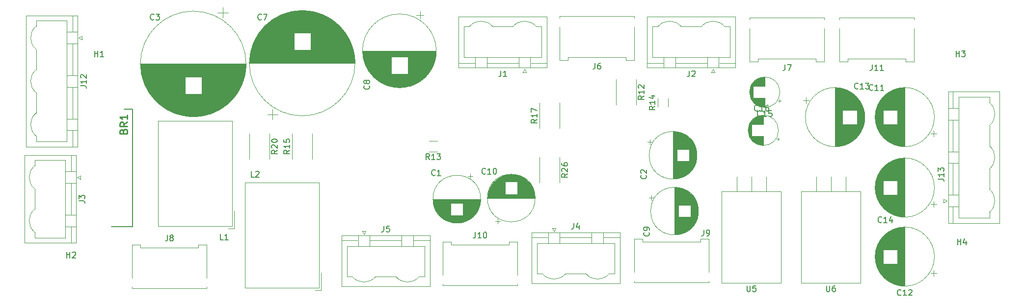
<source format=gbr>
%TF.GenerationSoftware,KiCad,Pcbnew,(5.1.10)-1*%
%TF.CreationDate,2021-11-20T18:22:11+01:00*%
%TF.ProjectId,MRAMP00_PowerSupply,4d52414d-5030-4305-9f50-6f7765725375,rev?*%
%TF.SameCoordinates,Original*%
%TF.FileFunction,Legend,Top*%
%TF.FilePolarity,Positive*%
%FSLAX46Y46*%
G04 Gerber Fmt 4.6, Leading zero omitted, Abs format (unit mm)*
G04 Created by KiCad (PCBNEW (5.1.10)-1) date 2021-11-20 18:22:11*
%MOMM*%
%LPD*%
G01*
G04 APERTURE LIST*
%ADD10C,0.200000*%
%ADD11C,0.120000*%
%ADD12C,0.254000*%
%ADD13C,0.150000*%
G04 APERTURE END LIST*
D10*
%TO.C,BR1*%
X-622424000Y21242000D02*
X-623924000Y21242000D01*
X-622424000Y942000D02*
X-622424000Y21242000D01*
X-626124000Y942000D02*
X-622424000Y942000D01*
D11*
%TO.C,J12*%
X-631168000Y33878000D02*
X-631168000Y33278000D01*
X-631768000Y33578000D02*
X-631168000Y33878000D01*
X-631168000Y33278000D02*
X-631768000Y33578000D01*
X-639078000Y15628000D02*
X-639078000Y16578000D01*
X-633778000Y15628000D02*
X-639078000Y15628000D01*
X-633778000Y36528000D02*
X-633778000Y15628000D01*
X-639078000Y36528000D02*
X-633778000Y36528000D01*
X-639078000Y35578000D02*
X-639078000Y36528000D01*
X-639078000Y24078000D02*
X-639078000Y20578000D01*
X-639078000Y31578000D02*
X-639078000Y28078000D01*
X-633778000Y17578000D02*
X-633778000Y19578000D01*
X-631968000Y17578000D02*
X-633778000Y17578000D01*
X-631968000Y19578000D02*
X-631968000Y17578000D01*
X-633778000Y19578000D02*
X-631968000Y19578000D01*
X-633778000Y25078000D02*
X-633778000Y27078000D01*
X-631968000Y25078000D02*
X-633778000Y25078000D01*
X-631968000Y27078000D02*
X-631968000Y25078000D01*
X-633778000Y27078000D02*
X-631968000Y27078000D01*
X-633778000Y32578000D02*
X-633778000Y34578000D01*
X-631968000Y32578000D02*
X-633778000Y32578000D01*
X-631968000Y34578000D02*
X-631968000Y32578000D01*
X-633778000Y34578000D02*
X-631968000Y34578000D01*
X-632778000Y25078000D02*
X-632778000Y19578000D01*
X-632778000Y32578000D02*
X-632778000Y27078000D01*
X-632778000Y14718000D02*
X-632778000Y17468000D01*
X-632778000Y37438000D02*
X-632778000Y34688000D01*
X-631968000Y14718000D02*
X-631968000Y37438000D01*
X-640788000Y14718000D02*
X-631968000Y14718000D01*
X-640788000Y37438000D02*
X-640788000Y14718000D01*
X-631968000Y37438000D02*
X-640788000Y37438000D01*
X-639093821Y16591159D02*
G75*
G02*
X-639078000Y20578000I1665821J1986841D01*
G01*
X-639093821Y24091159D02*
G75*
G02*
X-639078000Y28078000I1665821J1986841D01*
G01*
X-639093821Y31591159D02*
G75*
G02*
X-639078000Y35578000I1665821J1986841D01*
G01*
%TO.C,R26*%
X-548808000Y12895064D02*
X-548808000Y8540936D01*
X-552228000Y12895064D02*
X-552228000Y8540936D01*
%TO.C,R20*%
X-598846000Y16959064D02*
X-598846000Y12604936D01*
X-602266000Y16959064D02*
X-602266000Y12604936D01*
%TO.C,R17*%
X-552228000Y17938936D02*
X-552228000Y22293064D01*
X-548808000Y17938936D02*
X-548808000Y22293064D01*
%TO.C,R15*%
X-594900000Y12604936D02*
X-594900000Y16959064D01*
X-591480000Y12604936D02*
X-591480000Y16959064D01*
%TO.C,R14*%
X-531870000Y21648936D02*
X-531870000Y23103064D01*
X-530050000Y21648936D02*
X-530050000Y23103064D01*
%TO.C,R13*%
X-569856936Y13872000D02*
X-571311064Y13872000D01*
X-569856936Y15692000D02*
X-571311064Y15692000D01*
%TO.C,R12*%
X-535600000Y26357064D02*
X-535600000Y22002936D01*
X-539020000Y26357064D02*
X-539020000Y22002936D01*
%TO.C,L2*%
X-589916000Y-10058000D02*
X-589916000Y-7058000D01*
X-589916000Y-10058000D02*
X-590916000Y-10058000D01*
X-590296000Y8562000D02*
X-590296000Y-9678000D01*
X-603036000Y8562000D02*
X-590296000Y8562000D01*
X-603036000Y-9678000D02*
X-603036000Y8562000D01*
X-590296000Y-9678000D02*
X-603036000Y-9678000D01*
%TO.C,L1*%
X-604902000Y610000D02*
X-604902000Y3610000D01*
X-604902000Y610000D02*
X-605902000Y610000D01*
X-605282000Y19230000D02*
X-605282000Y990000D01*
X-618022000Y19230000D02*
X-605282000Y19230000D01*
X-618022000Y990000D02*
X-618022000Y19230000D01*
X-605282000Y990000D02*
X-618022000Y990000D01*
%TO.C,U6*%
X-496884000Y7028000D02*
X-507124000Y7028000D01*
X-496884000Y-8862000D02*
X-507124000Y-8862000D01*
X-496884000Y-8862000D02*
X-496884000Y7028000D01*
X-507124000Y-8862000D02*
X-507124000Y7028000D01*
X-499464000Y7028000D02*
X-499464000Y9568000D01*
X-502004000Y7028000D02*
X-502004000Y9568000D01*
X-504544000Y7028000D02*
X-504544000Y9568000D01*
%TO.C,U5*%
X-510600000Y7028000D02*
X-520840000Y7028000D01*
X-510600000Y-8862000D02*
X-520840000Y-8862000D01*
X-510600000Y-8862000D02*
X-510600000Y7028000D01*
X-520840000Y-8862000D02*
X-520840000Y7028000D01*
X-513180000Y7028000D02*
X-513180000Y9568000D01*
X-515720000Y7028000D02*
X-515720000Y9568000D01*
X-518260000Y7028000D02*
X-518260000Y9568000D01*
%TO.C,J13*%
X-481768000Y1524000D02*
X-472948000Y1524000D01*
X-472948000Y1524000D02*
X-472948000Y24244000D01*
X-472948000Y24244000D02*
X-481768000Y24244000D01*
X-481768000Y24244000D02*
X-481768000Y1524000D01*
X-480958000Y1524000D02*
X-480958000Y4274000D01*
X-480958000Y24244000D02*
X-480958000Y21494000D01*
X-480958000Y6384000D02*
X-480958000Y11884000D01*
X-480958000Y13884000D02*
X-480958000Y19384000D01*
X-479958000Y4384000D02*
X-481768000Y4384000D01*
X-481768000Y4384000D02*
X-481768000Y6384000D01*
X-481768000Y6384000D02*
X-479958000Y6384000D01*
X-479958000Y6384000D02*
X-479958000Y4384000D01*
X-479958000Y11884000D02*
X-481768000Y11884000D01*
X-481768000Y11884000D02*
X-481768000Y13884000D01*
X-481768000Y13884000D02*
X-479958000Y13884000D01*
X-479958000Y13884000D02*
X-479958000Y11884000D01*
X-479958000Y19384000D02*
X-481768000Y19384000D01*
X-481768000Y19384000D02*
X-481768000Y21384000D01*
X-481768000Y21384000D02*
X-479958000Y21384000D01*
X-479958000Y21384000D02*
X-479958000Y19384000D01*
X-474658000Y7384000D02*
X-474658000Y10884000D01*
X-474658000Y14884000D02*
X-474658000Y18384000D01*
X-474658000Y3384000D02*
X-474658000Y2434000D01*
X-474658000Y2434000D02*
X-479958000Y2434000D01*
X-479958000Y2434000D02*
X-479958000Y23334000D01*
X-479958000Y23334000D02*
X-474658000Y23334000D01*
X-474658000Y23334000D02*
X-474658000Y22384000D01*
X-482568000Y5684000D02*
X-481968000Y5384000D01*
X-481968000Y5384000D02*
X-482568000Y5084000D01*
X-482568000Y5084000D02*
X-482568000Y5684000D01*
X-474642179Y22370841D02*
G75*
G02*
X-474658000Y18384000I-1665821J-1986841D01*
G01*
X-474642179Y14870841D02*
G75*
G02*
X-474658000Y10884000I-1665821J-1986841D01*
G01*
X-474642179Y7370841D02*
G75*
G02*
X-474658000Y3384000I-1665821J-1986841D01*
G01*
%TO.C,J11*%
X-500517000Y29474000D02*
X-500517000Y35234000D01*
X-499097000Y29474000D02*
X-500517000Y29474000D01*
X-499097000Y29974000D02*
X-499097000Y29474000D01*
X-489067000Y29974000D02*
X-499097000Y29974000D01*
X-489067000Y29474000D02*
X-489067000Y29974000D01*
X-487647000Y29474000D02*
X-489067000Y29474000D01*
X-487647000Y35234000D02*
X-487647000Y29474000D01*
X-500517000Y37064000D02*
X-500517000Y36754000D01*
X-487647000Y37064000D02*
X-500517000Y37064000D01*
X-487647000Y36754000D02*
X-487647000Y37064000D01*
%TO.C,J10*%
X-556069000Y-1688000D02*
X-556069000Y-7448000D01*
X-557489000Y-1688000D02*
X-556069000Y-1688000D01*
X-557489000Y-2188000D02*
X-557489000Y-1688000D01*
X-567519000Y-2188000D02*
X-557489000Y-2188000D01*
X-567519000Y-1688000D02*
X-567519000Y-2188000D01*
X-568939000Y-1688000D02*
X-567519000Y-1688000D01*
X-568939000Y-7448000D02*
X-568939000Y-1688000D01*
X-556069000Y-9278000D02*
X-556069000Y-8968000D01*
X-568939000Y-9278000D02*
X-556069000Y-9278000D01*
X-568939000Y-8968000D02*
X-568939000Y-9278000D01*
%TO.C,J9*%
X-523049000Y-1180000D02*
X-523049000Y-6940000D01*
X-524469000Y-1180000D02*
X-523049000Y-1180000D01*
X-524469000Y-1680000D02*
X-524469000Y-1180000D01*
X-534499000Y-1680000D02*
X-524469000Y-1680000D01*
X-534499000Y-1180000D02*
X-534499000Y-1680000D01*
X-535919000Y-1180000D02*
X-534499000Y-1180000D01*
X-535919000Y-6940000D02*
X-535919000Y-1180000D01*
X-523049000Y-8770000D02*
X-523049000Y-8460000D01*
X-535919000Y-8770000D02*
X-523049000Y-8770000D01*
X-535919000Y-8460000D02*
X-535919000Y-8770000D01*
%TO.C,J8*%
X-609663000Y-2196000D02*
X-609663000Y-7956000D01*
X-611083000Y-2196000D02*
X-609663000Y-2196000D01*
X-611083000Y-2696000D02*
X-611083000Y-2196000D01*
X-621113000Y-2696000D02*
X-611083000Y-2696000D01*
X-621113000Y-2196000D02*
X-621113000Y-2696000D01*
X-622533000Y-2196000D02*
X-621113000Y-2196000D01*
X-622533000Y-7956000D02*
X-622533000Y-2196000D01*
X-609663000Y-9786000D02*
X-609663000Y-9476000D01*
X-622533000Y-9786000D02*
X-609663000Y-9786000D01*
X-622533000Y-9476000D02*
X-622533000Y-9786000D01*
%TO.C,J7*%
X-516011000Y29474000D02*
X-516011000Y35234000D01*
X-514591000Y29474000D02*
X-516011000Y29474000D01*
X-514591000Y29974000D02*
X-514591000Y29474000D01*
X-504561000Y29974000D02*
X-514591000Y29974000D01*
X-504561000Y29474000D02*
X-504561000Y29974000D01*
X-503141000Y29474000D02*
X-504561000Y29474000D01*
X-503141000Y35234000D02*
X-503141000Y29474000D01*
X-516011000Y37064000D02*
X-516011000Y36754000D01*
X-503141000Y37064000D02*
X-516011000Y37064000D01*
X-503141000Y36754000D02*
X-503141000Y37064000D01*
%TO.C,J6*%
X-548777000Y29728000D02*
X-548777000Y35488000D01*
X-547357000Y29728000D02*
X-548777000Y29728000D01*
X-547357000Y30228000D02*
X-547357000Y29728000D01*
X-537327000Y30228000D02*
X-547357000Y30228000D01*
X-537327000Y29728000D02*
X-537327000Y30228000D01*
X-535907000Y29728000D02*
X-537327000Y29728000D01*
X-535907000Y35488000D02*
X-535907000Y29728000D01*
X-548777000Y37318000D02*
X-548777000Y37008000D01*
X-535907000Y37318000D02*
X-548777000Y37318000D01*
X-535907000Y37008000D02*
X-535907000Y37318000D01*
%TO.C,J5*%
X-586382000Y-628000D02*
X-586382000Y-9448000D01*
X-586382000Y-9448000D02*
X-571162000Y-9448000D01*
X-571162000Y-9448000D02*
X-571162000Y-628000D01*
X-571162000Y-628000D02*
X-586382000Y-628000D01*
X-586382000Y-1438000D02*
X-583632000Y-1438000D01*
X-571162000Y-1438000D02*
X-573912000Y-1438000D01*
X-581522000Y-1438000D02*
X-576022000Y-1438000D01*
X-583522000Y-2438000D02*
X-583522000Y-628000D01*
X-583522000Y-628000D02*
X-581522000Y-628000D01*
X-581522000Y-628000D02*
X-581522000Y-2438000D01*
X-581522000Y-2438000D02*
X-583522000Y-2438000D01*
X-576022000Y-2438000D02*
X-576022000Y-628000D01*
X-576022000Y-628000D02*
X-574022000Y-628000D01*
X-574022000Y-628000D02*
X-574022000Y-2438000D01*
X-574022000Y-2438000D02*
X-576022000Y-2438000D01*
X-580522000Y-7738000D02*
X-577022000Y-7738000D01*
X-584522000Y-7738000D02*
X-585472000Y-7738000D01*
X-585472000Y-7738000D02*
X-585472000Y-2438000D01*
X-585472000Y-2438000D02*
X-572072000Y-2438000D01*
X-572072000Y-2438000D02*
X-572072000Y-7738000D01*
X-572072000Y-7738000D02*
X-573022000Y-7738000D01*
X-582222000Y172000D02*
X-582522000Y-428000D01*
X-582522000Y-428000D02*
X-582822000Y172000D01*
X-582822000Y172000D02*
X-582222000Y172000D01*
X-573035159Y-7753821D02*
G75*
G02*
X-577022000Y-7738000I-1986841J1665821D01*
G01*
X-580535159Y-7753821D02*
G75*
G02*
X-584522000Y-7738000I-1986841J1665821D01*
G01*
%TO.C,J4*%
X-553616000Y-120000D02*
X-553616000Y-8940000D01*
X-553616000Y-8940000D02*
X-538396000Y-8940000D01*
X-538396000Y-8940000D02*
X-538396000Y-120000D01*
X-538396000Y-120000D02*
X-553616000Y-120000D01*
X-553616000Y-930000D02*
X-550866000Y-930000D01*
X-538396000Y-930000D02*
X-541146000Y-930000D01*
X-548756000Y-930000D02*
X-543256000Y-930000D01*
X-550756000Y-1930000D02*
X-550756000Y-120000D01*
X-550756000Y-120000D02*
X-548756000Y-120000D01*
X-548756000Y-120000D02*
X-548756000Y-1930000D01*
X-548756000Y-1930000D02*
X-550756000Y-1930000D01*
X-543256000Y-1930000D02*
X-543256000Y-120000D01*
X-543256000Y-120000D02*
X-541256000Y-120000D01*
X-541256000Y-120000D02*
X-541256000Y-1930000D01*
X-541256000Y-1930000D02*
X-543256000Y-1930000D01*
X-547756000Y-7230000D02*
X-544256000Y-7230000D01*
X-551756000Y-7230000D02*
X-552706000Y-7230000D01*
X-552706000Y-7230000D02*
X-552706000Y-1930000D01*
X-552706000Y-1930000D02*
X-539306000Y-1930000D01*
X-539306000Y-1930000D02*
X-539306000Y-7230000D01*
X-539306000Y-7230000D02*
X-540256000Y-7230000D01*
X-549456000Y680000D02*
X-549756000Y80000D01*
X-549756000Y80000D02*
X-550056000Y680000D01*
X-550056000Y680000D02*
X-549456000Y680000D01*
X-540269159Y-7245821D02*
G75*
G02*
X-544256000Y-7230000I-1986841J1665821D01*
G01*
X-547769159Y-7245821D02*
G75*
G02*
X-551756000Y-7230000I-1986841J1665821D01*
G01*
%TO.C,J3*%
X-632222000Y13308000D02*
X-641042000Y13308000D01*
X-641042000Y13308000D02*
X-641042000Y-1912000D01*
X-641042000Y-1912000D02*
X-632222000Y-1912000D01*
X-632222000Y-1912000D02*
X-632222000Y13308000D01*
X-633032000Y13308000D02*
X-633032000Y10558000D01*
X-633032000Y-1912000D02*
X-633032000Y838000D01*
X-633032000Y8448000D02*
X-633032000Y2948000D01*
X-634032000Y10448000D02*
X-632222000Y10448000D01*
X-632222000Y10448000D02*
X-632222000Y8448000D01*
X-632222000Y8448000D02*
X-634032000Y8448000D01*
X-634032000Y8448000D02*
X-634032000Y10448000D01*
X-634032000Y2948000D02*
X-632222000Y2948000D01*
X-632222000Y2948000D02*
X-632222000Y948000D01*
X-632222000Y948000D02*
X-634032000Y948000D01*
X-634032000Y948000D02*
X-634032000Y2948000D01*
X-639332000Y7448000D02*
X-639332000Y3948000D01*
X-639332000Y11448000D02*
X-639332000Y12398000D01*
X-639332000Y12398000D02*
X-634032000Y12398000D01*
X-634032000Y12398000D02*
X-634032000Y-1002000D01*
X-634032000Y-1002000D02*
X-639332000Y-1002000D01*
X-639332000Y-1002000D02*
X-639332000Y-52000D01*
X-631422000Y9148000D02*
X-632022000Y9448000D01*
X-632022000Y9448000D02*
X-631422000Y9748000D01*
X-631422000Y9748000D02*
X-631422000Y9148000D01*
X-639347821Y-38841D02*
G75*
G02*
X-639332000Y3948000I1665821J1986841D01*
G01*
X-639347821Y7461159D02*
G75*
G02*
X-639332000Y11448000I1665821J1986841D01*
G01*
%TO.C,J2*%
X-518464000Y28414000D02*
X-518464000Y37234000D01*
X-518464000Y37234000D02*
X-533684000Y37234000D01*
X-533684000Y37234000D02*
X-533684000Y28414000D01*
X-533684000Y28414000D02*
X-518464000Y28414000D01*
X-518464000Y29224000D02*
X-521214000Y29224000D01*
X-533684000Y29224000D02*
X-530934000Y29224000D01*
X-523324000Y29224000D02*
X-528824000Y29224000D01*
X-521324000Y30224000D02*
X-521324000Y28414000D01*
X-521324000Y28414000D02*
X-523324000Y28414000D01*
X-523324000Y28414000D02*
X-523324000Y30224000D01*
X-523324000Y30224000D02*
X-521324000Y30224000D01*
X-528824000Y30224000D02*
X-528824000Y28414000D01*
X-528824000Y28414000D02*
X-530824000Y28414000D01*
X-530824000Y28414000D02*
X-530824000Y30224000D01*
X-530824000Y30224000D02*
X-528824000Y30224000D01*
X-524324000Y35524000D02*
X-527824000Y35524000D01*
X-520324000Y35524000D02*
X-519374000Y35524000D01*
X-519374000Y35524000D02*
X-519374000Y30224000D01*
X-519374000Y30224000D02*
X-532774000Y30224000D01*
X-532774000Y30224000D02*
X-532774000Y35524000D01*
X-532774000Y35524000D02*
X-531824000Y35524000D01*
X-522624000Y27614000D02*
X-522324000Y28214000D01*
X-522324000Y28214000D02*
X-522024000Y27614000D01*
X-522024000Y27614000D02*
X-522624000Y27614000D01*
X-531810841Y35539821D02*
G75*
G02*
X-527824000Y35524000I1986841J-1665821D01*
G01*
X-524310841Y35539821D02*
G75*
G02*
X-520324000Y35524000I1986841J-1665821D01*
G01*
%TO.C,J1*%
X-550976000Y28414000D02*
X-550976000Y37234000D01*
X-550976000Y37234000D02*
X-566196000Y37234000D01*
X-566196000Y37234000D02*
X-566196000Y28414000D01*
X-566196000Y28414000D02*
X-550976000Y28414000D01*
X-550976000Y29224000D02*
X-553726000Y29224000D01*
X-566196000Y29224000D02*
X-563446000Y29224000D01*
X-555836000Y29224000D02*
X-561336000Y29224000D01*
X-553836000Y30224000D02*
X-553836000Y28414000D01*
X-553836000Y28414000D02*
X-555836000Y28414000D01*
X-555836000Y28414000D02*
X-555836000Y30224000D01*
X-555836000Y30224000D02*
X-553836000Y30224000D01*
X-561336000Y30224000D02*
X-561336000Y28414000D01*
X-561336000Y28414000D02*
X-563336000Y28414000D01*
X-563336000Y28414000D02*
X-563336000Y30224000D01*
X-563336000Y30224000D02*
X-561336000Y30224000D01*
X-556836000Y35524000D02*
X-560336000Y35524000D01*
X-552836000Y35524000D02*
X-551886000Y35524000D01*
X-551886000Y35524000D02*
X-551886000Y30224000D01*
X-551886000Y30224000D02*
X-565286000Y30224000D01*
X-565286000Y30224000D02*
X-565286000Y35524000D01*
X-565286000Y35524000D02*
X-564336000Y35524000D01*
X-555136000Y27614000D02*
X-554836000Y28214000D01*
X-554836000Y28214000D02*
X-554536000Y27614000D01*
X-554536000Y27614000D02*
X-555136000Y27614000D01*
X-564322841Y35539821D02*
G75*
G02*
X-560336000Y35524000I1986841J-1665821D01*
G01*
X-556822841Y35539821D02*
G75*
G02*
X-552836000Y35524000I1986841J-1665821D01*
G01*
%TO.C,C16*%
X-511052000Y17576000D02*
G75*
G03*
X-511052000Y17576000I-2620000J0D01*
G01*
X-513672000Y18616000D02*
X-513672000Y20156000D01*
X-513672000Y14996000D02*
X-513672000Y16536000D01*
X-513712000Y18616000D02*
X-513712000Y20156000D01*
X-513712000Y14996000D02*
X-513712000Y16536000D01*
X-513752000Y14997000D02*
X-513752000Y16536000D01*
X-513752000Y18616000D02*
X-513752000Y20155000D01*
X-513792000Y14998000D02*
X-513792000Y16536000D01*
X-513792000Y18616000D02*
X-513792000Y20154000D01*
X-513832000Y15000000D02*
X-513832000Y16536000D01*
X-513832000Y18616000D02*
X-513832000Y20152000D01*
X-513872000Y15003000D02*
X-513872000Y16536000D01*
X-513872000Y18616000D02*
X-513872000Y20149000D01*
X-513912000Y15007000D02*
X-513912000Y16536000D01*
X-513912000Y18616000D02*
X-513912000Y20145000D01*
X-513952000Y15011000D02*
X-513952000Y16536000D01*
X-513952000Y18616000D02*
X-513952000Y20141000D01*
X-513992000Y15015000D02*
X-513992000Y16536000D01*
X-513992000Y18616000D02*
X-513992000Y20137000D01*
X-514032000Y15020000D02*
X-514032000Y16536000D01*
X-514032000Y18616000D02*
X-514032000Y20132000D01*
X-514072000Y15026000D02*
X-514072000Y16536000D01*
X-514072000Y18616000D02*
X-514072000Y20126000D01*
X-514112000Y15033000D02*
X-514112000Y16536000D01*
X-514112000Y18616000D02*
X-514112000Y20119000D01*
X-514152000Y15040000D02*
X-514152000Y16536000D01*
X-514152000Y18616000D02*
X-514152000Y20112000D01*
X-514192000Y15048000D02*
X-514192000Y16536000D01*
X-514192000Y18616000D02*
X-514192000Y20104000D01*
X-514232000Y15056000D02*
X-514232000Y16536000D01*
X-514232000Y18616000D02*
X-514232000Y20096000D01*
X-514272000Y15065000D02*
X-514272000Y16536000D01*
X-514272000Y18616000D02*
X-514272000Y20087000D01*
X-514312000Y15075000D02*
X-514312000Y16536000D01*
X-514312000Y18616000D02*
X-514312000Y20077000D01*
X-514352000Y15085000D02*
X-514352000Y16536000D01*
X-514352000Y18616000D02*
X-514352000Y20067000D01*
X-514393000Y15096000D02*
X-514393000Y16536000D01*
X-514393000Y18616000D02*
X-514393000Y20056000D01*
X-514433000Y15108000D02*
X-514433000Y16536000D01*
X-514433000Y18616000D02*
X-514433000Y20044000D01*
X-514473000Y15121000D02*
X-514473000Y16536000D01*
X-514473000Y18616000D02*
X-514473000Y20031000D01*
X-514513000Y15134000D02*
X-514513000Y16536000D01*
X-514513000Y18616000D02*
X-514513000Y20018000D01*
X-514553000Y15148000D02*
X-514553000Y16536000D01*
X-514553000Y18616000D02*
X-514553000Y20004000D01*
X-514593000Y15162000D02*
X-514593000Y16536000D01*
X-514593000Y18616000D02*
X-514593000Y19990000D01*
X-514633000Y15178000D02*
X-514633000Y16536000D01*
X-514633000Y18616000D02*
X-514633000Y19974000D01*
X-514673000Y15194000D02*
X-514673000Y16536000D01*
X-514673000Y18616000D02*
X-514673000Y19958000D01*
X-514713000Y15211000D02*
X-514713000Y16536000D01*
X-514713000Y18616000D02*
X-514713000Y19941000D01*
X-514753000Y15228000D02*
X-514753000Y16536000D01*
X-514753000Y18616000D02*
X-514753000Y19924000D01*
X-514793000Y15247000D02*
X-514793000Y16536000D01*
X-514793000Y18616000D02*
X-514793000Y19905000D01*
X-514833000Y15266000D02*
X-514833000Y16536000D01*
X-514833000Y18616000D02*
X-514833000Y19886000D01*
X-514873000Y15286000D02*
X-514873000Y16536000D01*
X-514873000Y18616000D02*
X-514873000Y19866000D01*
X-514913000Y15308000D02*
X-514913000Y16536000D01*
X-514913000Y18616000D02*
X-514913000Y19844000D01*
X-514953000Y15329000D02*
X-514953000Y16536000D01*
X-514953000Y18616000D02*
X-514953000Y19823000D01*
X-514993000Y15352000D02*
X-514993000Y16536000D01*
X-514993000Y18616000D02*
X-514993000Y19800000D01*
X-515033000Y15376000D02*
X-515033000Y16536000D01*
X-515033000Y18616000D02*
X-515033000Y19776000D01*
X-515073000Y15401000D02*
X-515073000Y16536000D01*
X-515073000Y18616000D02*
X-515073000Y19751000D01*
X-515113000Y15427000D02*
X-515113000Y16536000D01*
X-515113000Y18616000D02*
X-515113000Y19725000D01*
X-515153000Y15454000D02*
X-515153000Y16536000D01*
X-515153000Y18616000D02*
X-515153000Y19698000D01*
X-515193000Y15481000D02*
X-515193000Y16536000D01*
X-515193000Y18616000D02*
X-515193000Y19671000D01*
X-515233000Y15511000D02*
X-515233000Y16536000D01*
X-515233000Y18616000D02*
X-515233000Y19641000D01*
X-515273000Y15541000D02*
X-515273000Y16536000D01*
X-515273000Y18616000D02*
X-515273000Y19611000D01*
X-515313000Y15572000D02*
X-515313000Y16536000D01*
X-515313000Y18616000D02*
X-515313000Y19580000D01*
X-515353000Y15605000D02*
X-515353000Y16536000D01*
X-515353000Y18616000D02*
X-515353000Y19547000D01*
X-515393000Y15639000D02*
X-515393000Y16536000D01*
X-515393000Y18616000D02*
X-515393000Y19513000D01*
X-515433000Y15675000D02*
X-515433000Y16536000D01*
X-515433000Y18616000D02*
X-515433000Y19477000D01*
X-515473000Y15712000D02*
X-515473000Y16536000D01*
X-515473000Y18616000D02*
X-515473000Y19440000D01*
X-515513000Y15750000D02*
X-515513000Y16536000D01*
X-515513000Y18616000D02*
X-515513000Y19402000D01*
X-515553000Y15791000D02*
X-515553000Y16536000D01*
X-515553000Y18616000D02*
X-515553000Y19361000D01*
X-515593000Y15833000D02*
X-515593000Y16536000D01*
X-515593000Y18616000D02*
X-515593000Y19319000D01*
X-515633000Y15877000D02*
X-515633000Y16536000D01*
X-515633000Y18616000D02*
X-515633000Y19275000D01*
X-515673000Y15923000D02*
X-515673000Y16536000D01*
X-515673000Y18616000D02*
X-515673000Y19229000D01*
X-515713000Y15971000D02*
X-515713000Y19181000D01*
X-515753000Y16022000D02*
X-515753000Y19130000D01*
X-515793000Y16076000D02*
X-515793000Y19076000D01*
X-515833000Y16133000D02*
X-515833000Y19019000D01*
X-515873000Y16193000D02*
X-515873000Y18959000D01*
X-515913000Y16257000D02*
X-515913000Y18895000D01*
X-515953000Y16325000D02*
X-515953000Y18827000D01*
X-515993000Y16398000D02*
X-515993000Y18754000D01*
X-516033000Y16478000D02*
X-516033000Y18674000D01*
X-516073000Y16565000D02*
X-516073000Y18587000D01*
X-516113000Y16661000D02*
X-516113000Y18491000D01*
X-516153000Y16771000D02*
X-516153000Y18381000D01*
X-516193000Y16899000D02*
X-516193000Y18253000D01*
X-516233000Y17058000D02*
X-516233000Y18094000D01*
X-516273000Y17292000D02*
X-516273000Y17860000D01*
X-510867225Y16101000D02*
X-511367225Y16101000D01*
X-511117225Y15851000D02*
X-511117225Y16351000D01*
%TO.C,C15*%
X-510798000Y24180000D02*
G75*
G03*
X-510798000Y24180000I-2620000J0D01*
G01*
X-513418000Y25220000D02*
X-513418000Y26760000D01*
X-513418000Y21600000D02*
X-513418000Y23140000D01*
X-513458000Y25220000D02*
X-513458000Y26760000D01*
X-513458000Y21600000D02*
X-513458000Y23140000D01*
X-513498000Y21601000D02*
X-513498000Y23140000D01*
X-513498000Y25220000D02*
X-513498000Y26759000D01*
X-513538000Y21602000D02*
X-513538000Y23140000D01*
X-513538000Y25220000D02*
X-513538000Y26758000D01*
X-513578000Y21604000D02*
X-513578000Y23140000D01*
X-513578000Y25220000D02*
X-513578000Y26756000D01*
X-513618000Y21607000D02*
X-513618000Y23140000D01*
X-513618000Y25220000D02*
X-513618000Y26753000D01*
X-513658000Y21611000D02*
X-513658000Y23140000D01*
X-513658000Y25220000D02*
X-513658000Y26749000D01*
X-513698000Y21615000D02*
X-513698000Y23140000D01*
X-513698000Y25220000D02*
X-513698000Y26745000D01*
X-513738000Y21619000D02*
X-513738000Y23140000D01*
X-513738000Y25220000D02*
X-513738000Y26741000D01*
X-513778000Y21624000D02*
X-513778000Y23140000D01*
X-513778000Y25220000D02*
X-513778000Y26736000D01*
X-513818000Y21630000D02*
X-513818000Y23140000D01*
X-513818000Y25220000D02*
X-513818000Y26730000D01*
X-513858000Y21637000D02*
X-513858000Y23140000D01*
X-513858000Y25220000D02*
X-513858000Y26723000D01*
X-513898000Y21644000D02*
X-513898000Y23140000D01*
X-513898000Y25220000D02*
X-513898000Y26716000D01*
X-513938000Y21652000D02*
X-513938000Y23140000D01*
X-513938000Y25220000D02*
X-513938000Y26708000D01*
X-513978000Y21660000D02*
X-513978000Y23140000D01*
X-513978000Y25220000D02*
X-513978000Y26700000D01*
X-514018000Y21669000D02*
X-514018000Y23140000D01*
X-514018000Y25220000D02*
X-514018000Y26691000D01*
X-514058000Y21679000D02*
X-514058000Y23140000D01*
X-514058000Y25220000D02*
X-514058000Y26681000D01*
X-514098000Y21689000D02*
X-514098000Y23140000D01*
X-514098000Y25220000D02*
X-514098000Y26671000D01*
X-514139000Y21700000D02*
X-514139000Y23140000D01*
X-514139000Y25220000D02*
X-514139000Y26660000D01*
X-514179000Y21712000D02*
X-514179000Y23140000D01*
X-514179000Y25220000D02*
X-514179000Y26648000D01*
X-514219000Y21725000D02*
X-514219000Y23140000D01*
X-514219000Y25220000D02*
X-514219000Y26635000D01*
X-514259000Y21738000D02*
X-514259000Y23140000D01*
X-514259000Y25220000D02*
X-514259000Y26622000D01*
X-514299000Y21752000D02*
X-514299000Y23140000D01*
X-514299000Y25220000D02*
X-514299000Y26608000D01*
X-514339000Y21766000D02*
X-514339000Y23140000D01*
X-514339000Y25220000D02*
X-514339000Y26594000D01*
X-514379000Y21782000D02*
X-514379000Y23140000D01*
X-514379000Y25220000D02*
X-514379000Y26578000D01*
X-514419000Y21798000D02*
X-514419000Y23140000D01*
X-514419000Y25220000D02*
X-514419000Y26562000D01*
X-514459000Y21815000D02*
X-514459000Y23140000D01*
X-514459000Y25220000D02*
X-514459000Y26545000D01*
X-514499000Y21832000D02*
X-514499000Y23140000D01*
X-514499000Y25220000D02*
X-514499000Y26528000D01*
X-514539000Y21851000D02*
X-514539000Y23140000D01*
X-514539000Y25220000D02*
X-514539000Y26509000D01*
X-514579000Y21870000D02*
X-514579000Y23140000D01*
X-514579000Y25220000D02*
X-514579000Y26490000D01*
X-514619000Y21890000D02*
X-514619000Y23140000D01*
X-514619000Y25220000D02*
X-514619000Y26470000D01*
X-514659000Y21912000D02*
X-514659000Y23140000D01*
X-514659000Y25220000D02*
X-514659000Y26448000D01*
X-514699000Y21933000D02*
X-514699000Y23140000D01*
X-514699000Y25220000D02*
X-514699000Y26427000D01*
X-514739000Y21956000D02*
X-514739000Y23140000D01*
X-514739000Y25220000D02*
X-514739000Y26404000D01*
X-514779000Y21980000D02*
X-514779000Y23140000D01*
X-514779000Y25220000D02*
X-514779000Y26380000D01*
X-514819000Y22005000D02*
X-514819000Y23140000D01*
X-514819000Y25220000D02*
X-514819000Y26355000D01*
X-514859000Y22031000D02*
X-514859000Y23140000D01*
X-514859000Y25220000D02*
X-514859000Y26329000D01*
X-514899000Y22058000D02*
X-514899000Y23140000D01*
X-514899000Y25220000D02*
X-514899000Y26302000D01*
X-514939000Y22085000D02*
X-514939000Y23140000D01*
X-514939000Y25220000D02*
X-514939000Y26275000D01*
X-514979000Y22115000D02*
X-514979000Y23140000D01*
X-514979000Y25220000D02*
X-514979000Y26245000D01*
X-515019000Y22145000D02*
X-515019000Y23140000D01*
X-515019000Y25220000D02*
X-515019000Y26215000D01*
X-515059000Y22176000D02*
X-515059000Y23140000D01*
X-515059000Y25220000D02*
X-515059000Y26184000D01*
X-515099000Y22209000D02*
X-515099000Y23140000D01*
X-515099000Y25220000D02*
X-515099000Y26151000D01*
X-515139000Y22243000D02*
X-515139000Y23140000D01*
X-515139000Y25220000D02*
X-515139000Y26117000D01*
X-515179000Y22279000D02*
X-515179000Y23140000D01*
X-515179000Y25220000D02*
X-515179000Y26081000D01*
X-515219000Y22316000D02*
X-515219000Y23140000D01*
X-515219000Y25220000D02*
X-515219000Y26044000D01*
X-515259000Y22354000D02*
X-515259000Y23140000D01*
X-515259000Y25220000D02*
X-515259000Y26006000D01*
X-515299000Y22395000D02*
X-515299000Y23140000D01*
X-515299000Y25220000D02*
X-515299000Y25965000D01*
X-515339000Y22437000D02*
X-515339000Y23140000D01*
X-515339000Y25220000D02*
X-515339000Y25923000D01*
X-515379000Y22481000D02*
X-515379000Y23140000D01*
X-515379000Y25220000D02*
X-515379000Y25879000D01*
X-515419000Y22527000D02*
X-515419000Y23140000D01*
X-515419000Y25220000D02*
X-515419000Y25833000D01*
X-515459000Y22575000D02*
X-515459000Y25785000D01*
X-515499000Y22626000D02*
X-515499000Y25734000D01*
X-515539000Y22680000D02*
X-515539000Y25680000D01*
X-515579000Y22737000D02*
X-515579000Y25623000D01*
X-515619000Y22797000D02*
X-515619000Y25563000D01*
X-515659000Y22861000D02*
X-515659000Y25499000D01*
X-515699000Y22929000D02*
X-515699000Y25431000D01*
X-515739000Y23002000D02*
X-515739000Y25358000D01*
X-515779000Y23082000D02*
X-515779000Y25278000D01*
X-515819000Y23169000D02*
X-515819000Y25191000D01*
X-515859000Y23265000D02*
X-515859000Y25095000D01*
X-515899000Y23375000D02*
X-515899000Y24985000D01*
X-515939000Y23503000D02*
X-515939000Y24857000D01*
X-515979000Y23662000D02*
X-515979000Y24698000D01*
X-516019000Y23896000D02*
X-516019000Y24464000D01*
X-510613225Y22705000D02*
X-511113225Y22705000D01*
X-510863225Y22455000D02*
X-510863225Y22955000D01*
%TO.C,C14*%
X-484144000Y7670000D02*
G75*
G03*
X-484144000Y7670000I-5120000J0D01*
G01*
X-489264000Y2590000D02*
X-489264000Y12750000D01*
X-489304000Y2590000D02*
X-489304000Y12750000D01*
X-489344000Y2590000D02*
X-489344000Y12750000D01*
X-489384000Y2591000D02*
X-489384000Y12749000D01*
X-489424000Y2592000D02*
X-489424000Y12748000D01*
X-489464000Y2593000D02*
X-489464000Y12747000D01*
X-489504000Y2595000D02*
X-489504000Y12745000D01*
X-489544000Y2597000D02*
X-489544000Y12743000D01*
X-489584000Y2600000D02*
X-489584000Y12740000D01*
X-489624000Y2602000D02*
X-489624000Y12738000D01*
X-489664000Y2605000D02*
X-489664000Y12735000D01*
X-489704000Y2608000D02*
X-489704000Y12732000D01*
X-489744000Y2612000D02*
X-489744000Y12728000D01*
X-489784000Y2616000D02*
X-489784000Y12724000D01*
X-489824000Y2620000D02*
X-489824000Y12720000D01*
X-489864000Y2625000D02*
X-489864000Y12715000D01*
X-489904000Y2630000D02*
X-489904000Y12710000D01*
X-489944000Y2635000D02*
X-489944000Y12705000D01*
X-489985000Y2640000D02*
X-489985000Y12700000D01*
X-490025000Y2646000D02*
X-490025000Y12694000D01*
X-490065000Y2652000D02*
X-490065000Y12688000D01*
X-490105000Y2659000D02*
X-490105000Y12681000D01*
X-490145000Y2666000D02*
X-490145000Y12674000D01*
X-490185000Y2673000D02*
X-490185000Y12667000D01*
X-490225000Y2680000D02*
X-490225000Y12660000D01*
X-490265000Y2688000D02*
X-490265000Y12652000D01*
X-490305000Y2696000D02*
X-490305000Y12644000D01*
X-490345000Y2705000D02*
X-490345000Y12635000D01*
X-490385000Y2714000D02*
X-490385000Y12626000D01*
X-490425000Y2723000D02*
X-490425000Y12617000D01*
X-490465000Y2732000D02*
X-490465000Y12608000D01*
X-490505000Y2742000D02*
X-490505000Y12598000D01*
X-490545000Y2752000D02*
X-490545000Y6429000D01*
X-490545000Y8911000D02*
X-490545000Y12588000D01*
X-490585000Y2763000D02*
X-490585000Y6429000D01*
X-490585000Y8911000D02*
X-490585000Y12577000D01*
X-490625000Y2773000D02*
X-490625000Y6429000D01*
X-490625000Y8911000D02*
X-490625000Y12567000D01*
X-490665000Y2785000D02*
X-490665000Y6429000D01*
X-490665000Y8911000D02*
X-490665000Y12555000D01*
X-490705000Y2796000D02*
X-490705000Y6429000D01*
X-490705000Y8911000D02*
X-490705000Y12544000D01*
X-490745000Y2808000D02*
X-490745000Y6429000D01*
X-490745000Y8911000D02*
X-490745000Y12532000D01*
X-490785000Y2820000D02*
X-490785000Y6429000D01*
X-490785000Y8911000D02*
X-490785000Y12520000D01*
X-490825000Y2833000D02*
X-490825000Y6429000D01*
X-490825000Y8911000D02*
X-490825000Y12507000D01*
X-490865000Y2846000D02*
X-490865000Y6429000D01*
X-490865000Y8911000D02*
X-490865000Y12494000D01*
X-490905000Y2859000D02*
X-490905000Y6429000D01*
X-490905000Y8911000D02*
X-490905000Y12481000D01*
X-490945000Y2873000D02*
X-490945000Y6429000D01*
X-490945000Y8911000D02*
X-490945000Y12467000D01*
X-490985000Y2887000D02*
X-490985000Y6429000D01*
X-490985000Y8911000D02*
X-490985000Y12453000D01*
X-491025000Y2902000D02*
X-491025000Y6429000D01*
X-491025000Y8911000D02*
X-491025000Y12438000D01*
X-491065000Y2916000D02*
X-491065000Y6429000D01*
X-491065000Y8911000D02*
X-491065000Y12424000D01*
X-491105000Y2932000D02*
X-491105000Y6429000D01*
X-491105000Y8911000D02*
X-491105000Y12408000D01*
X-491145000Y2947000D02*
X-491145000Y6429000D01*
X-491145000Y8911000D02*
X-491145000Y12393000D01*
X-491185000Y2963000D02*
X-491185000Y6429000D01*
X-491185000Y8911000D02*
X-491185000Y12377000D01*
X-491225000Y2980000D02*
X-491225000Y6429000D01*
X-491225000Y8911000D02*
X-491225000Y12360000D01*
X-491265000Y2996000D02*
X-491265000Y6429000D01*
X-491265000Y8911000D02*
X-491265000Y12344000D01*
X-491305000Y3013000D02*
X-491305000Y6429000D01*
X-491305000Y8911000D02*
X-491305000Y12327000D01*
X-491345000Y3031000D02*
X-491345000Y6429000D01*
X-491345000Y8911000D02*
X-491345000Y12309000D01*
X-491385000Y3049000D02*
X-491385000Y6429000D01*
X-491385000Y8911000D02*
X-491385000Y12291000D01*
X-491425000Y3067000D02*
X-491425000Y6429000D01*
X-491425000Y8911000D02*
X-491425000Y12273000D01*
X-491465000Y3086000D02*
X-491465000Y6429000D01*
X-491465000Y8911000D02*
X-491465000Y12254000D01*
X-491505000Y3106000D02*
X-491505000Y6429000D01*
X-491505000Y8911000D02*
X-491505000Y12234000D01*
X-491545000Y3125000D02*
X-491545000Y6429000D01*
X-491545000Y8911000D02*
X-491545000Y12215000D01*
X-491585000Y3145000D02*
X-491585000Y6429000D01*
X-491585000Y8911000D02*
X-491585000Y12195000D01*
X-491625000Y3166000D02*
X-491625000Y6429000D01*
X-491625000Y8911000D02*
X-491625000Y12174000D01*
X-491665000Y3187000D02*
X-491665000Y6429000D01*
X-491665000Y8911000D02*
X-491665000Y12153000D01*
X-491705000Y3208000D02*
X-491705000Y6429000D01*
X-491705000Y8911000D02*
X-491705000Y12132000D01*
X-491745000Y3230000D02*
X-491745000Y6429000D01*
X-491745000Y8911000D02*
X-491745000Y12110000D01*
X-491785000Y3253000D02*
X-491785000Y6429000D01*
X-491785000Y8911000D02*
X-491785000Y12087000D01*
X-491825000Y3275000D02*
X-491825000Y6429000D01*
X-491825000Y8911000D02*
X-491825000Y12065000D01*
X-491865000Y3299000D02*
X-491865000Y6429000D01*
X-491865000Y8911000D02*
X-491865000Y12041000D01*
X-491905000Y3323000D02*
X-491905000Y6429000D01*
X-491905000Y8911000D02*
X-491905000Y12017000D01*
X-491945000Y3347000D02*
X-491945000Y6429000D01*
X-491945000Y8911000D02*
X-491945000Y11993000D01*
X-491985000Y3372000D02*
X-491985000Y6429000D01*
X-491985000Y8911000D02*
X-491985000Y11968000D01*
X-492025000Y3397000D02*
X-492025000Y6429000D01*
X-492025000Y8911000D02*
X-492025000Y11943000D01*
X-492065000Y3423000D02*
X-492065000Y6429000D01*
X-492065000Y8911000D02*
X-492065000Y11917000D01*
X-492105000Y3449000D02*
X-492105000Y6429000D01*
X-492105000Y8911000D02*
X-492105000Y11891000D01*
X-492145000Y3476000D02*
X-492145000Y6429000D01*
X-492145000Y8911000D02*
X-492145000Y11864000D01*
X-492185000Y3504000D02*
X-492185000Y6429000D01*
X-492185000Y8911000D02*
X-492185000Y11836000D01*
X-492225000Y3532000D02*
X-492225000Y6429000D01*
X-492225000Y8911000D02*
X-492225000Y11808000D01*
X-492265000Y3560000D02*
X-492265000Y6429000D01*
X-492265000Y8911000D02*
X-492265000Y11780000D01*
X-492305000Y3590000D02*
X-492305000Y6429000D01*
X-492305000Y8911000D02*
X-492305000Y11750000D01*
X-492345000Y3620000D02*
X-492345000Y6429000D01*
X-492345000Y8911000D02*
X-492345000Y11720000D01*
X-492385000Y3650000D02*
X-492385000Y6429000D01*
X-492385000Y8911000D02*
X-492385000Y11690000D01*
X-492425000Y3681000D02*
X-492425000Y6429000D01*
X-492425000Y8911000D02*
X-492425000Y11659000D01*
X-492465000Y3713000D02*
X-492465000Y6429000D01*
X-492465000Y8911000D02*
X-492465000Y11627000D01*
X-492505000Y3745000D02*
X-492505000Y6429000D01*
X-492505000Y8911000D02*
X-492505000Y11595000D01*
X-492545000Y3778000D02*
X-492545000Y6429000D01*
X-492545000Y8911000D02*
X-492545000Y11562000D01*
X-492585000Y3812000D02*
X-492585000Y6429000D01*
X-492585000Y8911000D02*
X-492585000Y11528000D01*
X-492625000Y3846000D02*
X-492625000Y6429000D01*
X-492625000Y8911000D02*
X-492625000Y11494000D01*
X-492665000Y3881000D02*
X-492665000Y6429000D01*
X-492665000Y8911000D02*
X-492665000Y11459000D01*
X-492705000Y3917000D02*
X-492705000Y6429000D01*
X-492705000Y8911000D02*
X-492705000Y11423000D01*
X-492745000Y3954000D02*
X-492745000Y6429000D01*
X-492745000Y8911000D02*
X-492745000Y11386000D01*
X-492785000Y3991000D02*
X-492785000Y6429000D01*
X-492785000Y8911000D02*
X-492785000Y11349000D01*
X-492825000Y4030000D02*
X-492825000Y6429000D01*
X-492825000Y8911000D02*
X-492825000Y11310000D01*
X-492865000Y4069000D02*
X-492865000Y6429000D01*
X-492865000Y8911000D02*
X-492865000Y11271000D01*
X-492905000Y4109000D02*
X-492905000Y6429000D01*
X-492905000Y8911000D02*
X-492905000Y11231000D01*
X-492945000Y4150000D02*
X-492945000Y6429000D01*
X-492945000Y8911000D02*
X-492945000Y11190000D01*
X-492985000Y4192000D02*
X-492985000Y6429000D01*
X-492985000Y8911000D02*
X-492985000Y11148000D01*
X-493025000Y4234000D02*
X-493025000Y11106000D01*
X-493065000Y4278000D02*
X-493065000Y11062000D01*
X-493105000Y4323000D02*
X-493105000Y11017000D01*
X-493145000Y4369000D02*
X-493145000Y10971000D01*
X-493185000Y4416000D02*
X-493185000Y10924000D01*
X-493225000Y4464000D02*
X-493225000Y10876000D01*
X-493265000Y4514000D02*
X-493265000Y10826000D01*
X-493305000Y4564000D02*
X-493305000Y10776000D01*
X-493345000Y4616000D02*
X-493345000Y10724000D01*
X-493385000Y4670000D02*
X-493385000Y10670000D01*
X-493425000Y4725000D02*
X-493425000Y10615000D01*
X-493465000Y4781000D02*
X-493465000Y10559000D01*
X-493505000Y4840000D02*
X-493505000Y10500000D01*
X-493545000Y4900000D02*
X-493545000Y10440000D01*
X-493585000Y4961000D02*
X-493585000Y10379000D01*
X-493625000Y5025000D02*
X-493625000Y10315000D01*
X-493665000Y5091000D02*
X-493665000Y10249000D01*
X-493705000Y5160000D02*
X-493705000Y10180000D01*
X-493745000Y5231000D02*
X-493745000Y10109000D01*
X-493785000Y5305000D02*
X-493785000Y10035000D01*
X-493825000Y5381000D02*
X-493825000Y9959000D01*
X-493865000Y5461000D02*
X-493865000Y9879000D01*
X-493905000Y5545000D02*
X-493905000Y9795000D01*
X-493945000Y5633000D02*
X-493945000Y9707000D01*
X-493985000Y5726000D02*
X-493985000Y9614000D01*
X-494025000Y5824000D02*
X-494025000Y9516000D01*
X-494065000Y5928000D02*
X-494065000Y9412000D01*
X-494105000Y6040000D02*
X-494105000Y9300000D01*
X-494145000Y6160000D02*
X-494145000Y9180000D01*
X-494185000Y6292000D02*
X-494185000Y9048000D01*
X-494225000Y6440000D02*
X-494225000Y8900000D01*
X-494265000Y6608000D02*
X-494265000Y8732000D01*
X-494305000Y6808000D02*
X-494305000Y8532000D01*
X-494345000Y7071000D02*
X-494345000Y8269000D01*
X-483784354Y4795000D02*
X-484784354Y4795000D01*
X-484284354Y4295000D02*
X-484284354Y5295000D01*
%TO.C,C13*%
X-496162000Y19862000D02*
G75*
G03*
X-496162000Y19862000I-5120000J0D01*
G01*
X-501282000Y24942000D02*
X-501282000Y14782000D01*
X-501242000Y24942000D02*
X-501242000Y14782000D01*
X-501202000Y24942000D02*
X-501202000Y14782000D01*
X-501162000Y24941000D02*
X-501162000Y14783000D01*
X-501122000Y24940000D02*
X-501122000Y14784000D01*
X-501082000Y24939000D02*
X-501082000Y14785000D01*
X-501042000Y24937000D02*
X-501042000Y14787000D01*
X-501002000Y24935000D02*
X-501002000Y14789000D01*
X-500962000Y24932000D02*
X-500962000Y14792000D01*
X-500922000Y24930000D02*
X-500922000Y14794000D01*
X-500882000Y24927000D02*
X-500882000Y14797000D01*
X-500842000Y24924000D02*
X-500842000Y14800000D01*
X-500802000Y24920000D02*
X-500802000Y14804000D01*
X-500762000Y24916000D02*
X-500762000Y14808000D01*
X-500722000Y24912000D02*
X-500722000Y14812000D01*
X-500682000Y24907000D02*
X-500682000Y14817000D01*
X-500642000Y24902000D02*
X-500642000Y14822000D01*
X-500602000Y24897000D02*
X-500602000Y14827000D01*
X-500561000Y24892000D02*
X-500561000Y14832000D01*
X-500521000Y24886000D02*
X-500521000Y14838000D01*
X-500481000Y24880000D02*
X-500481000Y14844000D01*
X-500441000Y24873000D02*
X-500441000Y14851000D01*
X-500401000Y24866000D02*
X-500401000Y14858000D01*
X-500361000Y24859000D02*
X-500361000Y14865000D01*
X-500321000Y24852000D02*
X-500321000Y14872000D01*
X-500281000Y24844000D02*
X-500281000Y14880000D01*
X-500241000Y24836000D02*
X-500241000Y14888000D01*
X-500201000Y24827000D02*
X-500201000Y14897000D01*
X-500161000Y24818000D02*
X-500161000Y14906000D01*
X-500121000Y24809000D02*
X-500121000Y14915000D01*
X-500081000Y24800000D02*
X-500081000Y14924000D01*
X-500041000Y24790000D02*
X-500041000Y14934000D01*
X-500001000Y24780000D02*
X-500001000Y21103000D01*
X-500001000Y18621000D02*
X-500001000Y14944000D01*
X-499961000Y24769000D02*
X-499961000Y21103000D01*
X-499961000Y18621000D02*
X-499961000Y14955000D01*
X-499921000Y24759000D02*
X-499921000Y21103000D01*
X-499921000Y18621000D02*
X-499921000Y14965000D01*
X-499881000Y24747000D02*
X-499881000Y21103000D01*
X-499881000Y18621000D02*
X-499881000Y14977000D01*
X-499841000Y24736000D02*
X-499841000Y21103000D01*
X-499841000Y18621000D02*
X-499841000Y14988000D01*
X-499801000Y24724000D02*
X-499801000Y21103000D01*
X-499801000Y18621000D02*
X-499801000Y15000000D01*
X-499761000Y24712000D02*
X-499761000Y21103000D01*
X-499761000Y18621000D02*
X-499761000Y15012000D01*
X-499721000Y24699000D02*
X-499721000Y21103000D01*
X-499721000Y18621000D02*
X-499721000Y15025000D01*
X-499681000Y24686000D02*
X-499681000Y21103000D01*
X-499681000Y18621000D02*
X-499681000Y15038000D01*
X-499641000Y24673000D02*
X-499641000Y21103000D01*
X-499641000Y18621000D02*
X-499641000Y15051000D01*
X-499601000Y24659000D02*
X-499601000Y21103000D01*
X-499601000Y18621000D02*
X-499601000Y15065000D01*
X-499561000Y24645000D02*
X-499561000Y21103000D01*
X-499561000Y18621000D02*
X-499561000Y15079000D01*
X-499521000Y24630000D02*
X-499521000Y21103000D01*
X-499521000Y18621000D02*
X-499521000Y15094000D01*
X-499481000Y24616000D02*
X-499481000Y21103000D01*
X-499481000Y18621000D02*
X-499481000Y15108000D01*
X-499441000Y24600000D02*
X-499441000Y21103000D01*
X-499441000Y18621000D02*
X-499441000Y15124000D01*
X-499401000Y24585000D02*
X-499401000Y21103000D01*
X-499401000Y18621000D02*
X-499401000Y15139000D01*
X-499361000Y24569000D02*
X-499361000Y21103000D01*
X-499361000Y18621000D02*
X-499361000Y15155000D01*
X-499321000Y24552000D02*
X-499321000Y21103000D01*
X-499321000Y18621000D02*
X-499321000Y15172000D01*
X-499281000Y24536000D02*
X-499281000Y21103000D01*
X-499281000Y18621000D02*
X-499281000Y15188000D01*
X-499241000Y24519000D02*
X-499241000Y21103000D01*
X-499241000Y18621000D02*
X-499241000Y15205000D01*
X-499201000Y24501000D02*
X-499201000Y21103000D01*
X-499201000Y18621000D02*
X-499201000Y15223000D01*
X-499161000Y24483000D02*
X-499161000Y21103000D01*
X-499161000Y18621000D02*
X-499161000Y15241000D01*
X-499121000Y24465000D02*
X-499121000Y21103000D01*
X-499121000Y18621000D02*
X-499121000Y15259000D01*
X-499081000Y24446000D02*
X-499081000Y21103000D01*
X-499081000Y18621000D02*
X-499081000Y15278000D01*
X-499041000Y24426000D02*
X-499041000Y21103000D01*
X-499041000Y18621000D02*
X-499041000Y15298000D01*
X-499001000Y24407000D02*
X-499001000Y21103000D01*
X-499001000Y18621000D02*
X-499001000Y15317000D01*
X-498961000Y24387000D02*
X-498961000Y21103000D01*
X-498961000Y18621000D02*
X-498961000Y15337000D01*
X-498921000Y24366000D02*
X-498921000Y21103000D01*
X-498921000Y18621000D02*
X-498921000Y15358000D01*
X-498881000Y24345000D02*
X-498881000Y21103000D01*
X-498881000Y18621000D02*
X-498881000Y15379000D01*
X-498841000Y24324000D02*
X-498841000Y21103000D01*
X-498841000Y18621000D02*
X-498841000Y15400000D01*
X-498801000Y24302000D02*
X-498801000Y21103000D01*
X-498801000Y18621000D02*
X-498801000Y15422000D01*
X-498761000Y24279000D02*
X-498761000Y21103000D01*
X-498761000Y18621000D02*
X-498761000Y15445000D01*
X-498721000Y24257000D02*
X-498721000Y21103000D01*
X-498721000Y18621000D02*
X-498721000Y15467000D01*
X-498681000Y24233000D02*
X-498681000Y21103000D01*
X-498681000Y18621000D02*
X-498681000Y15491000D01*
X-498641000Y24209000D02*
X-498641000Y21103000D01*
X-498641000Y18621000D02*
X-498641000Y15515000D01*
X-498601000Y24185000D02*
X-498601000Y21103000D01*
X-498601000Y18621000D02*
X-498601000Y15539000D01*
X-498561000Y24160000D02*
X-498561000Y21103000D01*
X-498561000Y18621000D02*
X-498561000Y15564000D01*
X-498521000Y24135000D02*
X-498521000Y21103000D01*
X-498521000Y18621000D02*
X-498521000Y15589000D01*
X-498481000Y24109000D02*
X-498481000Y21103000D01*
X-498481000Y18621000D02*
X-498481000Y15615000D01*
X-498441000Y24083000D02*
X-498441000Y21103000D01*
X-498441000Y18621000D02*
X-498441000Y15641000D01*
X-498401000Y24056000D02*
X-498401000Y21103000D01*
X-498401000Y18621000D02*
X-498401000Y15668000D01*
X-498361000Y24028000D02*
X-498361000Y21103000D01*
X-498361000Y18621000D02*
X-498361000Y15696000D01*
X-498321000Y24000000D02*
X-498321000Y21103000D01*
X-498321000Y18621000D02*
X-498321000Y15724000D01*
X-498281000Y23972000D02*
X-498281000Y21103000D01*
X-498281000Y18621000D02*
X-498281000Y15752000D01*
X-498241000Y23942000D02*
X-498241000Y21103000D01*
X-498241000Y18621000D02*
X-498241000Y15782000D01*
X-498201000Y23912000D02*
X-498201000Y21103000D01*
X-498201000Y18621000D02*
X-498201000Y15812000D01*
X-498161000Y23882000D02*
X-498161000Y21103000D01*
X-498161000Y18621000D02*
X-498161000Y15842000D01*
X-498121000Y23851000D02*
X-498121000Y21103000D01*
X-498121000Y18621000D02*
X-498121000Y15873000D01*
X-498081000Y23819000D02*
X-498081000Y21103000D01*
X-498081000Y18621000D02*
X-498081000Y15905000D01*
X-498041000Y23787000D02*
X-498041000Y21103000D01*
X-498041000Y18621000D02*
X-498041000Y15937000D01*
X-498001000Y23754000D02*
X-498001000Y21103000D01*
X-498001000Y18621000D02*
X-498001000Y15970000D01*
X-497961000Y23720000D02*
X-497961000Y21103000D01*
X-497961000Y18621000D02*
X-497961000Y16004000D01*
X-497921000Y23686000D02*
X-497921000Y21103000D01*
X-497921000Y18621000D02*
X-497921000Y16038000D01*
X-497881000Y23651000D02*
X-497881000Y21103000D01*
X-497881000Y18621000D02*
X-497881000Y16073000D01*
X-497841000Y23615000D02*
X-497841000Y21103000D01*
X-497841000Y18621000D02*
X-497841000Y16109000D01*
X-497801000Y23578000D02*
X-497801000Y21103000D01*
X-497801000Y18621000D02*
X-497801000Y16146000D01*
X-497761000Y23541000D02*
X-497761000Y21103000D01*
X-497761000Y18621000D02*
X-497761000Y16183000D01*
X-497721000Y23502000D02*
X-497721000Y21103000D01*
X-497721000Y18621000D02*
X-497721000Y16222000D01*
X-497681000Y23463000D02*
X-497681000Y21103000D01*
X-497681000Y18621000D02*
X-497681000Y16261000D01*
X-497641000Y23423000D02*
X-497641000Y21103000D01*
X-497641000Y18621000D02*
X-497641000Y16301000D01*
X-497601000Y23382000D02*
X-497601000Y21103000D01*
X-497601000Y18621000D02*
X-497601000Y16342000D01*
X-497561000Y23340000D02*
X-497561000Y21103000D01*
X-497561000Y18621000D02*
X-497561000Y16384000D01*
X-497521000Y23298000D02*
X-497521000Y16426000D01*
X-497481000Y23254000D02*
X-497481000Y16470000D01*
X-497441000Y23209000D02*
X-497441000Y16515000D01*
X-497401000Y23163000D02*
X-497401000Y16561000D01*
X-497361000Y23116000D02*
X-497361000Y16608000D01*
X-497321000Y23068000D02*
X-497321000Y16656000D01*
X-497281000Y23018000D02*
X-497281000Y16706000D01*
X-497241000Y22968000D02*
X-497241000Y16756000D01*
X-497201000Y22916000D02*
X-497201000Y16808000D01*
X-497161000Y22862000D02*
X-497161000Y16862000D01*
X-497121000Y22807000D02*
X-497121000Y16917000D01*
X-497081000Y22751000D02*
X-497081000Y16973000D01*
X-497041000Y22692000D02*
X-497041000Y17032000D01*
X-497001000Y22632000D02*
X-497001000Y17092000D01*
X-496961000Y22571000D02*
X-496961000Y17153000D01*
X-496921000Y22507000D02*
X-496921000Y17217000D01*
X-496881000Y22441000D02*
X-496881000Y17283000D01*
X-496841000Y22372000D02*
X-496841000Y17352000D01*
X-496801000Y22301000D02*
X-496801000Y17423000D01*
X-496761000Y22227000D02*
X-496761000Y17497000D01*
X-496721000Y22151000D02*
X-496721000Y17573000D01*
X-496681000Y22071000D02*
X-496681000Y17653000D01*
X-496641000Y21987000D02*
X-496641000Y17737000D01*
X-496601000Y21899000D02*
X-496601000Y17825000D01*
X-496561000Y21806000D02*
X-496561000Y17918000D01*
X-496521000Y21708000D02*
X-496521000Y18016000D01*
X-496481000Y21604000D02*
X-496481000Y18120000D01*
X-496441000Y21492000D02*
X-496441000Y18232000D01*
X-496401000Y21372000D02*
X-496401000Y18352000D01*
X-496361000Y21240000D02*
X-496361000Y18484000D01*
X-496321000Y21092000D02*
X-496321000Y18632000D01*
X-496281000Y20924000D02*
X-496281000Y18800000D01*
X-496241000Y20724000D02*
X-496241000Y19000000D01*
X-496201000Y20461000D02*
X-496201000Y19263000D01*
X-506761646Y22737000D02*
X-505761646Y22737000D01*
X-506261646Y23237000D02*
X-506261646Y22237000D01*
%TO.C,C12*%
X-484144000Y-4268000D02*
G75*
G03*
X-484144000Y-4268000I-5120000J0D01*
G01*
X-489264000Y-9348000D02*
X-489264000Y812000D01*
X-489304000Y-9348000D02*
X-489304000Y812000D01*
X-489344000Y-9348000D02*
X-489344000Y812000D01*
X-489384000Y-9347000D02*
X-489384000Y811000D01*
X-489424000Y-9346000D02*
X-489424000Y810000D01*
X-489464000Y-9345000D02*
X-489464000Y809000D01*
X-489504000Y-9343000D02*
X-489504000Y807000D01*
X-489544000Y-9341000D02*
X-489544000Y805000D01*
X-489584000Y-9338000D02*
X-489584000Y802000D01*
X-489624000Y-9336000D02*
X-489624000Y800000D01*
X-489664000Y-9333000D02*
X-489664000Y797000D01*
X-489704000Y-9330000D02*
X-489704000Y794000D01*
X-489744000Y-9326000D02*
X-489744000Y790000D01*
X-489784000Y-9322000D02*
X-489784000Y786000D01*
X-489824000Y-9318000D02*
X-489824000Y782000D01*
X-489864000Y-9313000D02*
X-489864000Y777000D01*
X-489904000Y-9308000D02*
X-489904000Y772000D01*
X-489944000Y-9303000D02*
X-489944000Y767000D01*
X-489985000Y-9298000D02*
X-489985000Y762000D01*
X-490025000Y-9292000D02*
X-490025000Y756000D01*
X-490065000Y-9286000D02*
X-490065000Y750000D01*
X-490105000Y-9279000D02*
X-490105000Y743000D01*
X-490145000Y-9272000D02*
X-490145000Y736000D01*
X-490185000Y-9265000D02*
X-490185000Y729000D01*
X-490225000Y-9258000D02*
X-490225000Y722000D01*
X-490265000Y-9250000D02*
X-490265000Y714000D01*
X-490305000Y-9242000D02*
X-490305000Y706000D01*
X-490345000Y-9233000D02*
X-490345000Y697000D01*
X-490385000Y-9224000D02*
X-490385000Y688000D01*
X-490425000Y-9215000D02*
X-490425000Y679000D01*
X-490465000Y-9206000D02*
X-490465000Y670000D01*
X-490505000Y-9196000D02*
X-490505000Y660000D01*
X-490545000Y-9186000D02*
X-490545000Y-5509000D01*
X-490545000Y-3027000D02*
X-490545000Y650000D01*
X-490585000Y-9175000D02*
X-490585000Y-5509000D01*
X-490585000Y-3027000D02*
X-490585000Y639000D01*
X-490625000Y-9165000D02*
X-490625000Y-5509000D01*
X-490625000Y-3027000D02*
X-490625000Y629000D01*
X-490665000Y-9153000D02*
X-490665000Y-5509000D01*
X-490665000Y-3027000D02*
X-490665000Y617000D01*
X-490705000Y-9142000D02*
X-490705000Y-5509000D01*
X-490705000Y-3027000D02*
X-490705000Y606000D01*
X-490745000Y-9130000D02*
X-490745000Y-5509000D01*
X-490745000Y-3027000D02*
X-490745000Y594000D01*
X-490785000Y-9118000D02*
X-490785000Y-5509000D01*
X-490785000Y-3027000D02*
X-490785000Y582000D01*
X-490825000Y-9105000D02*
X-490825000Y-5509000D01*
X-490825000Y-3027000D02*
X-490825000Y569000D01*
X-490865000Y-9092000D02*
X-490865000Y-5509000D01*
X-490865000Y-3027000D02*
X-490865000Y556000D01*
X-490905000Y-9079000D02*
X-490905000Y-5509000D01*
X-490905000Y-3027000D02*
X-490905000Y543000D01*
X-490945000Y-9065000D02*
X-490945000Y-5509000D01*
X-490945000Y-3027000D02*
X-490945000Y529000D01*
X-490985000Y-9051000D02*
X-490985000Y-5509000D01*
X-490985000Y-3027000D02*
X-490985000Y515000D01*
X-491025000Y-9036000D02*
X-491025000Y-5509000D01*
X-491025000Y-3027000D02*
X-491025000Y500000D01*
X-491065000Y-9022000D02*
X-491065000Y-5509000D01*
X-491065000Y-3027000D02*
X-491065000Y486000D01*
X-491105000Y-9006000D02*
X-491105000Y-5509000D01*
X-491105000Y-3027000D02*
X-491105000Y470000D01*
X-491145000Y-8991000D02*
X-491145000Y-5509000D01*
X-491145000Y-3027000D02*
X-491145000Y455000D01*
X-491185000Y-8975000D02*
X-491185000Y-5509000D01*
X-491185000Y-3027000D02*
X-491185000Y439000D01*
X-491225000Y-8958000D02*
X-491225000Y-5509000D01*
X-491225000Y-3027000D02*
X-491225000Y422000D01*
X-491265000Y-8942000D02*
X-491265000Y-5509000D01*
X-491265000Y-3027000D02*
X-491265000Y406000D01*
X-491305000Y-8925000D02*
X-491305000Y-5509000D01*
X-491305000Y-3027000D02*
X-491305000Y389000D01*
X-491345000Y-8907000D02*
X-491345000Y-5509000D01*
X-491345000Y-3027000D02*
X-491345000Y371000D01*
X-491385000Y-8889000D02*
X-491385000Y-5509000D01*
X-491385000Y-3027000D02*
X-491385000Y353000D01*
X-491425000Y-8871000D02*
X-491425000Y-5509000D01*
X-491425000Y-3027000D02*
X-491425000Y335000D01*
X-491465000Y-8852000D02*
X-491465000Y-5509000D01*
X-491465000Y-3027000D02*
X-491465000Y316000D01*
X-491505000Y-8832000D02*
X-491505000Y-5509000D01*
X-491505000Y-3027000D02*
X-491505000Y296000D01*
X-491545000Y-8813000D02*
X-491545000Y-5509000D01*
X-491545000Y-3027000D02*
X-491545000Y277000D01*
X-491585000Y-8793000D02*
X-491585000Y-5509000D01*
X-491585000Y-3027000D02*
X-491585000Y257000D01*
X-491625000Y-8772000D02*
X-491625000Y-5509000D01*
X-491625000Y-3027000D02*
X-491625000Y236000D01*
X-491665000Y-8751000D02*
X-491665000Y-5509000D01*
X-491665000Y-3027000D02*
X-491665000Y215000D01*
X-491705000Y-8730000D02*
X-491705000Y-5509000D01*
X-491705000Y-3027000D02*
X-491705000Y194000D01*
X-491745000Y-8708000D02*
X-491745000Y-5509000D01*
X-491745000Y-3027000D02*
X-491745000Y172000D01*
X-491785000Y-8685000D02*
X-491785000Y-5509000D01*
X-491785000Y-3027000D02*
X-491785000Y149000D01*
X-491825000Y-8663000D02*
X-491825000Y-5509000D01*
X-491825000Y-3027000D02*
X-491825000Y127000D01*
X-491865000Y-8639000D02*
X-491865000Y-5509000D01*
X-491865000Y-3027000D02*
X-491865000Y103000D01*
X-491905000Y-8615000D02*
X-491905000Y-5509000D01*
X-491905000Y-3027000D02*
X-491905000Y79000D01*
X-491945000Y-8591000D02*
X-491945000Y-5509000D01*
X-491945000Y-3027000D02*
X-491945000Y55000D01*
X-491985000Y-8566000D02*
X-491985000Y-5509000D01*
X-491985000Y-3027000D02*
X-491985000Y30000D01*
X-492025000Y-8541000D02*
X-492025000Y-5509000D01*
X-492025000Y-3027000D02*
X-492025000Y5000D01*
X-492065000Y-8515000D02*
X-492065000Y-5509000D01*
X-492065000Y-3027000D02*
X-492065000Y-21000D01*
X-492105000Y-8489000D02*
X-492105000Y-5509000D01*
X-492105000Y-3027000D02*
X-492105000Y-47000D01*
X-492145000Y-8462000D02*
X-492145000Y-5509000D01*
X-492145000Y-3027000D02*
X-492145000Y-74000D01*
X-492185000Y-8434000D02*
X-492185000Y-5509000D01*
X-492185000Y-3027000D02*
X-492185000Y-102000D01*
X-492225000Y-8406000D02*
X-492225000Y-5509000D01*
X-492225000Y-3027000D02*
X-492225000Y-130000D01*
X-492265000Y-8378000D02*
X-492265000Y-5509000D01*
X-492265000Y-3027000D02*
X-492265000Y-158000D01*
X-492305000Y-8348000D02*
X-492305000Y-5509000D01*
X-492305000Y-3027000D02*
X-492305000Y-188000D01*
X-492345000Y-8318000D02*
X-492345000Y-5509000D01*
X-492345000Y-3027000D02*
X-492345000Y-218000D01*
X-492385000Y-8288000D02*
X-492385000Y-5509000D01*
X-492385000Y-3027000D02*
X-492385000Y-248000D01*
X-492425000Y-8257000D02*
X-492425000Y-5509000D01*
X-492425000Y-3027000D02*
X-492425000Y-279000D01*
X-492465000Y-8225000D02*
X-492465000Y-5509000D01*
X-492465000Y-3027000D02*
X-492465000Y-311000D01*
X-492505000Y-8193000D02*
X-492505000Y-5509000D01*
X-492505000Y-3027000D02*
X-492505000Y-343000D01*
X-492545000Y-8160000D02*
X-492545000Y-5509000D01*
X-492545000Y-3027000D02*
X-492545000Y-376000D01*
X-492585000Y-8126000D02*
X-492585000Y-5509000D01*
X-492585000Y-3027000D02*
X-492585000Y-410000D01*
X-492625000Y-8092000D02*
X-492625000Y-5509000D01*
X-492625000Y-3027000D02*
X-492625000Y-444000D01*
X-492665000Y-8057000D02*
X-492665000Y-5509000D01*
X-492665000Y-3027000D02*
X-492665000Y-479000D01*
X-492705000Y-8021000D02*
X-492705000Y-5509000D01*
X-492705000Y-3027000D02*
X-492705000Y-515000D01*
X-492745000Y-7984000D02*
X-492745000Y-5509000D01*
X-492745000Y-3027000D02*
X-492745000Y-552000D01*
X-492785000Y-7947000D02*
X-492785000Y-5509000D01*
X-492785000Y-3027000D02*
X-492785000Y-589000D01*
X-492825000Y-7908000D02*
X-492825000Y-5509000D01*
X-492825000Y-3027000D02*
X-492825000Y-628000D01*
X-492865000Y-7869000D02*
X-492865000Y-5509000D01*
X-492865000Y-3027000D02*
X-492865000Y-667000D01*
X-492905000Y-7829000D02*
X-492905000Y-5509000D01*
X-492905000Y-3027000D02*
X-492905000Y-707000D01*
X-492945000Y-7788000D02*
X-492945000Y-5509000D01*
X-492945000Y-3027000D02*
X-492945000Y-748000D01*
X-492985000Y-7746000D02*
X-492985000Y-5509000D01*
X-492985000Y-3027000D02*
X-492985000Y-790000D01*
X-493025000Y-7704000D02*
X-493025000Y-832000D01*
X-493065000Y-7660000D02*
X-493065000Y-876000D01*
X-493105000Y-7615000D02*
X-493105000Y-921000D01*
X-493145000Y-7569000D02*
X-493145000Y-967000D01*
X-493185000Y-7522000D02*
X-493185000Y-1014000D01*
X-493225000Y-7474000D02*
X-493225000Y-1062000D01*
X-493265000Y-7424000D02*
X-493265000Y-1112000D01*
X-493305000Y-7374000D02*
X-493305000Y-1162000D01*
X-493345000Y-7322000D02*
X-493345000Y-1214000D01*
X-493385000Y-7268000D02*
X-493385000Y-1268000D01*
X-493425000Y-7213000D02*
X-493425000Y-1323000D01*
X-493465000Y-7157000D02*
X-493465000Y-1379000D01*
X-493505000Y-7098000D02*
X-493505000Y-1438000D01*
X-493545000Y-7038000D02*
X-493545000Y-1498000D01*
X-493585000Y-6977000D02*
X-493585000Y-1559000D01*
X-493625000Y-6913000D02*
X-493625000Y-1623000D01*
X-493665000Y-6847000D02*
X-493665000Y-1689000D01*
X-493705000Y-6778000D02*
X-493705000Y-1758000D01*
X-493745000Y-6707000D02*
X-493745000Y-1829000D01*
X-493785000Y-6633000D02*
X-493785000Y-1903000D01*
X-493825000Y-6557000D02*
X-493825000Y-1979000D01*
X-493865000Y-6477000D02*
X-493865000Y-2059000D01*
X-493905000Y-6393000D02*
X-493905000Y-2143000D01*
X-493945000Y-6305000D02*
X-493945000Y-2231000D01*
X-493985000Y-6212000D02*
X-493985000Y-2324000D01*
X-494025000Y-6114000D02*
X-494025000Y-2422000D01*
X-494065000Y-6010000D02*
X-494065000Y-2526000D01*
X-494105000Y-5898000D02*
X-494105000Y-2638000D01*
X-494145000Y-5778000D02*
X-494145000Y-2758000D01*
X-494185000Y-5646000D02*
X-494185000Y-2890000D01*
X-494225000Y-5498000D02*
X-494225000Y-3038000D01*
X-494265000Y-5330000D02*
X-494265000Y-3206000D01*
X-494305000Y-5130000D02*
X-494305000Y-3406000D01*
X-494345000Y-4867000D02*
X-494345000Y-3669000D01*
X-483784354Y-7143000D02*
X-484784354Y-7143000D01*
X-484284354Y-7643000D02*
X-484284354Y-6643000D01*
%TO.C,C11*%
X-484144000Y19862000D02*
G75*
G03*
X-484144000Y19862000I-5120000J0D01*
G01*
X-489264000Y14782000D02*
X-489264000Y24942000D01*
X-489304000Y14782000D02*
X-489304000Y24942000D01*
X-489344000Y14782000D02*
X-489344000Y24942000D01*
X-489384000Y14783000D02*
X-489384000Y24941000D01*
X-489424000Y14784000D02*
X-489424000Y24940000D01*
X-489464000Y14785000D02*
X-489464000Y24939000D01*
X-489504000Y14787000D02*
X-489504000Y24937000D01*
X-489544000Y14789000D02*
X-489544000Y24935000D01*
X-489584000Y14792000D02*
X-489584000Y24932000D01*
X-489624000Y14794000D02*
X-489624000Y24930000D01*
X-489664000Y14797000D02*
X-489664000Y24927000D01*
X-489704000Y14800000D02*
X-489704000Y24924000D01*
X-489744000Y14804000D02*
X-489744000Y24920000D01*
X-489784000Y14808000D02*
X-489784000Y24916000D01*
X-489824000Y14812000D02*
X-489824000Y24912000D01*
X-489864000Y14817000D02*
X-489864000Y24907000D01*
X-489904000Y14822000D02*
X-489904000Y24902000D01*
X-489944000Y14827000D02*
X-489944000Y24897000D01*
X-489985000Y14832000D02*
X-489985000Y24892000D01*
X-490025000Y14838000D02*
X-490025000Y24886000D01*
X-490065000Y14844000D02*
X-490065000Y24880000D01*
X-490105000Y14851000D02*
X-490105000Y24873000D01*
X-490145000Y14858000D02*
X-490145000Y24866000D01*
X-490185000Y14865000D02*
X-490185000Y24859000D01*
X-490225000Y14872000D02*
X-490225000Y24852000D01*
X-490265000Y14880000D02*
X-490265000Y24844000D01*
X-490305000Y14888000D02*
X-490305000Y24836000D01*
X-490345000Y14897000D02*
X-490345000Y24827000D01*
X-490385000Y14906000D02*
X-490385000Y24818000D01*
X-490425000Y14915000D02*
X-490425000Y24809000D01*
X-490465000Y14924000D02*
X-490465000Y24800000D01*
X-490505000Y14934000D02*
X-490505000Y24790000D01*
X-490545000Y14944000D02*
X-490545000Y18621000D01*
X-490545000Y21103000D02*
X-490545000Y24780000D01*
X-490585000Y14955000D02*
X-490585000Y18621000D01*
X-490585000Y21103000D02*
X-490585000Y24769000D01*
X-490625000Y14965000D02*
X-490625000Y18621000D01*
X-490625000Y21103000D02*
X-490625000Y24759000D01*
X-490665000Y14977000D02*
X-490665000Y18621000D01*
X-490665000Y21103000D02*
X-490665000Y24747000D01*
X-490705000Y14988000D02*
X-490705000Y18621000D01*
X-490705000Y21103000D02*
X-490705000Y24736000D01*
X-490745000Y15000000D02*
X-490745000Y18621000D01*
X-490745000Y21103000D02*
X-490745000Y24724000D01*
X-490785000Y15012000D02*
X-490785000Y18621000D01*
X-490785000Y21103000D02*
X-490785000Y24712000D01*
X-490825000Y15025000D02*
X-490825000Y18621000D01*
X-490825000Y21103000D02*
X-490825000Y24699000D01*
X-490865000Y15038000D02*
X-490865000Y18621000D01*
X-490865000Y21103000D02*
X-490865000Y24686000D01*
X-490905000Y15051000D02*
X-490905000Y18621000D01*
X-490905000Y21103000D02*
X-490905000Y24673000D01*
X-490945000Y15065000D02*
X-490945000Y18621000D01*
X-490945000Y21103000D02*
X-490945000Y24659000D01*
X-490985000Y15079000D02*
X-490985000Y18621000D01*
X-490985000Y21103000D02*
X-490985000Y24645000D01*
X-491025000Y15094000D02*
X-491025000Y18621000D01*
X-491025000Y21103000D02*
X-491025000Y24630000D01*
X-491065000Y15108000D02*
X-491065000Y18621000D01*
X-491065000Y21103000D02*
X-491065000Y24616000D01*
X-491105000Y15124000D02*
X-491105000Y18621000D01*
X-491105000Y21103000D02*
X-491105000Y24600000D01*
X-491145000Y15139000D02*
X-491145000Y18621000D01*
X-491145000Y21103000D02*
X-491145000Y24585000D01*
X-491185000Y15155000D02*
X-491185000Y18621000D01*
X-491185000Y21103000D02*
X-491185000Y24569000D01*
X-491225000Y15172000D02*
X-491225000Y18621000D01*
X-491225000Y21103000D02*
X-491225000Y24552000D01*
X-491265000Y15188000D02*
X-491265000Y18621000D01*
X-491265000Y21103000D02*
X-491265000Y24536000D01*
X-491305000Y15205000D02*
X-491305000Y18621000D01*
X-491305000Y21103000D02*
X-491305000Y24519000D01*
X-491345000Y15223000D02*
X-491345000Y18621000D01*
X-491345000Y21103000D02*
X-491345000Y24501000D01*
X-491385000Y15241000D02*
X-491385000Y18621000D01*
X-491385000Y21103000D02*
X-491385000Y24483000D01*
X-491425000Y15259000D02*
X-491425000Y18621000D01*
X-491425000Y21103000D02*
X-491425000Y24465000D01*
X-491465000Y15278000D02*
X-491465000Y18621000D01*
X-491465000Y21103000D02*
X-491465000Y24446000D01*
X-491505000Y15298000D02*
X-491505000Y18621000D01*
X-491505000Y21103000D02*
X-491505000Y24426000D01*
X-491545000Y15317000D02*
X-491545000Y18621000D01*
X-491545000Y21103000D02*
X-491545000Y24407000D01*
X-491585000Y15337000D02*
X-491585000Y18621000D01*
X-491585000Y21103000D02*
X-491585000Y24387000D01*
X-491625000Y15358000D02*
X-491625000Y18621000D01*
X-491625000Y21103000D02*
X-491625000Y24366000D01*
X-491665000Y15379000D02*
X-491665000Y18621000D01*
X-491665000Y21103000D02*
X-491665000Y24345000D01*
X-491705000Y15400000D02*
X-491705000Y18621000D01*
X-491705000Y21103000D02*
X-491705000Y24324000D01*
X-491745000Y15422000D02*
X-491745000Y18621000D01*
X-491745000Y21103000D02*
X-491745000Y24302000D01*
X-491785000Y15445000D02*
X-491785000Y18621000D01*
X-491785000Y21103000D02*
X-491785000Y24279000D01*
X-491825000Y15467000D02*
X-491825000Y18621000D01*
X-491825000Y21103000D02*
X-491825000Y24257000D01*
X-491865000Y15491000D02*
X-491865000Y18621000D01*
X-491865000Y21103000D02*
X-491865000Y24233000D01*
X-491905000Y15515000D02*
X-491905000Y18621000D01*
X-491905000Y21103000D02*
X-491905000Y24209000D01*
X-491945000Y15539000D02*
X-491945000Y18621000D01*
X-491945000Y21103000D02*
X-491945000Y24185000D01*
X-491985000Y15564000D02*
X-491985000Y18621000D01*
X-491985000Y21103000D02*
X-491985000Y24160000D01*
X-492025000Y15589000D02*
X-492025000Y18621000D01*
X-492025000Y21103000D02*
X-492025000Y24135000D01*
X-492065000Y15615000D02*
X-492065000Y18621000D01*
X-492065000Y21103000D02*
X-492065000Y24109000D01*
X-492105000Y15641000D02*
X-492105000Y18621000D01*
X-492105000Y21103000D02*
X-492105000Y24083000D01*
X-492145000Y15668000D02*
X-492145000Y18621000D01*
X-492145000Y21103000D02*
X-492145000Y24056000D01*
X-492185000Y15696000D02*
X-492185000Y18621000D01*
X-492185000Y21103000D02*
X-492185000Y24028000D01*
X-492225000Y15724000D02*
X-492225000Y18621000D01*
X-492225000Y21103000D02*
X-492225000Y24000000D01*
X-492265000Y15752000D02*
X-492265000Y18621000D01*
X-492265000Y21103000D02*
X-492265000Y23972000D01*
X-492305000Y15782000D02*
X-492305000Y18621000D01*
X-492305000Y21103000D02*
X-492305000Y23942000D01*
X-492345000Y15812000D02*
X-492345000Y18621000D01*
X-492345000Y21103000D02*
X-492345000Y23912000D01*
X-492385000Y15842000D02*
X-492385000Y18621000D01*
X-492385000Y21103000D02*
X-492385000Y23882000D01*
X-492425000Y15873000D02*
X-492425000Y18621000D01*
X-492425000Y21103000D02*
X-492425000Y23851000D01*
X-492465000Y15905000D02*
X-492465000Y18621000D01*
X-492465000Y21103000D02*
X-492465000Y23819000D01*
X-492505000Y15937000D02*
X-492505000Y18621000D01*
X-492505000Y21103000D02*
X-492505000Y23787000D01*
X-492545000Y15970000D02*
X-492545000Y18621000D01*
X-492545000Y21103000D02*
X-492545000Y23754000D01*
X-492585000Y16004000D02*
X-492585000Y18621000D01*
X-492585000Y21103000D02*
X-492585000Y23720000D01*
X-492625000Y16038000D02*
X-492625000Y18621000D01*
X-492625000Y21103000D02*
X-492625000Y23686000D01*
X-492665000Y16073000D02*
X-492665000Y18621000D01*
X-492665000Y21103000D02*
X-492665000Y23651000D01*
X-492705000Y16109000D02*
X-492705000Y18621000D01*
X-492705000Y21103000D02*
X-492705000Y23615000D01*
X-492745000Y16146000D02*
X-492745000Y18621000D01*
X-492745000Y21103000D02*
X-492745000Y23578000D01*
X-492785000Y16183000D02*
X-492785000Y18621000D01*
X-492785000Y21103000D02*
X-492785000Y23541000D01*
X-492825000Y16222000D02*
X-492825000Y18621000D01*
X-492825000Y21103000D02*
X-492825000Y23502000D01*
X-492865000Y16261000D02*
X-492865000Y18621000D01*
X-492865000Y21103000D02*
X-492865000Y23463000D01*
X-492905000Y16301000D02*
X-492905000Y18621000D01*
X-492905000Y21103000D02*
X-492905000Y23423000D01*
X-492945000Y16342000D02*
X-492945000Y18621000D01*
X-492945000Y21103000D02*
X-492945000Y23382000D01*
X-492985000Y16384000D02*
X-492985000Y18621000D01*
X-492985000Y21103000D02*
X-492985000Y23340000D01*
X-493025000Y16426000D02*
X-493025000Y23298000D01*
X-493065000Y16470000D02*
X-493065000Y23254000D01*
X-493105000Y16515000D02*
X-493105000Y23209000D01*
X-493145000Y16561000D02*
X-493145000Y23163000D01*
X-493185000Y16608000D02*
X-493185000Y23116000D01*
X-493225000Y16656000D02*
X-493225000Y23068000D01*
X-493265000Y16706000D02*
X-493265000Y23018000D01*
X-493305000Y16756000D02*
X-493305000Y22968000D01*
X-493345000Y16808000D02*
X-493345000Y22916000D01*
X-493385000Y16862000D02*
X-493385000Y22862000D01*
X-493425000Y16917000D02*
X-493425000Y22807000D01*
X-493465000Y16973000D02*
X-493465000Y22751000D01*
X-493505000Y17032000D02*
X-493505000Y22692000D01*
X-493545000Y17092000D02*
X-493545000Y22632000D01*
X-493585000Y17153000D02*
X-493585000Y22571000D01*
X-493625000Y17217000D02*
X-493625000Y22507000D01*
X-493665000Y17283000D02*
X-493665000Y22441000D01*
X-493705000Y17352000D02*
X-493705000Y22372000D01*
X-493745000Y17423000D02*
X-493745000Y22301000D01*
X-493785000Y17497000D02*
X-493785000Y22227000D01*
X-493825000Y17573000D02*
X-493825000Y22151000D01*
X-493865000Y17653000D02*
X-493865000Y22071000D01*
X-493905000Y17737000D02*
X-493905000Y21987000D01*
X-493945000Y17825000D02*
X-493945000Y21899000D01*
X-493985000Y17918000D02*
X-493985000Y21806000D01*
X-494025000Y18016000D02*
X-494025000Y21708000D01*
X-494065000Y18120000D02*
X-494065000Y21604000D01*
X-494105000Y18232000D02*
X-494105000Y21492000D01*
X-494145000Y18352000D02*
X-494145000Y21372000D01*
X-494185000Y18484000D02*
X-494185000Y21240000D01*
X-494225000Y18632000D02*
X-494225000Y21092000D01*
X-494265000Y18800000D02*
X-494265000Y20924000D01*
X-494305000Y19000000D02*
X-494305000Y20724000D01*
X-494345000Y19263000D02*
X-494345000Y20461000D01*
X-483784354Y16987000D02*
X-484784354Y16987000D01*
X-484284354Y16487000D02*
X-484284354Y17487000D01*
%TO.C,C10*%
X-553002000Y5864000D02*
G75*
G03*
X-553002000Y5864000I-4120000J0D01*
G01*
X-561202000Y5864000D02*
X-553042000Y5864000D01*
X-561202000Y5904000D02*
X-553042000Y5904000D01*
X-561202000Y5944000D02*
X-553042000Y5944000D01*
X-561201000Y5984000D02*
X-553043000Y5984000D01*
X-561199000Y6024000D02*
X-553045000Y6024000D01*
X-561198000Y6064000D02*
X-553046000Y6064000D01*
X-561196000Y6104000D02*
X-553048000Y6104000D01*
X-561193000Y6144000D02*
X-553051000Y6144000D01*
X-561190000Y6184000D02*
X-553054000Y6184000D01*
X-561187000Y6224000D02*
X-553057000Y6224000D01*
X-561183000Y6264000D02*
X-553061000Y6264000D01*
X-561179000Y6304000D02*
X-553065000Y6304000D01*
X-561174000Y6344000D02*
X-553070000Y6344000D01*
X-561170000Y6384000D02*
X-553074000Y6384000D01*
X-561164000Y6424000D02*
X-553080000Y6424000D01*
X-561159000Y6464000D02*
X-553085000Y6464000D01*
X-561152000Y6504000D02*
X-553092000Y6504000D01*
X-561146000Y6544000D02*
X-553098000Y6544000D01*
X-561139000Y6585000D02*
X-558162000Y6585000D01*
X-556082000Y6585000D02*
X-553105000Y6585000D01*
X-561132000Y6625000D02*
X-558162000Y6625000D01*
X-556082000Y6625000D02*
X-553112000Y6625000D01*
X-561124000Y6665000D02*
X-558162000Y6665000D01*
X-556082000Y6665000D02*
X-553120000Y6665000D01*
X-561116000Y6705000D02*
X-558162000Y6705000D01*
X-556082000Y6705000D02*
X-553128000Y6705000D01*
X-561107000Y6745000D02*
X-558162000Y6745000D01*
X-556082000Y6745000D02*
X-553137000Y6745000D01*
X-561098000Y6785000D02*
X-558162000Y6785000D01*
X-556082000Y6785000D02*
X-553146000Y6785000D01*
X-561089000Y6825000D02*
X-558162000Y6825000D01*
X-556082000Y6825000D02*
X-553155000Y6825000D01*
X-561079000Y6865000D02*
X-558162000Y6865000D01*
X-556082000Y6865000D02*
X-553165000Y6865000D01*
X-561069000Y6905000D02*
X-558162000Y6905000D01*
X-556082000Y6905000D02*
X-553175000Y6905000D01*
X-561058000Y6945000D02*
X-558162000Y6945000D01*
X-556082000Y6945000D02*
X-553186000Y6945000D01*
X-561047000Y6985000D02*
X-558162000Y6985000D01*
X-556082000Y6985000D02*
X-553197000Y6985000D01*
X-561036000Y7025000D02*
X-558162000Y7025000D01*
X-556082000Y7025000D02*
X-553208000Y7025000D01*
X-561024000Y7065000D02*
X-558162000Y7065000D01*
X-556082000Y7065000D02*
X-553220000Y7065000D01*
X-561011000Y7105000D02*
X-558162000Y7105000D01*
X-556082000Y7105000D02*
X-553233000Y7105000D01*
X-560999000Y7145000D02*
X-558162000Y7145000D01*
X-556082000Y7145000D02*
X-553245000Y7145000D01*
X-560985000Y7185000D02*
X-558162000Y7185000D01*
X-556082000Y7185000D02*
X-553259000Y7185000D01*
X-560972000Y7225000D02*
X-558162000Y7225000D01*
X-556082000Y7225000D02*
X-553272000Y7225000D01*
X-560957000Y7265000D02*
X-558162000Y7265000D01*
X-556082000Y7265000D02*
X-553287000Y7265000D01*
X-560943000Y7305000D02*
X-558162000Y7305000D01*
X-556082000Y7305000D02*
X-553301000Y7305000D01*
X-560927000Y7345000D02*
X-558162000Y7345000D01*
X-556082000Y7345000D02*
X-553317000Y7345000D01*
X-560912000Y7385000D02*
X-558162000Y7385000D01*
X-556082000Y7385000D02*
X-553332000Y7385000D01*
X-560896000Y7425000D02*
X-558162000Y7425000D01*
X-556082000Y7425000D02*
X-553348000Y7425000D01*
X-560879000Y7465000D02*
X-558162000Y7465000D01*
X-556082000Y7465000D02*
X-553365000Y7465000D01*
X-560862000Y7505000D02*
X-558162000Y7505000D01*
X-556082000Y7505000D02*
X-553382000Y7505000D01*
X-560844000Y7545000D02*
X-558162000Y7545000D01*
X-556082000Y7545000D02*
X-553400000Y7545000D01*
X-560826000Y7585000D02*
X-558162000Y7585000D01*
X-556082000Y7585000D02*
X-553418000Y7585000D01*
X-560808000Y7625000D02*
X-558162000Y7625000D01*
X-556082000Y7625000D02*
X-553436000Y7625000D01*
X-560788000Y7665000D02*
X-558162000Y7665000D01*
X-556082000Y7665000D02*
X-553456000Y7665000D01*
X-560769000Y7705000D02*
X-558162000Y7705000D01*
X-556082000Y7705000D02*
X-553475000Y7705000D01*
X-560749000Y7745000D02*
X-558162000Y7745000D01*
X-556082000Y7745000D02*
X-553495000Y7745000D01*
X-560728000Y7785000D02*
X-558162000Y7785000D01*
X-556082000Y7785000D02*
X-553516000Y7785000D01*
X-560706000Y7825000D02*
X-558162000Y7825000D01*
X-556082000Y7825000D02*
X-553538000Y7825000D01*
X-560684000Y7865000D02*
X-558162000Y7865000D01*
X-556082000Y7865000D02*
X-553560000Y7865000D01*
X-560662000Y7905000D02*
X-558162000Y7905000D01*
X-556082000Y7905000D02*
X-553582000Y7905000D01*
X-560639000Y7945000D02*
X-558162000Y7945000D01*
X-556082000Y7945000D02*
X-553605000Y7945000D01*
X-560615000Y7985000D02*
X-558162000Y7985000D01*
X-556082000Y7985000D02*
X-553629000Y7985000D01*
X-560591000Y8025000D02*
X-558162000Y8025000D01*
X-556082000Y8025000D02*
X-553653000Y8025000D01*
X-560566000Y8065000D02*
X-558162000Y8065000D01*
X-556082000Y8065000D02*
X-553678000Y8065000D01*
X-560540000Y8105000D02*
X-558162000Y8105000D01*
X-556082000Y8105000D02*
X-553704000Y8105000D01*
X-560514000Y8145000D02*
X-558162000Y8145000D01*
X-556082000Y8145000D02*
X-553730000Y8145000D01*
X-560487000Y8185000D02*
X-558162000Y8185000D01*
X-556082000Y8185000D02*
X-553757000Y8185000D01*
X-560460000Y8225000D02*
X-558162000Y8225000D01*
X-556082000Y8225000D02*
X-553784000Y8225000D01*
X-560431000Y8265000D02*
X-558162000Y8265000D01*
X-556082000Y8265000D02*
X-553813000Y8265000D01*
X-560402000Y8305000D02*
X-558162000Y8305000D01*
X-556082000Y8305000D02*
X-553842000Y8305000D01*
X-560372000Y8345000D02*
X-558162000Y8345000D01*
X-556082000Y8345000D02*
X-553872000Y8345000D01*
X-560342000Y8385000D02*
X-558162000Y8385000D01*
X-556082000Y8385000D02*
X-553902000Y8385000D01*
X-560311000Y8425000D02*
X-558162000Y8425000D01*
X-556082000Y8425000D02*
X-553933000Y8425000D01*
X-560278000Y8465000D02*
X-558162000Y8465000D01*
X-556082000Y8465000D02*
X-553966000Y8465000D01*
X-560246000Y8505000D02*
X-558162000Y8505000D01*
X-556082000Y8505000D02*
X-553998000Y8505000D01*
X-560212000Y8545000D02*
X-558162000Y8545000D01*
X-556082000Y8545000D02*
X-554032000Y8545000D01*
X-560177000Y8585000D02*
X-558162000Y8585000D01*
X-556082000Y8585000D02*
X-554067000Y8585000D01*
X-560141000Y8625000D02*
X-558162000Y8625000D01*
X-556082000Y8625000D02*
X-554103000Y8625000D01*
X-560105000Y8665000D02*
X-554139000Y8665000D01*
X-560067000Y8705000D02*
X-554177000Y8705000D01*
X-560029000Y8745000D02*
X-554215000Y8745000D01*
X-559989000Y8785000D02*
X-554255000Y8785000D01*
X-559948000Y8825000D02*
X-554296000Y8825000D01*
X-559906000Y8865000D02*
X-554338000Y8865000D01*
X-559863000Y8905000D02*
X-554381000Y8905000D01*
X-559819000Y8945000D02*
X-554425000Y8945000D01*
X-559773000Y8985000D02*
X-554471000Y8985000D01*
X-559726000Y9025000D02*
X-554518000Y9025000D01*
X-559678000Y9065000D02*
X-554566000Y9065000D01*
X-559627000Y9105000D02*
X-554617000Y9105000D01*
X-559576000Y9145000D02*
X-554668000Y9145000D01*
X-559522000Y9185000D02*
X-554722000Y9185000D01*
X-559467000Y9225000D02*
X-554777000Y9225000D01*
X-559409000Y9265000D02*
X-554835000Y9265000D01*
X-559350000Y9305000D02*
X-554894000Y9305000D01*
X-559288000Y9345000D02*
X-554956000Y9345000D01*
X-559224000Y9385000D02*
X-555020000Y9385000D01*
X-559156000Y9425000D02*
X-555088000Y9425000D01*
X-559086000Y9465000D02*
X-555158000Y9465000D01*
X-559012000Y9505000D02*
X-555232000Y9505000D01*
X-558935000Y9545000D02*
X-555309000Y9545000D01*
X-558853000Y9585000D02*
X-555391000Y9585000D01*
X-558767000Y9625000D02*
X-555477000Y9625000D01*
X-558674000Y9665000D02*
X-555570000Y9665000D01*
X-558575000Y9705000D02*
X-555669000Y9705000D01*
X-558468000Y9745000D02*
X-555776000Y9745000D01*
X-558351000Y9785000D02*
X-555893000Y9785000D01*
X-558220000Y9825000D02*
X-556024000Y9825000D01*
X-558070000Y9865000D02*
X-556174000Y9865000D01*
X-557890000Y9905000D02*
X-556354000Y9905000D01*
X-557655000Y9945000D02*
X-556589000Y9945000D01*
X-559437000Y1454302D02*
X-559437000Y2254302D01*
X-559837000Y1854302D02*
X-559037000Y1854302D01*
%TO.C,C9*%
X-524836000Y3606000D02*
G75*
G03*
X-524836000Y3606000I-4120000J0D01*
G01*
X-528956000Y7686000D02*
X-528956000Y-474000D01*
X-528916000Y7686000D02*
X-528916000Y-474000D01*
X-528876000Y7686000D02*
X-528876000Y-474000D01*
X-528836000Y7685000D02*
X-528836000Y-473000D01*
X-528796000Y7683000D02*
X-528796000Y-471000D01*
X-528756000Y7682000D02*
X-528756000Y-470000D01*
X-528716000Y7680000D02*
X-528716000Y-468000D01*
X-528676000Y7677000D02*
X-528676000Y-465000D01*
X-528636000Y7674000D02*
X-528636000Y-462000D01*
X-528596000Y7671000D02*
X-528596000Y-459000D01*
X-528556000Y7667000D02*
X-528556000Y-455000D01*
X-528516000Y7663000D02*
X-528516000Y-451000D01*
X-528476000Y7658000D02*
X-528476000Y-446000D01*
X-528436000Y7654000D02*
X-528436000Y-442000D01*
X-528396000Y7648000D02*
X-528396000Y-436000D01*
X-528356000Y7643000D02*
X-528356000Y-431000D01*
X-528316000Y7636000D02*
X-528316000Y-424000D01*
X-528276000Y7630000D02*
X-528276000Y-418000D01*
X-528235000Y7623000D02*
X-528235000Y4646000D01*
X-528235000Y2566000D02*
X-528235000Y-411000D01*
X-528195000Y7616000D02*
X-528195000Y4646000D01*
X-528195000Y2566000D02*
X-528195000Y-404000D01*
X-528155000Y7608000D02*
X-528155000Y4646000D01*
X-528155000Y2566000D02*
X-528155000Y-396000D01*
X-528115000Y7600000D02*
X-528115000Y4646000D01*
X-528115000Y2566000D02*
X-528115000Y-388000D01*
X-528075000Y7591000D02*
X-528075000Y4646000D01*
X-528075000Y2566000D02*
X-528075000Y-379000D01*
X-528035000Y7582000D02*
X-528035000Y4646000D01*
X-528035000Y2566000D02*
X-528035000Y-370000D01*
X-527995000Y7573000D02*
X-527995000Y4646000D01*
X-527995000Y2566000D02*
X-527995000Y-361000D01*
X-527955000Y7563000D02*
X-527955000Y4646000D01*
X-527955000Y2566000D02*
X-527955000Y-351000D01*
X-527915000Y7553000D02*
X-527915000Y4646000D01*
X-527915000Y2566000D02*
X-527915000Y-341000D01*
X-527875000Y7542000D02*
X-527875000Y4646000D01*
X-527875000Y2566000D02*
X-527875000Y-330000D01*
X-527835000Y7531000D02*
X-527835000Y4646000D01*
X-527835000Y2566000D02*
X-527835000Y-319000D01*
X-527795000Y7520000D02*
X-527795000Y4646000D01*
X-527795000Y2566000D02*
X-527795000Y-308000D01*
X-527755000Y7508000D02*
X-527755000Y4646000D01*
X-527755000Y2566000D02*
X-527755000Y-296000D01*
X-527715000Y7495000D02*
X-527715000Y4646000D01*
X-527715000Y2566000D02*
X-527715000Y-283000D01*
X-527675000Y7483000D02*
X-527675000Y4646000D01*
X-527675000Y2566000D02*
X-527675000Y-271000D01*
X-527635000Y7469000D02*
X-527635000Y4646000D01*
X-527635000Y2566000D02*
X-527635000Y-257000D01*
X-527595000Y7456000D02*
X-527595000Y4646000D01*
X-527595000Y2566000D02*
X-527595000Y-244000D01*
X-527555000Y7441000D02*
X-527555000Y4646000D01*
X-527555000Y2566000D02*
X-527555000Y-229000D01*
X-527515000Y7427000D02*
X-527515000Y4646000D01*
X-527515000Y2566000D02*
X-527515000Y-215000D01*
X-527475000Y7411000D02*
X-527475000Y4646000D01*
X-527475000Y2566000D02*
X-527475000Y-199000D01*
X-527435000Y7396000D02*
X-527435000Y4646000D01*
X-527435000Y2566000D02*
X-527435000Y-184000D01*
X-527395000Y7380000D02*
X-527395000Y4646000D01*
X-527395000Y2566000D02*
X-527395000Y-168000D01*
X-527355000Y7363000D02*
X-527355000Y4646000D01*
X-527355000Y2566000D02*
X-527355000Y-151000D01*
X-527315000Y7346000D02*
X-527315000Y4646000D01*
X-527315000Y2566000D02*
X-527315000Y-134000D01*
X-527275000Y7328000D02*
X-527275000Y4646000D01*
X-527275000Y2566000D02*
X-527275000Y-116000D01*
X-527235000Y7310000D02*
X-527235000Y4646000D01*
X-527235000Y2566000D02*
X-527235000Y-98000D01*
X-527195000Y7292000D02*
X-527195000Y4646000D01*
X-527195000Y2566000D02*
X-527195000Y-80000D01*
X-527155000Y7272000D02*
X-527155000Y4646000D01*
X-527155000Y2566000D02*
X-527155000Y-60000D01*
X-527115000Y7253000D02*
X-527115000Y4646000D01*
X-527115000Y2566000D02*
X-527115000Y-41000D01*
X-527075000Y7233000D02*
X-527075000Y4646000D01*
X-527075000Y2566000D02*
X-527075000Y-21000D01*
X-527035000Y7212000D02*
X-527035000Y4646000D01*
X-527035000Y2566000D02*
X-527035000Y0D01*
X-526995000Y7190000D02*
X-526995000Y4646000D01*
X-526995000Y2566000D02*
X-526995000Y22000D01*
X-526955000Y7168000D02*
X-526955000Y4646000D01*
X-526955000Y2566000D02*
X-526955000Y44000D01*
X-526915000Y7146000D02*
X-526915000Y4646000D01*
X-526915000Y2566000D02*
X-526915000Y66000D01*
X-526875000Y7123000D02*
X-526875000Y4646000D01*
X-526875000Y2566000D02*
X-526875000Y89000D01*
X-526835000Y7099000D02*
X-526835000Y4646000D01*
X-526835000Y2566000D02*
X-526835000Y113000D01*
X-526795000Y7075000D02*
X-526795000Y4646000D01*
X-526795000Y2566000D02*
X-526795000Y137000D01*
X-526755000Y7050000D02*
X-526755000Y4646000D01*
X-526755000Y2566000D02*
X-526755000Y162000D01*
X-526715000Y7024000D02*
X-526715000Y4646000D01*
X-526715000Y2566000D02*
X-526715000Y188000D01*
X-526675000Y6998000D02*
X-526675000Y4646000D01*
X-526675000Y2566000D02*
X-526675000Y214000D01*
X-526635000Y6971000D02*
X-526635000Y4646000D01*
X-526635000Y2566000D02*
X-526635000Y241000D01*
X-526595000Y6944000D02*
X-526595000Y4646000D01*
X-526595000Y2566000D02*
X-526595000Y268000D01*
X-526555000Y6915000D02*
X-526555000Y4646000D01*
X-526555000Y2566000D02*
X-526555000Y297000D01*
X-526515000Y6886000D02*
X-526515000Y4646000D01*
X-526515000Y2566000D02*
X-526515000Y326000D01*
X-526475000Y6856000D02*
X-526475000Y4646000D01*
X-526475000Y2566000D02*
X-526475000Y356000D01*
X-526435000Y6826000D02*
X-526435000Y4646000D01*
X-526435000Y2566000D02*
X-526435000Y386000D01*
X-526395000Y6795000D02*
X-526395000Y4646000D01*
X-526395000Y2566000D02*
X-526395000Y417000D01*
X-526355000Y6762000D02*
X-526355000Y4646000D01*
X-526355000Y2566000D02*
X-526355000Y450000D01*
X-526315000Y6730000D02*
X-526315000Y4646000D01*
X-526315000Y2566000D02*
X-526315000Y482000D01*
X-526275000Y6696000D02*
X-526275000Y4646000D01*
X-526275000Y2566000D02*
X-526275000Y516000D01*
X-526235000Y6661000D02*
X-526235000Y4646000D01*
X-526235000Y2566000D02*
X-526235000Y551000D01*
X-526195000Y6625000D02*
X-526195000Y4646000D01*
X-526195000Y2566000D02*
X-526195000Y587000D01*
X-526155000Y6589000D02*
X-526155000Y623000D01*
X-526115000Y6551000D02*
X-526115000Y661000D01*
X-526075000Y6513000D02*
X-526075000Y699000D01*
X-526035000Y6473000D02*
X-526035000Y739000D01*
X-525995000Y6432000D02*
X-525995000Y780000D01*
X-525955000Y6390000D02*
X-525955000Y822000D01*
X-525915000Y6347000D02*
X-525915000Y865000D01*
X-525875000Y6303000D02*
X-525875000Y909000D01*
X-525835000Y6257000D02*
X-525835000Y955000D01*
X-525795000Y6210000D02*
X-525795000Y1002000D01*
X-525755000Y6162000D02*
X-525755000Y1050000D01*
X-525715000Y6111000D02*
X-525715000Y1101000D01*
X-525675000Y6060000D02*
X-525675000Y1152000D01*
X-525635000Y6006000D02*
X-525635000Y1206000D01*
X-525595000Y5951000D02*
X-525595000Y1261000D01*
X-525555000Y5893000D02*
X-525555000Y1319000D01*
X-525515000Y5834000D02*
X-525515000Y1378000D01*
X-525475000Y5772000D02*
X-525475000Y1440000D01*
X-525435000Y5708000D02*
X-525435000Y1504000D01*
X-525395000Y5640000D02*
X-525395000Y1572000D01*
X-525355000Y5570000D02*
X-525355000Y1642000D01*
X-525315000Y5496000D02*
X-525315000Y1716000D01*
X-525275000Y5419000D02*
X-525275000Y1793000D01*
X-525235000Y5337000D02*
X-525235000Y1875000D01*
X-525195000Y5251000D02*
X-525195000Y1961000D01*
X-525155000Y5158000D02*
X-525155000Y2054000D01*
X-525115000Y5059000D02*
X-525115000Y2153000D01*
X-525075000Y4952000D02*
X-525075000Y2260000D01*
X-525035000Y4835000D02*
X-525035000Y2377000D01*
X-524995000Y4704000D02*
X-524995000Y2508000D01*
X-524955000Y4554000D02*
X-524955000Y2658000D01*
X-524915000Y4374000D02*
X-524915000Y2838000D01*
X-524875000Y4139000D02*
X-524875000Y3073000D01*
X-533365698Y5921000D02*
X-532565698Y5921000D01*
X-532965698Y6321000D02*
X-532965698Y5521000D01*
%TO.C,C8*%
X-570056000Y31332000D02*
G75*
G03*
X-570056000Y31332000I-6370000J0D01*
G01*
X-570096000Y31332000D02*
X-582756000Y31332000D01*
X-570096000Y31292000D02*
X-582756000Y31292000D01*
X-570096000Y31252000D02*
X-582756000Y31252000D01*
X-570097000Y31212000D02*
X-582755000Y31212000D01*
X-570098000Y31172000D02*
X-582754000Y31172000D01*
X-570099000Y31132000D02*
X-582753000Y31132000D01*
X-570100000Y31092000D02*
X-582752000Y31092000D01*
X-570102000Y31052000D02*
X-582750000Y31052000D01*
X-570104000Y31012000D02*
X-582748000Y31012000D01*
X-570106000Y30972000D02*
X-582746000Y30972000D01*
X-570108000Y30932000D02*
X-582744000Y30932000D01*
X-570111000Y30892000D02*
X-582741000Y30892000D01*
X-570114000Y30852000D02*
X-582738000Y30852000D01*
X-570117000Y30812000D02*
X-582735000Y30812000D01*
X-570120000Y30772000D02*
X-582732000Y30772000D01*
X-570124000Y30732000D02*
X-582728000Y30732000D01*
X-570128000Y30692000D02*
X-582724000Y30692000D01*
X-570132000Y30652000D02*
X-582720000Y30652000D01*
X-570136000Y30611000D02*
X-582716000Y30611000D01*
X-570141000Y30571000D02*
X-582711000Y30571000D01*
X-570146000Y30531000D02*
X-582706000Y30531000D01*
X-570151000Y30491000D02*
X-582701000Y30491000D01*
X-570157000Y30451000D02*
X-582695000Y30451000D01*
X-570162000Y30411000D02*
X-582690000Y30411000D01*
X-570168000Y30371000D02*
X-582684000Y30371000D01*
X-570174000Y30331000D02*
X-582678000Y30331000D01*
X-570181000Y30291000D02*
X-582671000Y30291000D01*
X-570188000Y30251000D02*
X-574986000Y30251000D01*
X-577866000Y30251000D02*
X-582664000Y30251000D01*
X-570195000Y30211000D02*
X-574986000Y30211000D01*
X-577866000Y30211000D02*
X-582657000Y30211000D01*
X-570202000Y30171000D02*
X-574986000Y30171000D01*
X-577866000Y30171000D02*
X-582650000Y30171000D01*
X-570210000Y30131000D02*
X-574986000Y30131000D01*
X-577866000Y30131000D02*
X-582642000Y30131000D01*
X-570217000Y30091000D02*
X-574986000Y30091000D01*
X-577866000Y30091000D02*
X-582635000Y30091000D01*
X-570225000Y30051000D02*
X-574986000Y30051000D01*
X-577866000Y30051000D02*
X-582627000Y30051000D01*
X-570234000Y30011000D02*
X-574986000Y30011000D01*
X-577866000Y30011000D02*
X-582618000Y30011000D01*
X-570242000Y29971000D02*
X-574986000Y29971000D01*
X-577866000Y29971000D02*
X-582610000Y29971000D01*
X-570251000Y29931000D02*
X-574986000Y29931000D01*
X-577866000Y29931000D02*
X-582601000Y29931000D01*
X-570260000Y29891000D02*
X-574986000Y29891000D01*
X-577866000Y29891000D02*
X-582592000Y29891000D01*
X-570270000Y29851000D02*
X-574986000Y29851000D01*
X-577866000Y29851000D02*
X-582582000Y29851000D01*
X-570280000Y29811000D02*
X-574986000Y29811000D01*
X-577866000Y29811000D02*
X-582572000Y29811000D01*
X-570289000Y29771000D02*
X-574986000Y29771000D01*
X-577866000Y29771000D02*
X-582563000Y29771000D01*
X-570300000Y29731000D02*
X-574986000Y29731000D01*
X-577866000Y29731000D02*
X-582552000Y29731000D01*
X-570310000Y29691000D02*
X-574986000Y29691000D01*
X-577866000Y29691000D02*
X-582542000Y29691000D01*
X-570321000Y29651000D02*
X-574986000Y29651000D01*
X-577866000Y29651000D02*
X-582531000Y29651000D01*
X-570332000Y29611000D02*
X-574986000Y29611000D01*
X-577866000Y29611000D02*
X-582520000Y29611000D01*
X-570343000Y29571000D02*
X-574986000Y29571000D01*
X-577866000Y29571000D02*
X-582509000Y29571000D01*
X-570355000Y29531000D02*
X-574986000Y29531000D01*
X-577866000Y29531000D02*
X-582497000Y29531000D01*
X-570367000Y29491000D02*
X-574986000Y29491000D01*
X-577866000Y29491000D02*
X-582485000Y29491000D01*
X-570379000Y29451000D02*
X-574986000Y29451000D01*
X-577866000Y29451000D02*
X-582473000Y29451000D01*
X-570392000Y29411000D02*
X-574986000Y29411000D01*
X-577866000Y29411000D02*
X-582460000Y29411000D01*
X-570405000Y29371000D02*
X-574986000Y29371000D01*
X-577866000Y29371000D02*
X-582447000Y29371000D01*
X-570418000Y29331000D02*
X-574986000Y29331000D01*
X-577866000Y29331000D02*
X-582434000Y29331000D01*
X-570431000Y29291000D02*
X-574986000Y29291000D01*
X-577866000Y29291000D02*
X-582421000Y29291000D01*
X-570445000Y29251000D02*
X-574986000Y29251000D01*
X-577866000Y29251000D02*
X-582407000Y29251000D01*
X-570459000Y29211000D02*
X-574986000Y29211000D01*
X-577866000Y29211000D02*
X-582393000Y29211000D01*
X-570473000Y29171000D02*
X-574986000Y29171000D01*
X-577866000Y29171000D02*
X-582379000Y29171000D01*
X-570487000Y29131000D02*
X-574986000Y29131000D01*
X-577866000Y29131000D02*
X-582365000Y29131000D01*
X-570502000Y29091000D02*
X-574986000Y29091000D01*
X-577866000Y29091000D02*
X-582350000Y29091000D01*
X-570518000Y29051000D02*
X-574986000Y29051000D01*
X-577866000Y29051000D02*
X-582334000Y29051000D01*
X-570533000Y29011000D02*
X-574986000Y29011000D01*
X-577866000Y29011000D02*
X-582319000Y29011000D01*
X-570549000Y28971000D02*
X-574986000Y28971000D01*
X-577866000Y28971000D02*
X-582303000Y28971000D01*
X-570565000Y28931000D02*
X-574986000Y28931000D01*
X-577866000Y28931000D02*
X-582287000Y28931000D01*
X-570581000Y28891000D02*
X-574986000Y28891000D01*
X-577866000Y28891000D02*
X-582271000Y28891000D01*
X-570598000Y28851000D02*
X-574986000Y28851000D01*
X-577866000Y28851000D02*
X-582254000Y28851000D01*
X-570615000Y28811000D02*
X-574986000Y28811000D01*
X-577866000Y28811000D02*
X-582237000Y28811000D01*
X-570633000Y28771000D02*
X-574986000Y28771000D01*
X-577866000Y28771000D02*
X-582219000Y28771000D01*
X-570650000Y28731000D02*
X-574986000Y28731000D01*
X-577866000Y28731000D02*
X-582202000Y28731000D01*
X-570668000Y28691000D02*
X-574986000Y28691000D01*
X-577866000Y28691000D02*
X-582184000Y28691000D01*
X-570687000Y28651000D02*
X-574986000Y28651000D01*
X-577866000Y28651000D02*
X-582165000Y28651000D01*
X-570705000Y28611000D02*
X-574986000Y28611000D01*
X-577866000Y28611000D02*
X-582147000Y28611000D01*
X-570724000Y28571000D02*
X-574986000Y28571000D01*
X-577866000Y28571000D02*
X-582128000Y28571000D01*
X-570744000Y28531000D02*
X-574986000Y28531000D01*
X-577866000Y28531000D02*
X-582108000Y28531000D01*
X-570764000Y28491000D02*
X-574986000Y28491000D01*
X-577866000Y28491000D02*
X-582088000Y28491000D01*
X-570784000Y28451000D02*
X-574986000Y28451000D01*
X-577866000Y28451000D02*
X-582068000Y28451000D01*
X-570804000Y28411000D02*
X-574986000Y28411000D01*
X-577866000Y28411000D02*
X-582048000Y28411000D01*
X-570825000Y28371000D02*
X-574986000Y28371000D01*
X-577866000Y28371000D02*
X-582027000Y28371000D01*
X-570846000Y28331000D02*
X-574986000Y28331000D01*
X-577866000Y28331000D02*
X-582006000Y28331000D01*
X-570868000Y28291000D02*
X-574986000Y28291000D01*
X-577866000Y28291000D02*
X-581984000Y28291000D01*
X-570890000Y28251000D02*
X-574986000Y28251000D01*
X-577866000Y28251000D02*
X-581962000Y28251000D01*
X-570912000Y28211000D02*
X-574986000Y28211000D01*
X-577866000Y28211000D02*
X-581940000Y28211000D01*
X-570935000Y28171000D02*
X-574986000Y28171000D01*
X-577866000Y28171000D02*
X-581917000Y28171000D01*
X-570958000Y28131000D02*
X-574986000Y28131000D01*
X-577866000Y28131000D02*
X-581894000Y28131000D01*
X-570981000Y28091000D02*
X-574986000Y28091000D01*
X-577866000Y28091000D02*
X-581871000Y28091000D01*
X-571005000Y28051000D02*
X-574986000Y28051000D01*
X-577866000Y28051000D02*
X-581847000Y28051000D01*
X-571029000Y28011000D02*
X-574986000Y28011000D01*
X-577866000Y28011000D02*
X-581823000Y28011000D01*
X-571054000Y27971000D02*
X-574986000Y27971000D01*
X-577866000Y27971000D02*
X-581798000Y27971000D01*
X-571079000Y27931000D02*
X-574986000Y27931000D01*
X-577866000Y27931000D02*
X-581773000Y27931000D01*
X-571104000Y27891000D02*
X-574986000Y27891000D01*
X-577866000Y27891000D02*
X-581748000Y27891000D01*
X-571130000Y27851000D02*
X-574986000Y27851000D01*
X-577866000Y27851000D02*
X-581722000Y27851000D01*
X-571156000Y27811000D02*
X-574986000Y27811000D01*
X-577866000Y27811000D02*
X-581696000Y27811000D01*
X-571183000Y27771000D02*
X-574986000Y27771000D01*
X-577866000Y27771000D02*
X-581669000Y27771000D01*
X-571210000Y27731000D02*
X-574986000Y27731000D01*
X-577866000Y27731000D02*
X-581642000Y27731000D01*
X-571238000Y27691000D02*
X-574986000Y27691000D01*
X-577866000Y27691000D02*
X-581614000Y27691000D01*
X-571266000Y27651000D02*
X-574986000Y27651000D01*
X-577866000Y27651000D02*
X-581586000Y27651000D01*
X-571295000Y27611000D02*
X-574986000Y27611000D01*
X-577866000Y27611000D02*
X-581557000Y27611000D01*
X-571324000Y27571000D02*
X-574986000Y27571000D01*
X-577866000Y27571000D02*
X-581528000Y27571000D01*
X-571353000Y27531000D02*
X-574986000Y27531000D01*
X-577866000Y27531000D02*
X-581499000Y27531000D01*
X-571383000Y27491000D02*
X-574986000Y27491000D01*
X-577866000Y27491000D02*
X-581469000Y27491000D01*
X-571414000Y27451000D02*
X-574986000Y27451000D01*
X-577866000Y27451000D02*
X-581438000Y27451000D01*
X-571444000Y27411000D02*
X-574986000Y27411000D01*
X-577866000Y27411000D02*
X-581408000Y27411000D01*
X-571476000Y27371000D02*
X-581376000Y27371000D01*
X-571508000Y27331000D02*
X-581344000Y27331000D01*
X-571541000Y27291000D02*
X-581311000Y27291000D01*
X-571574000Y27251000D02*
X-581278000Y27251000D01*
X-571607000Y27211000D02*
X-581245000Y27211000D01*
X-571641000Y27171000D02*
X-581211000Y27171000D01*
X-571676000Y27131000D02*
X-581176000Y27131000D01*
X-571712000Y27091000D02*
X-581140000Y27091000D01*
X-571748000Y27051000D02*
X-581104000Y27051000D01*
X-571784000Y27011000D02*
X-581068000Y27011000D01*
X-571821000Y26971000D02*
X-581031000Y26971000D01*
X-571859000Y26931000D02*
X-580993000Y26931000D01*
X-571898000Y26891000D02*
X-580954000Y26891000D01*
X-571937000Y26851000D02*
X-580915000Y26851000D01*
X-571977000Y26811000D02*
X-580875000Y26811000D01*
X-572018000Y26771000D02*
X-580834000Y26771000D01*
X-572059000Y26731000D02*
X-580793000Y26731000D01*
X-572101000Y26691000D02*
X-580751000Y26691000D01*
X-572144000Y26651000D02*
X-580708000Y26651000D01*
X-572188000Y26611000D02*
X-580664000Y26611000D01*
X-572232000Y26571000D02*
X-580620000Y26571000D01*
X-572278000Y26531000D02*
X-580574000Y26531000D01*
X-572324000Y26491000D02*
X-580528000Y26491000D01*
X-572371000Y26451000D02*
X-580481000Y26451000D01*
X-572419000Y26411000D02*
X-580433000Y26411000D01*
X-572469000Y26371000D02*
X-580383000Y26371000D01*
X-572519000Y26331000D02*
X-580333000Y26331000D01*
X-572570000Y26291000D02*
X-580282000Y26291000D01*
X-572622000Y26251000D02*
X-580230000Y26251000D01*
X-572676000Y26211000D02*
X-580176000Y26211000D01*
X-572730000Y26171000D02*
X-580122000Y26171000D01*
X-572786000Y26131000D02*
X-580066000Y26131000D01*
X-572843000Y26091000D02*
X-580009000Y26091000D01*
X-572902000Y26051000D02*
X-579950000Y26051000D01*
X-572962000Y26011000D02*
X-579890000Y26011000D01*
X-573024000Y25971000D02*
X-579828000Y25971000D01*
X-573087000Y25931000D02*
X-579765000Y25931000D01*
X-573151000Y25891000D02*
X-579701000Y25891000D01*
X-573218000Y25851000D02*
X-579634000Y25851000D01*
X-573286000Y25811000D02*
X-579566000Y25811000D01*
X-573357000Y25771000D02*
X-579495000Y25771000D01*
X-573430000Y25731000D02*
X-579422000Y25731000D01*
X-573505000Y25691000D02*
X-579347000Y25691000D01*
X-573582000Y25651000D02*
X-579270000Y25651000D01*
X-573662000Y25611000D02*
X-579190000Y25611000D01*
X-573745000Y25571000D02*
X-579107000Y25571000D01*
X-573832000Y25531000D02*
X-579020000Y25531000D01*
X-573922000Y25491000D02*
X-578930000Y25491000D01*
X-574016000Y25451000D02*
X-578836000Y25451000D01*
X-574114000Y25411000D02*
X-578738000Y25411000D01*
X-574217000Y25371000D02*
X-578635000Y25371000D01*
X-574326000Y25331000D02*
X-578526000Y25331000D01*
X-574442000Y25291000D02*
X-578410000Y25291000D01*
X-574565000Y25251000D02*
X-578287000Y25251000D01*
X-574698000Y25211000D02*
X-578154000Y25211000D01*
X-574843000Y25171000D02*
X-578009000Y25171000D01*
X-575004000Y25131000D02*
X-577848000Y25131000D01*
X-575185000Y25091000D02*
X-577667000Y25091000D01*
X-575398000Y25051000D02*
X-577454000Y25051000D01*
X-575669000Y25011000D02*
X-577183000Y25011000D01*
X-576109000Y24971000D02*
X-576743000Y24971000D01*
X-572851000Y38149082D02*
X-572851000Y36899082D01*
X-572226000Y37524082D02*
X-573476000Y37524082D01*
%TO.C,C7*%
X-584070000Y29200000D02*
G75*
G03*
X-584070000Y29200000I-9120000J0D01*
G01*
X-602271000Y29200000D02*
X-584109000Y29200000D01*
X-602270000Y29240000D02*
X-584110000Y29240000D01*
X-602270000Y29280000D02*
X-584110000Y29280000D01*
X-602270000Y29320000D02*
X-584110000Y29320000D01*
X-602269000Y29360000D02*
X-584111000Y29360000D01*
X-602268000Y29400000D02*
X-584112000Y29400000D01*
X-602267000Y29440000D02*
X-584113000Y29440000D01*
X-602266000Y29480000D02*
X-584114000Y29480000D01*
X-602265000Y29520000D02*
X-584115000Y29520000D01*
X-602263000Y29560000D02*
X-584117000Y29560000D01*
X-602262000Y29600000D02*
X-584118000Y29600000D01*
X-602260000Y29640000D02*
X-584120000Y29640000D01*
X-602258000Y29680000D02*
X-584122000Y29680000D01*
X-602256000Y29720000D02*
X-584124000Y29720000D01*
X-602253000Y29760000D02*
X-584127000Y29760000D01*
X-602251000Y29800000D02*
X-584129000Y29800000D01*
X-602248000Y29840000D02*
X-584132000Y29840000D01*
X-602245000Y29880000D02*
X-584135000Y29880000D01*
X-602242000Y29921000D02*
X-584138000Y29921000D01*
X-602239000Y29961000D02*
X-584141000Y29961000D01*
X-602235000Y30001000D02*
X-584145000Y30001000D01*
X-602232000Y30041000D02*
X-584148000Y30041000D01*
X-602228000Y30081000D02*
X-584152000Y30081000D01*
X-602224000Y30121000D02*
X-584156000Y30121000D01*
X-602220000Y30161000D02*
X-584160000Y30161000D01*
X-602216000Y30201000D02*
X-584164000Y30201000D01*
X-602211000Y30241000D02*
X-584169000Y30241000D01*
X-602206000Y30281000D02*
X-584174000Y30281000D01*
X-602201000Y30321000D02*
X-584179000Y30321000D01*
X-602196000Y30361000D02*
X-584184000Y30361000D01*
X-602191000Y30401000D02*
X-584189000Y30401000D01*
X-602186000Y30441000D02*
X-584194000Y30441000D01*
X-602180000Y30481000D02*
X-584200000Y30481000D01*
X-602174000Y30521000D02*
X-584206000Y30521000D01*
X-602169000Y30561000D02*
X-584211000Y30561000D01*
X-602162000Y30601000D02*
X-584218000Y30601000D01*
X-602156000Y30641000D02*
X-584224000Y30641000D01*
X-602150000Y30681000D02*
X-584230000Y30681000D01*
X-602143000Y30721000D02*
X-584237000Y30721000D01*
X-602136000Y30761000D02*
X-584244000Y30761000D01*
X-602129000Y30801000D02*
X-584251000Y30801000D01*
X-602122000Y30841000D02*
X-584258000Y30841000D01*
X-602114000Y30881000D02*
X-584266000Y30881000D01*
X-602107000Y30921000D02*
X-584273000Y30921000D01*
X-602099000Y30961000D02*
X-584281000Y30961000D01*
X-602091000Y31001000D02*
X-584289000Y31001000D01*
X-602083000Y31041000D02*
X-584297000Y31041000D01*
X-602075000Y31081000D02*
X-584305000Y31081000D01*
X-602066000Y31121000D02*
X-584314000Y31121000D01*
X-602057000Y31161000D02*
X-584323000Y31161000D01*
X-602048000Y31201000D02*
X-584332000Y31201000D01*
X-602039000Y31241000D02*
X-584341000Y31241000D01*
X-602030000Y31281000D02*
X-584350000Y31281000D01*
X-602021000Y31321000D02*
X-584359000Y31321000D01*
X-602011000Y31361000D02*
X-584369000Y31361000D01*
X-602001000Y31401000D02*
X-584379000Y31401000D01*
X-601991000Y31441000D02*
X-584389000Y31441000D01*
X-601981000Y31481000D02*
X-584399000Y31481000D01*
X-601970000Y31521000D02*
X-594630000Y31521000D01*
X-591750000Y31521000D02*
X-584410000Y31521000D01*
X-601960000Y31561000D02*
X-594630000Y31561000D01*
X-591750000Y31561000D02*
X-584420000Y31561000D01*
X-601949000Y31601000D02*
X-594630000Y31601000D01*
X-591750000Y31601000D02*
X-584431000Y31601000D01*
X-601938000Y31641000D02*
X-594630000Y31641000D01*
X-591750000Y31641000D02*
X-584442000Y31641000D01*
X-601927000Y31681000D02*
X-594630000Y31681000D01*
X-591750000Y31681000D02*
X-584453000Y31681000D01*
X-601915000Y31721000D02*
X-594630000Y31721000D01*
X-591750000Y31721000D02*
X-584465000Y31721000D01*
X-601904000Y31761000D02*
X-594630000Y31761000D01*
X-591750000Y31761000D02*
X-584476000Y31761000D01*
X-601892000Y31801000D02*
X-594630000Y31801000D01*
X-591750000Y31801000D02*
X-584488000Y31801000D01*
X-601880000Y31841000D02*
X-594630000Y31841000D01*
X-591750000Y31841000D02*
X-584500000Y31841000D01*
X-601868000Y31881000D02*
X-594630000Y31881000D01*
X-591750000Y31881000D02*
X-584512000Y31881000D01*
X-601855000Y31921000D02*
X-594630000Y31921000D01*
X-591750000Y31921000D02*
X-584525000Y31921000D01*
X-601843000Y31961000D02*
X-594630000Y31961000D01*
X-591750000Y31961000D02*
X-584537000Y31961000D01*
X-601830000Y32001000D02*
X-594630000Y32001000D01*
X-591750000Y32001000D02*
X-584550000Y32001000D01*
X-601817000Y32041000D02*
X-594630000Y32041000D01*
X-591750000Y32041000D02*
X-584563000Y32041000D01*
X-601804000Y32081000D02*
X-594630000Y32081000D01*
X-591750000Y32081000D02*
X-584576000Y32081000D01*
X-601790000Y32121000D02*
X-594630000Y32121000D01*
X-591750000Y32121000D02*
X-584590000Y32121000D01*
X-601777000Y32161000D02*
X-594630000Y32161000D01*
X-591750000Y32161000D02*
X-584603000Y32161000D01*
X-601763000Y32201000D02*
X-594630000Y32201000D01*
X-591750000Y32201000D02*
X-584617000Y32201000D01*
X-601749000Y32241000D02*
X-594630000Y32241000D01*
X-591750000Y32241000D02*
X-584631000Y32241000D01*
X-601735000Y32281000D02*
X-594630000Y32281000D01*
X-591750000Y32281000D02*
X-584645000Y32281000D01*
X-601720000Y32321000D02*
X-594630000Y32321000D01*
X-591750000Y32321000D02*
X-584660000Y32321000D01*
X-601706000Y32361000D02*
X-594630000Y32361000D01*
X-591750000Y32361000D02*
X-584674000Y32361000D01*
X-601691000Y32401000D02*
X-594630000Y32401000D01*
X-591750000Y32401000D02*
X-584689000Y32401000D01*
X-601676000Y32441000D02*
X-594630000Y32441000D01*
X-591750000Y32441000D02*
X-584704000Y32441000D01*
X-601660000Y32481000D02*
X-594630000Y32481000D01*
X-591750000Y32481000D02*
X-584720000Y32481000D01*
X-601645000Y32521000D02*
X-594630000Y32521000D01*
X-591750000Y32521000D02*
X-584735000Y32521000D01*
X-601629000Y32561000D02*
X-594630000Y32561000D01*
X-591750000Y32561000D02*
X-584751000Y32561000D01*
X-601613000Y32601000D02*
X-594630000Y32601000D01*
X-591750000Y32601000D02*
X-584767000Y32601000D01*
X-601597000Y32641000D02*
X-594630000Y32641000D01*
X-591750000Y32641000D02*
X-584783000Y32641000D01*
X-601580000Y32681000D02*
X-594630000Y32681000D01*
X-591750000Y32681000D02*
X-584800000Y32681000D01*
X-601564000Y32721000D02*
X-594630000Y32721000D01*
X-591750000Y32721000D02*
X-584816000Y32721000D01*
X-601547000Y32761000D02*
X-594630000Y32761000D01*
X-591750000Y32761000D02*
X-584833000Y32761000D01*
X-601530000Y32801000D02*
X-594630000Y32801000D01*
X-591750000Y32801000D02*
X-584850000Y32801000D01*
X-601513000Y32841000D02*
X-594630000Y32841000D01*
X-591750000Y32841000D02*
X-584867000Y32841000D01*
X-601495000Y32881000D02*
X-594630000Y32881000D01*
X-591750000Y32881000D02*
X-584885000Y32881000D01*
X-601477000Y32921000D02*
X-594630000Y32921000D01*
X-591750000Y32921000D02*
X-584903000Y32921000D01*
X-601459000Y32961000D02*
X-594630000Y32961000D01*
X-591750000Y32961000D02*
X-584921000Y32961000D01*
X-601441000Y33001000D02*
X-594630000Y33001000D01*
X-591750000Y33001000D02*
X-584939000Y33001000D01*
X-601423000Y33041000D02*
X-594630000Y33041000D01*
X-591750000Y33041000D02*
X-584957000Y33041000D01*
X-601404000Y33081000D02*
X-594630000Y33081000D01*
X-591750000Y33081000D02*
X-584976000Y33081000D01*
X-601385000Y33121000D02*
X-594630000Y33121000D01*
X-591750000Y33121000D02*
X-584995000Y33121000D01*
X-601366000Y33161000D02*
X-594630000Y33161000D01*
X-591750000Y33161000D02*
X-585014000Y33161000D01*
X-601346000Y33201000D02*
X-594630000Y33201000D01*
X-591750000Y33201000D02*
X-585034000Y33201000D01*
X-601327000Y33241000D02*
X-594630000Y33241000D01*
X-591750000Y33241000D02*
X-585053000Y33241000D01*
X-601307000Y33281000D02*
X-594630000Y33281000D01*
X-591750000Y33281000D02*
X-585073000Y33281000D01*
X-601287000Y33321000D02*
X-594630000Y33321000D01*
X-591750000Y33321000D02*
X-585093000Y33321000D01*
X-601266000Y33361000D02*
X-594630000Y33361000D01*
X-591750000Y33361000D02*
X-585114000Y33361000D01*
X-601246000Y33401000D02*
X-594630000Y33401000D01*
X-591750000Y33401000D02*
X-585134000Y33401000D01*
X-601225000Y33441000D02*
X-594630000Y33441000D01*
X-591750000Y33441000D02*
X-585155000Y33441000D01*
X-601204000Y33481000D02*
X-594630000Y33481000D01*
X-591750000Y33481000D02*
X-585176000Y33481000D01*
X-601182000Y33521000D02*
X-594630000Y33521000D01*
X-591750000Y33521000D02*
X-585198000Y33521000D01*
X-601161000Y33561000D02*
X-594630000Y33561000D01*
X-591750000Y33561000D02*
X-585219000Y33561000D01*
X-601139000Y33601000D02*
X-594630000Y33601000D01*
X-591750000Y33601000D02*
X-585241000Y33601000D01*
X-601117000Y33641000D02*
X-594630000Y33641000D01*
X-591750000Y33641000D02*
X-585263000Y33641000D01*
X-601094000Y33681000D02*
X-594630000Y33681000D01*
X-591750000Y33681000D02*
X-585286000Y33681000D01*
X-601072000Y33721000D02*
X-594630000Y33721000D01*
X-591750000Y33721000D02*
X-585308000Y33721000D01*
X-601049000Y33761000D02*
X-594630000Y33761000D01*
X-591750000Y33761000D02*
X-585331000Y33761000D01*
X-601025000Y33801000D02*
X-594630000Y33801000D01*
X-591750000Y33801000D02*
X-585355000Y33801000D01*
X-601002000Y33841000D02*
X-594630000Y33841000D01*
X-591750000Y33841000D02*
X-585378000Y33841000D01*
X-600978000Y33881000D02*
X-594630000Y33881000D01*
X-591750000Y33881000D02*
X-585402000Y33881000D01*
X-600954000Y33921000D02*
X-594630000Y33921000D01*
X-591750000Y33921000D02*
X-585426000Y33921000D01*
X-600930000Y33961000D02*
X-594630000Y33961000D01*
X-591750000Y33961000D02*
X-585450000Y33961000D01*
X-600905000Y34001000D02*
X-594630000Y34001000D01*
X-591750000Y34001000D02*
X-585475000Y34001000D01*
X-600880000Y34041000D02*
X-594630000Y34041000D01*
X-591750000Y34041000D02*
X-585500000Y34041000D01*
X-600855000Y34081000D02*
X-594630000Y34081000D01*
X-591750000Y34081000D02*
X-585525000Y34081000D01*
X-600830000Y34121000D02*
X-594630000Y34121000D01*
X-591750000Y34121000D02*
X-585550000Y34121000D01*
X-600804000Y34161000D02*
X-594630000Y34161000D01*
X-591750000Y34161000D02*
X-585576000Y34161000D01*
X-600778000Y34201000D02*
X-594630000Y34201000D01*
X-591750000Y34201000D02*
X-585602000Y34201000D01*
X-600751000Y34241000D02*
X-594630000Y34241000D01*
X-591750000Y34241000D02*
X-585629000Y34241000D01*
X-600725000Y34281000D02*
X-594630000Y34281000D01*
X-591750000Y34281000D02*
X-585655000Y34281000D01*
X-600698000Y34321000D02*
X-594630000Y34321000D01*
X-591750000Y34321000D02*
X-585682000Y34321000D01*
X-600670000Y34361000D02*
X-594630000Y34361000D01*
X-591750000Y34361000D02*
X-585710000Y34361000D01*
X-600643000Y34401000D02*
X-585737000Y34401000D01*
X-600615000Y34441000D02*
X-585765000Y34441000D01*
X-600587000Y34481000D02*
X-585793000Y34481000D01*
X-600558000Y34521000D02*
X-585822000Y34521000D01*
X-600529000Y34561000D02*
X-585851000Y34561000D01*
X-600500000Y34601000D02*
X-585880000Y34601000D01*
X-600470000Y34641000D02*
X-585910000Y34641000D01*
X-600440000Y34681000D02*
X-585940000Y34681000D01*
X-600410000Y34721000D02*
X-585970000Y34721000D01*
X-600380000Y34761000D02*
X-586000000Y34761000D01*
X-600349000Y34801000D02*
X-586031000Y34801000D01*
X-600317000Y34841000D02*
X-586063000Y34841000D01*
X-600286000Y34881000D02*
X-586094000Y34881000D01*
X-600254000Y34921000D02*
X-586126000Y34921000D01*
X-600221000Y34961000D02*
X-586159000Y34961000D01*
X-600189000Y35001000D02*
X-586191000Y35001000D01*
X-600155000Y35041000D02*
X-586225000Y35041000D01*
X-600122000Y35081000D02*
X-586258000Y35081000D01*
X-600088000Y35121000D02*
X-586292000Y35121000D01*
X-600054000Y35161000D02*
X-586326000Y35161000D01*
X-600019000Y35201000D02*
X-586361000Y35201000D01*
X-599984000Y35241000D02*
X-586396000Y35241000D01*
X-599948000Y35281000D02*
X-586432000Y35281000D01*
X-599912000Y35321000D02*
X-586468000Y35321000D01*
X-599876000Y35361000D02*
X-586504000Y35361000D01*
X-599839000Y35401000D02*
X-586541000Y35401000D01*
X-599802000Y35441000D02*
X-586578000Y35441000D01*
X-599764000Y35481000D02*
X-586616000Y35481000D01*
X-599726000Y35521000D02*
X-586654000Y35521000D01*
X-599687000Y35561000D02*
X-586693000Y35561000D01*
X-599648000Y35601000D02*
X-586732000Y35601000D01*
X-599608000Y35641000D02*
X-586772000Y35641000D01*
X-599568000Y35681000D02*
X-586812000Y35681000D01*
X-599527000Y35721000D02*
X-586853000Y35721000D01*
X-599486000Y35761000D02*
X-586894000Y35761000D01*
X-599444000Y35801000D02*
X-586936000Y35801000D01*
X-599402000Y35841000D02*
X-586978000Y35841000D01*
X-599360000Y35881000D02*
X-587020000Y35881000D01*
X-599316000Y35921000D02*
X-587064000Y35921000D01*
X-599272000Y35961000D02*
X-587108000Y35961000D01*
X-599228000Y36001000D02*
X-587152000Y36001000D01*
X-599183000Y36041000D02*
X-587197000Y36041000D01*
X-599137000Y36081000D02*
X-587243000Y36081000D01*
X-599091000Y36121000D02*
X-587289000Y36121000D01*
X-599044000Y36161000D02*
X-587336000Y36161000D01*
X-598996000Y36201000D02*
X-587384000Y36201000D01*
X-598948000Y36241000D02*
X-587432000Y36241000D01*
X-598899000Y36281000D02*
X-587481000Y36281000D01*
X-598850000Y36321000D02*
X-587530000Y36321000D01*
X-598799000Y36361000D02*
X-587581000Y36361000D01*
X-598748000Y36401000D02*
X-587632000Y36401000D01*
X-598696000Y36441000D02*
X-587684000Y36441000D01*
X-598644000Y36481000D02*
X-587736000Y36481000D01*
X-598590000Y36521000D02*
X-587790000Y36521000D01*
X-598536000Y36561000D02*
X-587844000Y36561000D01*
X-598481000Y36601000D02*
X-587899000Y36601000D01*
X-598425000Y36641000D02*
X-587955000Y36641000D01*
X-598368000Y36681000D02*
X-588012000Y36681000D01*
X-598310000Y36721000D02*
X-588070000Y36721000D01*
X-598252000Y36761000D02*
X-588128000Y36761000D01*
X-598192000Y36801000D02*
X-588188000Y36801000D01*
X-598131000Y36841000D02*
X-588249000Y36841000D01*
X-598069000Y36881000D02*
X-588311000Y36881000D01*
X-598006000Y36921000D02*
X-588374000Y36921000D01*
X-597942000Y36961000D02*
X-588438000Y36961000D01*
X-597876000Y37001000D02*
X-588504000Y37001000D01*
X-597810000Y37041000D02*
X-588570000Y37041000D01*
X-597742000Y37081000D02*
X-588638000Y37081000D01*
X-597672000Y37121000D02*
X-588708000Y37121000D01*
X-597602000Y37161000D02*
X-588778000Y37161000D01*
X-597529000Y37201000D02*
X-588851000Y37201000D01*
X-597455000Y37241000D02*
X-588925000Y37241000D01*
X-597380000Y37281000D02*
X-589000000Y37281000D01*
X-597303000Y37321000D02*
X-589077000Y37321000D01*
X-597223000Y37361000D02*
X-589157000Y37361000D01*
X-597142000Y37400000D02*
X-589238000Y37400000D01*
X-597059000Y37440000D02*
X-589321000Y37440000D01*
X-596974000Y37480000D02*
X-589406000Y37480000D01*
X-596886000Y37520000D02*
X-589494000Y37520000D01*
X-596795000Y37560000D02*
X-589585000Y37560000D01*
X-596702000Y37600000D02*
X-589678000Y37600000D01*
X-596606000Y37640000D02*
X-589774000Y37640000D01*
X-596507000Y37680000D02*
X-589873000Y37680000D01*
X-596404000Y37720000D02*
X-589976000Y37720000D01*
X-596297000Y37760000D02*
X-590083000Y37760000D01*
X-596186000Y37800000D02*
X-590194000Y37800000D01*
X-596070000Y37840000D02*
X-590310000Y37840000D01*
X-595949000Y37880000D02*
X-590431000Y37880000D01*
X-595822000Y37920000D02*
X-590558000Y37920000D01*
X-595688000Y37960000D02*
X-590692000Y37960000D01*
X-595545000Y38000000D02*
X-590835000Y38000000D01*
X-595393000Y38040000D02*
X-590987000Y38040000D01*
X-595229000Y38080000D02*
X-591151000Y38080000D01*
X-595050000Y38120000D02*
X-591330000Y38120000D01*
X-594851000Y38160000D02*
X-591529000Y38160000D01*
X-594625000Y38200000D02*
X-591755000Y38200000D01*
X-594356000Y38240000D02*
X-592024000Y38240000D01*
X-594004000Y38280000D02*
X-592376000Y38280000D01*
X-593230000Y38320000D02*
X-593150000Y38320000D01*
X-598305000Y19440560D02*
X-598305000Y21240560D01*
X-599205000Y20340560D02*
X-597405000Y20340560D01*
%TO.C,C3*%
X-602866000Y29066000D02*
G75*
G03*
X-602866000Y29066000I-9120000J0D01*
G01*
X-602905000Y29066000D02*
X-621067000Y29066000D01*
X-602906000Y29026000D02*
X-621066000Y29026000D01*
X-602906000Y28986000D02*
X-621066000Y28986000D01*
X-602906000Y28946000D02*
X-621066000Y28946000D01*
X-602907000Y28906000D02*
X-621065000Y28906000D01*
X-602908000Y28866000D02*
X-621064000Y28866000D01*
X-602909000Y28826000D02*
X-621063000Y28826000D01*
X-602910000Y28786000D02*
X-621062000Y28786000D01*
X-602911000Y28746000D02*
X-621061000Y28746000D01*
X-602913000Y28706000D02*
X-621059000Y28706000D01*
X-602914000Y28666000D02*
X-621058000Y28666000D01*
X-602916000Y28626000D02*
X-621056000Y28626000D01*
X-602918000Y28586000D02*
X-621054000Y28586000D01*
X-602920000Y28546000D02*
X-621052000Y28546000D01*
X-602923000Y28506000D02*
X-621049000Y28506000D01*
X-602925000Y28466000D02*
X-621047000Y28466000D01*
X-602928000Y28426000D02*
X-621044000Y28426000D01*
X-602931000Y28386000D02*
X-621041000Y28386000D01*
X-602934000Y28345000D02*
X-621038000Y28345000D01*
X-602937000Y28305000D02*
X-621035000Y28305000D01*
X-602941000Y28265000D02*
X-621031000Y28265000D01*
X-602944000Y28225000D02*
X-621028000Y28225000D01*
X-602948000Y28185000D02*
X-621024000Y28185000D01*
X-602952000Y28145000D02*
X-621020000Y28145000D01*
X-602956000Y28105000D02*
X-621016000Y28105000D01*
X-602960000Y28065000D02*
X-621012000Y28065000D01*
X-602965000Y28025000D02*
X-621007000Y28025000D01*
X-602970000Y27985000D02*
X-621002000Y27985000D01*
X-602975000Y27945000D02*
X-620997000Y27945000D01*
X-602980000Y27905000D02*
X-620992000Y27905000D01*
X-602985000Y27865000D02*
X-620987000Y27865000D01*
X-602990000Y27825000D02*
X-620982000Y27825000D01*
X-602996000Y27785000D02*
X-620976000Y27785000D01*
X-603002000Y27745000D02*
X-620970000Y27745000D01*
X-603007000Y27705000D02*
X-620965000Y27705000D01*
X-603014000Y27665000D02*
X-620958000Y27665000D01*
X-603020000Y27625000D02*
X-620952000Y27625000D01*
X-603026000Y27585000D02*
X-620946000Y27585000D01*
X-603033000Y27545000D02*
X-620939000Y27545000D01*
X-603040000Y27505000D02*
X-620932000Y27505000D01*
X-603047000Y27465000D02*
X-620925000Y27465000D01*
X-603054000Y27425000D02*
X-620918000Y27425000D01*
X-603062000Y27385000D02*
X-620910000Y27385000D01*
X-603069000Y27345000D02*
X-620903000Y27345000D01*
X-603077000Y27305000D02*
X-620895000Y27305000D01*
X-603085000Y27265000D02*
X-620887000Y27265000D01*
X-603093000Y27225000D02*
X-620879000Y27225000D01*
X-603101000Y27185000D02*
X-620871000Y27185000D01*
X-603110000Y27145000D02*
X-620862000Y27145000D01*
X-603119000Y27105000D02*
X-620853000Y27105000D01*
X-603128000Y27065000D02*
X-620844000Y27065000D01*
X-603137000Y27025000D02*
X-620835000Y27025000D01*
X-603146000Y26985000D02*
X-620826000Y26985000D01*
X-603155000Y26945000D02*
X-620817000Y26945000D01*
X-603165000Y26905000D02*
X-620807000Y26905000D01*
X-603175000Y26865000D02*
X-620797000Y26865000D01*
X-603185000Y26825000D02*
X-620787000Y26825000D01*
X-603195000Y26785000D02*
X-620777000Y26785000D01*
X-603206000Y26745000D02*
X-610546000Y26745000D01*
X-613426000Y26745000D02*
X-620766000Y26745000D01*
X-603216000Y26705000D02*
X-610546000Y26705000D01*
X-613426000Y26705000D02*
X-620756000Y26705000D01*
X-603227000Y26665000D02*
X-610546000Y26665000D01*
X-613426000Y26665000D02*
X-620745000Y26665000D01*
X-603238000Y26625000D02*
X-610546000Y26625000D01*
X-613426000Y26625000D02*
X-620734000Y26625000D01*
X-603249000Y26585000D02*
X-610546000Y26585000D01*
X-613426000Y26585000D02*
X-620723000Y26585000D01*
X-603261000Y26545000D02*
X-610546000Y26545000D01*
X-613426000Y26545000D02*
X-620711000Y26545000D01*
X-603272000Y26505000D02*
X-610546000Y26505000D01*
X-613426000Y26505000D02*
X-620700000Y26505000D01*
X-603284000Y26465000D02*
X-610546000Y26465000D01*
X-613426000Y26465000D02*
X-620688000Y26465000D01*
X-603296000Y26425000D02*
X-610546000Y26425000D01*
X-613426000Y26425000D02*
X-620676000Y26425000D01*
X-603308000Y26385000D02*
X-610546000Y26385000D01*
X-613426000Y26385000D02*
X-620664000Y26385000D01*
X-603321000Y26345000D02*
X-610546000Y26345000D01*
X-613426000Y26345000D02*
X-620651000Y26345000D01*
X-603333000Y26305000D02*
X-610546000Y26305000D01*
X-613426000Y26305000D02*
X-620639000Y26305000D01*
X-603346000Y26265000D02*
X-610546000Y26265000D01*
X-613426000Y26265000D02*
X-620626000Y26265000D01*
X-603359000Y26225000D02*
X-610546000Y26225000D01*
X-613426000Y26225000D02*
X-620613000Y26225000D01*
X-603372000Y26185000D02*
X-610546000Y26185000D01*
X-613426000Y26185000D02*
X-620600000Y26185000D01*
X-603386000Y26145000D02*
X-610546000Y26145000D01*
X-613426000Y26145000D02*
X-620586000Y26145000D01*
X-603399000Y26105000D02*
X-610546000Y26105000D01*
X-613426000Y26105000D02*
X-620573000Y26105000D01*
X-603413000Y26065000D02*
X-610546000Y26065000D01*
X-613426000Y26065000D02*
X-620559000Y26065000D01*
X-603427000Y26025000D02*
X-610546000Y26025000D01*
X-613426000Y26025000D02*
X-620545000Y26025000D01*
X-603441000Y25985000D02*
X-610546000Y25985000D01*
X-613426000Y25985000D02*
X-620531000Y25985000D01*
X-603456000Y25945000D02*
X-610546000Y25945000D01*
X-613426000Y25945000D02*
X-620516000Y25945000D01*
X-603470000Y25905000D02*
X-610546000Y25905000D01*
X-613426000Y25905000D02*
X-620502000Y25905000D01*
X-603485000Y25865000D02*
X-610546000Y25865000D01*
X-613426000Y25865000D02*
X-620487000Y25865000D01*
X-603500000Y25825000D02*
X-610546000Y25825000D01*
X-613426000Y25825000D02*
X-620472000Y25825000D01*
X-603516000Y25785000D02*
X-610546000Y25785000D01*
X-613426000Y25785000D02*
X-620456000Y25785000D01*
X-603531000Y25745000D02*
X-610546000Y25745000D01*
X-613426000Y25745000D02*
X-620441000Y25745000D01*
X-603547000Y25705000D02*
X-610546000Y25705000D01*
X-613426000Y25705000D02*
X-620425000Y25705000D01*
X-603563000Y25665000D02*
X-610546000Y25665000D01*
X-613426000Y25665000D02*
X-620409000Y25665000D01*
X-603579000Y25625000D02*
X-610546000Y25625000D01*
X-613426000Y25625000D02*
X-620393000Y25625000D01*
X-603596000Y25585000D02*
X-610546000Y25585000D01*
X-613426000Y25585000D02*
X-620376000Y25585000D01*
X-603612000Y25545000D02*
X-610546000Y25545000D01*
X-613426000Y25545000D02*
X-620360000Y25545000D01*
X-603629000Y25505000D02*
X-610546000Y25505000D01*
X-613426000Y25505000D02*
X-620343000Y25505000D01*
X-603646000Y25465000D02*
X-610546000Y25465000D01*
X-613426000Y25465000D02*
X-620326000Y25465000D01*
X-603663000Y25425000D02*
X-610546000Y25425000D01*
X-613426000Y25425000D02*
X-620309000Y25425000D01*
X-603681000Y25385000D02*
X-610546000Y25385000D01*
X-613426000Y25385000D02*
X-620291000Y25385000D01*
X-603699000Y25345000D02*
X-610546000Y25345000D01*
X-613426000Y25345000D02*
X-620273000Y25345000D01*
X-603717000Y25305000D02*
X-610546000Y25305000D01*
X-613426000Y25305000D02*
X-620255000Y25305000D01*
X-603735000Y25265000D02*
X-610546000Y25265000D01*
X-613426000Y25265000D02*
X-620237000Y25265000D01*
X-603753000Y25225000D02*
X-610546000Y25225000D01*
X-613426000Y25225000D02*
X-620219000Y25225000D01*
X-603772000Y25185000D02*
X-610546000Y25185000D01*
X-613426000Y25185000D02*
X-620200000Y25185000D01*
X-603791000Y25145000D02*
X-610546000Y25145000D01*
X-613426000Y25145000D02*
X-620181000Y25145000D01*
X-603810000Y25105000D02*
X-610546000Y25105000D01*
X-613426000Y25105000D02*
X-620162000Y25105000D01*
X-603830000Y25065000D02*
X-610546000Y25065000D01*
X-613426000Y25065000D02*
X-620142000Y25065000D01*
X-603849000Y25025000D02*
X-610546000Y25025000D01*
X-613426000Y25025000D02*
X-620123000Y25025000D01*
X-603869000Y24985000D02*
X-610546000Y24985000D01*
X-613426000Y24985000D02*
X-620103000Y24985000D01*
X-603889000Y24945000D02*
X-610546000Y24945000D01*
X-613426000Y24945000D02*
X-620083000Y24945000D01*
X-603910000Y24905000D02*
X-610546000Y24905000D01*
X-613426000Y24905000D02*
X-620062000Y24905000D01*
X-603930000Y24865000D02*
X-610546000Y24865000D01*
X-613426000Y24865000D02*
X-620042000Y24865000D01*
X-603951000Y24825000D02*
X-610546000Y24825000D01*
X-613426000Y24825000D02*
X-620021000Y24825000D01*
X-603972000Y24785000D02*
X-610546000Y24785000D01*
X-613426000Y24785000D02*
X-620000000Y24785000D01*
X-603994000Y24745000D02*
X-610546000Y24745000D01*
X-613426000Y24745000D02*
X-619978000Y24745000D01*
X-604015000Y24705000D02*
X-610546000Y24705000D01*
X-613426000Y24705000D02*
X-619957000Y24705000D01*
X-604037000Y24665000D02*
X-610546000Y24665000D01*
X-613426000Y24665000D02*
X-619935000Y24665000D01*
X-604059000Y24625000D02*
X-610546000Y24625000D01*
X-613426000Y24625000D02*
X-619913000Y24625000D01*
X-604082000Y24585000D02*
X-610546000Y24585000D01*
X-613426000Y24585000D02*
X-619890000Y24585000D01*
X-604104000Y24545000D02*
X-610546000Y24545000D01*
X-613426000Y24545000D02*
X-619868000Y24545000D01*
X-604127000Y24505000D02*
X-610546000Y24505000D01*
X-613426000Y24505000D02*
X-619845000Y24505000D01*
X-604151000Y24465000D02*
X-610546000Y24465000D01*
X-613426000Y24465000D02*
X-619821000Y24465000D01*
X-604174000Y24425000D02*
X-610546000Y24425000D01*
X-613426000Y24425000D02*
X-619798000Y24425000D01*
X-604198000Y24385000D02*
X-610546000Y24385000D01*
X-613426000Y24385000D02*
X-619774000Y24385000D01*
X-604222000Y24345000D02*
X-610546000Y24345000D01*
X-613426000Y24345000D02*
X-619750000Y24345000D01*
X-604246000Y24305000D02*
X-610546000Y24305000D01*
X-613426000Y24305000D02*
X-619726000Y24305000D01*
X-604271000Y24265000D02*
X-610546000Y24265000D01*
X-613426000Y24265000D02*
X-619701000Y24265000D01*
X-604296000Y24225000D02*
X-610546000Y24225000D01*
X-613426000Y24225000D02*
X-619676000Y24225000D01*
X-604321000Y24185000D02*
X-610546000Y24185000D01*
X-613426000Y24185000D02*
X-619651000Y24185000D01*
X-604346000Y24145000D02*
X-610546000Y24145000D01*
X-613426000Y24145000D02*
X-619626000Y24145000D01*
X-604372000Y24105000D02*
X-610546000Y24105000D01*
X-613426000Y24105000D02*
X-619600000Y24105000D01*
X-604398000Y24065000D02*
X-610546000Y24065000D01*
X-613426000Y24065000D02*
X-619574000Y24065000D01*
X-604425000Y24025000D02*
X-610546000Y24025000D01*
X-613426000Y24025000D02*
X-619547000Y24025000D01*
X-604451000Y23985000D02*
X-610546000Y23985000D01*
X-613426000Y23985000D02*
X-619521000Y23985000D01*
X-604478000Y23945000D02*
X-610546000Y23945000D01*
X-613426000Y23945000D02*
X-619494000Y23945000D01*
X-604506000Y23905000D02*
X-610546000Y23905000D01*
X-613426000Y23905000D02*
X-619466000Y23905000D01*
X-604533000Y23865000D02*
X-619439000Y23865000D01*
X-604561000Y23825000D02*
X-619411000Y23825000D01*
X-604589000Y23785000D02*
X-619383000Y23785000D01*
X-604618000Y23745000D02*
X-619354000Y23745000D01*
X-604647000Y23705000D02*
X-619325000Y23705000D01*
X-604676000Y23665000D02*
X-619296000Y23665000D01*
X-604706000Y23625000D02*
X-619266000Y23625000D01*
X-604736000Y23585000D02*
X-619236000Y23585000D01*
X-604766000Y23545000D02*
X-619206000Y23545000D01*
X-604796000Y23505000D02*
X-619176000Y23505000D01*
X-604827000Y23465000D02*
X-619145000Y23465000D01*
X-604859000Y23425000D02*
X-619113000Y23425000D01*
X-604890000Y23385000D02*
X-619082000Y23385000D01*
X-604922000Y23345000D02*
X-619050000Y23345000D01*
X-604955000Y23305000D02*
X-619017000Y23305000D01*
X-604987000Y23265000D02*
X-618985000Y23265000D01*
X-605021000Y23225000D02*
X-618951000Y23225000D01*
X-605054000Y23185000D02*
X-618918000Y23185000D01*
X-605088000Y23145000D02*
X-618884000Y23145000D01*
X-605122000Y23105000D02*
X-618850000Y23105000D01*
X-605157000Y23065000D02*
X-618815000Y23065000D01*
X-605192000Y23025000D02*
X-618780000Y23025000D01*
X-605228000Y22985000D02*
X-618744000Y22985000D01*
X-605264000Y22945000D02*
X-618708000Y22945000D01*
X-605300000Y22905000D02*
X-618672000Y22905000D01*
X-605337000Y22865000D02*
X-618635000Y22865000D01*
X-605374000Y22825000D02*
X-618598000Y22825000D01*
X-605412000Y22785000D02*
X-618560000Y22785000D01*
X-605450000Y22745000D02*
X-618522000Y22745000D01*
X-605489000Y22705000D02*
X-618483000Y22705000D01*
X-605528000Y22665000D02*
X-618444000Y22665000D01*
X-605568000Y22625000D02*
X-618404000Y22625000D01*
X-605608000Y22585000D02*
X-618364000Y22585000D01*
X-605649000Y22545000D02*
X-618323000Y22545000D01*
X-605690000Y22505000D02*
X-618282000Y22505000D01*
X-605732000Y22465000D02*
X-618240000Y22465000D01*
X-605774000Y22425000D02*
X-618198000Y22425000D01*
X-605816000Y22385000D02*
X-618156000Y22385000D01*
X-605860000Y22345000D02*
X-618112000Y22345000D01*
X-605904000Y22305000D02*
X-618068000Y22305000D01*
X-605948000Y22265000D02*
X-618024000Y22265000D01*
X-605993000Y22225000D02*
X-617979000Y22225000D01*
X-606039000Y22185000D02*
X-617933000Y22185000D01*
X-606085000Y22145000D02*
X-617887000Y22145000D01*
X-606132000Y22105000D02*
X-617840000Y22105000D01*
X-606180000Y22065000D02*
X-617792000Y22065000D01*
X-606228000Y22025000D02*
X-617744000Y22025000D01*
X-606277000Y21985000D02*
X-617695000Y21985000D01*
X-606326000Y21945000D02*
X-617646000Y21945000D01*
X-606377000Y21905000D02*
X-617595000Y21905000D01*
X-606428000Y21865000D02*
X-617544000Y21865000D01*
X-606480000Y21825000D02*
X-617492000Y21825000D01*
X-606532000Y21785000D02*
X-617440000Y21785000D01*
X-606586000Y21745000D02*
X-617386000Y21745000D01*
X-606640000Y21705000D02*
X-617332000Y21705000D01*
X-606695000Y21665000D02*
X-617277000Y21665000D01*
X-606751000Y21625000D02*
X-617221000Y21625000D01*
X-606808000Y21585000D02*
X-617164000Y21585000D01*
X-606866000Y21545000D02*
X-617106000Y21545000D01*
X-606924000Y21505000D02*
X-617048000Y21505000D01*
X-606984000Y21465000D02*
X-616988000Y21465000D01*
X-607045000Y21425000D02*
X-616927000Y21425000D01*
X-607107000Y21385000D02*
X-616865000Y21385000D01*
X-607170000Y21345000D02*
X-616802000Y21345000D01*
X-607234000Y21305000D02*
X-616738000Y21305000D01*
X-607300000Y21265000D02*
X-616672000Y21265000D01*
X-607366000Y21225000D02*
X-616606000Y21225000D01*
X-607434000Y21185000D02*
X-616538000Y21185000D01*
X-607504000Y21145000D02*
X-616468000Y21145000D01*
X-607574000Y21105000D02*
X-616398000Y21105000D01*
X-607647000Y21065000D02*
X-616325000Y21065000D01*
X-607721000Y21025000D02*
X-616251000Y21025000D01*
X-607796000Y20985000D02*
X-616176000Y20985000D01*
X-607873000Y20945000D02*
X-616099000Y20945000D01*
X-607953000Y20905000D02*
X-616019000Y20905000D01*
X-608034000Y20866000D02*
X-615938000Y20866000D01*
X-608117000Y20826000D02*
X-615855000Y20826000D01*
X-608202000Y20786000D02*
X-615770000Y20786000D01*
X-608290000Y20746000D02*
X-615682000Y20746000D01*
X-608381000Y20706000D02*
X-615591000Y20706000D01*
X-608474000Y20666000D02*
X-615498000Y20666000D01*
X-608570000Y20626000D02*
X-615402000Y20626000D01*
X-608669000Y20586000D02*
X-615303000Y20586000D01*
X-608772000Y20546000D02*
X-615200000Y20546000D01*
X-608879000Y20506000D02*
X-615093000Y20506000D01*
X-608990000Y20466000D02*
X-614982000Y20466000D01*
X-609106000Y20426000D02*
X-614866000Y20426000D01*
X-609227000Y20386000D02*
X-614745000Y20386000D01*
X-609354000Y20346000D02*
X-614618000Y20346000D01*
X-609488000Y20306000D02*
X-614484000Y20306000D01*
X-609631000Y20266000D02*
X-614341000Y20266000D01*
X-609783000Y20226000D02*
X-614189000Y20226000D01*
X-609947000Y20186000D02*
X-614025000Y20186000D01*
X-610126000Y20146000D02*
X-613846000Y20146000D01*
X-610325000Y20106000D02*
X-613647000Y20106000D01*
X-610551000Y20066000D02*
X-613421000Y20066000D01*
X-610820000Y20026000D02*
X-613152000Y20026000D01*
X-611172000Y19986000D02*
X-612800000Y19986000D01*
X-611946000Y19946000D02*
X-612026000Y19946000D01*
X-606871000Y38825440D02*
X-606871000Y37025440D01*
X-605971000Y37925440D02*
X-607771000Y37925440D01*
%TO.C,C2*%
X-525090000Y13258000D02*
G75*
G03*
X-525090000Y13258000I-4120000J0D01*
G01*
X-529210000Y17338000D02*
X-529210000Y9178000D01*
X-529170000Y17338000D02*
X-529170000Y9178000D01*
X-529130000Y17338000D02*
X-529130000Y9178000D01*
X-529090000Y17337000D02*
X-529090000Y9179000D01*
X-529050000Y17335000D02*
X-529050000Y9181000D01*
X-529010000Y17334000D02*
X-529010000Y9182000D01*
X-528970000Y17332000D02*
X-528970000Y9184000D01*
X-528930000Y17329000D02*
X-528930000Y9187000D01*
X-528890000Y17326000D02*
X-528890000Y9190000D01*
X-528850000Y17323000D02*
X-528850000Y9193000D01*
X-528810000Y17319000D02*
X-528810000Y9197000D01*
X-528770000Y17315000D02*
X-528770000Y9201000D01*
X-528730000Y17310000D02*
X-528730000Y9206000D01*
X-528690000Y17306000D02*
X-528690000Y9210000D01*
X-528650000Y17300000D02*
X-528650000Y9216000D01*
X-528610000Y17295000D02*
X-528610000Y9221000D01*
X-528570000Y17288000D02*
X-528570000Y9228000D01*
X-528530000Y17282000D02*
X-528530000Y9234000D01*
X-528489000Y17275000D02*
X-528489000Y14298000D01*
X-528489000Y12218000D02*
X-528489000Y9241000D01*
X-528449000Y17268000D02*
X-528449000Y14298000D01*
X-528449000Y12218000D02*
X-528449000Y9248000D01*
X-528409000Y17260000D02*
X-528409000Y14298000D01*
X-528409000Y12218000D02*
X-528409000Y9256000D01*
X-528369000Y17252000D02*
X-528369000Y14298000D01*
X-528369000Y12218000D02*
X-528369000Y9264000D01*
X-528329000Y17243000D02*
X-528329000Y14298000D01*
X-528329000Y12218000D02*
X-528329000Y9273000D01*
X-528289000Y17234000D02*
X-528289000Y14298000D01*
X-528289000Y12218000D02*
X-528289000Y9282000D01*
X-528249000Y17225000D02*
X-528249000Y14298000D01*
X-528249000Y12218000D02*
X-528249000Y9291000D01*
X-528209000Y17215000D02*
X-528209000Y14298000D01*
X-528209000Y12218000D02*
X-528209000Y9301000D01*
X-528169000Y17205000D02*
X-528169000Y14298000D01*
X-528169000Y12218000D02*
X-528169000Y9311000D01*
X-528129000Y17194000D02*
X-528129000Y14298000D01*
X-528129000Y12218000D02*
X-528129000Y9322000D01*
X-528089000Y17183000D02*
X-528089000Y14298000D01*
X-528089000Y12218000D02*
X-528089000Y9333000D01*
X-528049000Y17172000D02*
X-528049000Y14298000D01*
X-528049000Y12218000D02*
X-528049000Y9344000D01*
X-528009000Y17160000D02*
X-528009000Y14298000D01*
X-528009000Y12218000D02*
X-528009000Y9356000D01*
X-527969000Y17147000D02*
X-527969000Y14298000D01*
X-527969000Y12218000D02*
X-527969000Y9369000D01*
X-527929000Y17135000D02*
X-527929000Y14298000D01*
X-527929000Y12218000D02*
X-527929000Y9381000D01*
X-527889000Y17121000D02*
X-527889000Y14298000D01*
X-527889000Y12218000D02*
X-527889000Y9395000D01*
X-527849000Y17108000D02*
X-527849000Y14298000D01*
X-527849000Y12218000D02*
X-527849000Y9408000D01*
X-527809000Y17093000D02*
X-527809000Y14298000D01*
X-527809000Y12218000D02*
X-527809000Y9423000D01*
X-527769000Y17079000D02*
X-527769000Y14298000D01*
X-527769000Y12218000D02*
X-527769000Y9437000D01*
X-527729000Y17063000D02*
X-527729000Y14298000D01*
X-527729000Y12218000D02*
X-527729000Y9453000D01*
X-527689000Y17048000D02*
X-527689000Y14298000D01*
X-527689000Y12218000D02*
X-527689000Y9468000D01*
X-527649000Y17032000D02*
X-527649000Y14298000D01*
X-527649000Y12218000D02*
X-527649000Y9484000D01*
X-527609000Y17015000D02*
X-527609000Y14298000D01*
X-527609000Y12218000D02*
X-527609000Y9501000D01*
X-527569000Y16998000D02*
X-527569000Y14298000D01*
X-527569000Y12218000D02*
X-527569000Y9518000D01*
X-527529000Y16980000D02*
X-527529000Y14298000D01*
X-527529000Y12218000D02*
X-527529000Y9536000D01*
X-527489000Y16962000D02*
X-527489000Y14298000D01*
X-527489000Y12218000D02*
X-527489000Y9554000D01*
X-527449000Y16944000D02*
X-527449000Y14298000D01*
X-527449000Y12218000D02*
X-527449000Y9572000D01*
X-527409000Y16924000D02*
X-527409000Y14298000D01*
X-527409000Y12218000D02*
X-527409000Y9592000D01*
X-527369000Y16905000D02*
X-527369000Y14298000D01*
X-527369000Y12218000D02*
X-527369000Y9611000D01*
X-527329000Y16885000D02*
X-527329000Y14298000D01*
X-527329000Y12218000D02*
X-527329000Y9631000D01*
X-527289000Y16864000D02*
X-527289000Y14298000D01*
X-527289000Y12218000D02*
X-527289000Y9652000D01*
X-527249000Y16842000D02*
X-527249000Y14298000D01*
X-527249000Y12218000D02*
X-527249000Y9674000D01*
X-527209000Y16820000D02*
X-527209000Y14298000D01*
X-527209000Y12218000D02*
X-527209000Y9696000D01*
X-527169000Y16798000D02*
X-527169000Y14298000D01*
X-527169000Y12218000D02*
X-527169000Y9718000D01*
X-527129000Y16775000D02*
X-527129000Y14298000D01*
X-527129000Y12218000D02*
X-527129000Y9741000D01*
X-527089000Y16751000D02*
X-527089000Y14298000D01*
X-527089000Y12218000D02*
X-527089000Y9765000D01*
X-527049000Y16727000D02*
X-527049000Y14298000D01*
X-527049000Y12218000D02*
X-527049000Y9789000D01*
X-527009000Y16702000D02*
X-527009000Y14298000D01*
X-527009000Y12218000D02*
X-527009000Y9814000D01*
X-526969000Y16676000D02*
X-526969000Y14298000D01*
X-526969000Y12218000D02*
X-526969000Y9840000D01*
X-526929000Y16650000D02*
X-526929000Y14298000D01*
X-526929000Y12218000D02*
X-526929000Y9866000D01*
X-526889000Y16623000D02*
X-526889000Y14298000D01*
X-526889000Y12218000D02*
X-526889000Y9893000D01*
X-526849000Y16596000D02*
X-526849000Y14298000D01*
X-526849000Y12218000D02*
X-526849000Y9920000D01*
X-526809000Y16567000D02*
X-526809000Y14298000D01*
X-526809000Y12218000D02*
X-526809000Y9949000D01*
X-526769000Y16538000D02*
X-526769000Y14298000D01*
X-526769000Y12218000D02*
X-526769000Y9978000D01*
X-526729000Y16508000D02*
X-526729000Y14298000D01*
X-526729000Y12218000D02*
X-526729000Y10008000D01*
X-526689000Y16478000D02*
X-526689000Y14298000D01*
X-526689000Y12218000D02*
X-526689000Y10038000D01*
X-526649000Y16447000D02*
X-526649000Y14298000D01*
X-526649000Y12218000D02*
X-526649000Y10069000D01*
X-526609000Y16414000D02*
X-526609000Y14298000D01*
X-526609000Y12218000D02*
X-526609000Y10102000D01*
X-526569000Y16382000D02*
X-526569000Y14298000D01*
X-526569000Y12218000D02*
X-526569000Y10134000D01*
X-526529000Y16348000D02*
X-526529000Y14298000D01*
X-526529000Y12218000D02*
X-526529000Y10168000D01*
X-526489000Y16313000D02*
X-526489000Y14298000D01*
X-526489000Y12218000D02*
X-526489000Y10203000D01*
X-526449000Y16277000D02*
X-526449000Y14298000D01*
X-526449000Y12218000D02*
X-526449000Y10239000D01*
X-526409000Y16241000D02*
X-526409000Y10275000D01*
X-526369000Y16203000D02*
X-526369000Y10313000D01*
X-526329000Y16165000D02*
X-526329000Y10351000D01*
X-526289000Y16125000D02*
X-526289000Y10391000D01*
X-526249000Y16084000D02*
X-526249000Y10432000D01*
X-526209000Y16042000D02*
X-526209000Y10474000D01*
X-526169000Y15999000D02*
X-526169000Y10517000D01*
X-526129000Y15955000D02*
X-526129000Y10561000D01*
X-526089000Y15909000D02*
X-526089000Y10607000D01*
X-526049000Y15862000D02*
X-526049000Y10654000D01*
X-526009000Y15814000D02*
X-526009000Y10702000D01*
X-525969000Y15763000D02*
X-525969000Y10753000D01*
X-525929000Y15712000D02*
X-525929000Y10804000D01*
X-525889000Y15658000D02*
X-525889000Y10858000D01*
X-525849000Y15603000D02*
X-525849000Y10913000D01*
X-525809000Y15545000D02*
X-525809000Y10971000D01*
X-525769000Y15486000D02*
X-525769000Y11030000D01*
X-525729000Y15424000D02*
X-525729000Y11092000D01*
X-525689000Y15360000D02*
X-525689000Y11156000D01*
X-525649000Y15292000D02*
X-525649000Y11224000D01*
X-525609000Y15222000D02*
X-525609000Y11294000D01*
X-525569000Y15148000D02*
X-525569000Y11368000D01*
X-525529000Y15071000D02*
X-525529000Y11445000D01*
X-525489000Y14989000D02*
X-525489000Y11527000D01*
X-525449000Y14903000D02*
X-525449000Y11613000D01*
X-525409000Y14810000D02*
X-525409000Y11706000D01*
X-525369000Y14711000D02*
X-525369000Y11805000D01*
X-525329000Y14604000D02*
X-525329000Y11912000D01*
X-525289000Y14487000D02*
X-525289000Y12029000D01*
X-525249000Y14356000D02*
X-525249000Y12160000D01*
X-525209000Y14206000D02*
X-525209000Y12310000D01*
X-525169000Y14026000D02*
X-525169000Y12490000D01*
X-525129000Y13791000D02*
X-525129000Y12725000D01*
X-533619698Y15573000D02*
X-532819698Y15573000D01*
X-533219698Y15973000D02*
X-533219698Y15173000D01*
%TO.C,C1*%
X-562400000Y5666000D02*
G75*
G03*
X-562400000Y5666000I-4120000J0D01*
G01*
X-562440000Y5666000D02*
X-570600000Y5666000D01*
X-562440000Y5626000D02*
X-570600000Y5626000D01*
X-562440000Y5586000D02*
X-570600000Y5586000D01*
X-562441000Y5546000D02*
X-570599000Y5546000D01*
X-562443000Y5506000D02*
X-570597000Y5506000D01*
X-562444000Y5466000D02*
X-570596000Y5466000D01*
X-562446000Y5426000D02*
X-570594000Y5426000D01*
X-562449000Y5386000D02*
X-570591000Y5386000D01*
X-562452000Y5346000D02*
X-570588000Y5346000D01*
X-562455000Y5306000D02*
X-570585000Y5306000D01*
X-562459000Y5266000D02*
X-570581000Y5266000D01*
X-562463000Y5226000D02*
X-570577000Y5226000D01*
X-562468000Y5186000D02*
X-570572000Y5186000D01*
X-562472000Y5146000D02*
X-570568000Y5146000D01*
X-562478000Y5106000D02*
X-570562000Y5106000D01*
X-562483000Y5066000D02*
X-570557000Y5066000D01*
X-562490000Y5026000D02*
X-570550000Y5026000D01*
X-562496000Y4986000D02*
X-570544000Y4986000D01*
X-562503000Y4945000D02*
X-565480000Y4945000D01*
X-567560000Y4945000D02*
X-570537000Y4945000D01*
X-562510000Y4905000D02*
X-565480000Y4905000D01*
X-567560000Y4905000D02*
X-570530000Y4905000D01*
X-562518000Y4865000D02*
X-565480000Y4865000D01*
X-567560000Y4865000D02*
X-570522000Y4865000D01*
X-562526000Y4825000D02*
X-565480000Y4825000D01*
X-567560000Y4825000D02*
X-570514000Y4825000D01*
X-562535000Y4785000D02*
X-565480000Y4785000D01*
X-567560000Y4785000D02*
X-570505000Y4785000D01*
X-562544000Y4745000D02*
X-565480000Y4745000D01*
X-567560000Y4745000D02*
X-570496000Y4745000D01*
X-562553000Y4705000D02*
X-565480000Y4705000D01*
X-567560000Y4705000D02*
X-570487000Y4705000D01*
X-562563000Y4665000D02*
X-565480000Y4665000D01*
X-567560000Y4665000D02*
X-570477000Y4665000D01*
X-562573000Y4625000D02*
X-565480000Y4625000D01*
X-567560000Y4625000D02*
X-570467000Y4625000D01*
X-562584000Y4585000D02*
X-565480000Y4585000D01*
X-567560000Y4585000D02*
X-570456000Y4585000D01*
X-562595000Y4545000D02*
X-565480000Y4545000D01*
X-567560000Y4545000D02*
X-570445000Y4545000D01*
X-562606000Y4505000D02*
X-565480000Y4505000D01*
X-567560000Y4505000D02*
X-570434000Y4505000D01*
X-562618000Y4465000D02*
X-565480000Y4465000D01*
X-567560000Y4465000D02*
X-570422000Y4465000D01*
X-562631000Y4425000D02*
X-565480000Y4425000D01*
X-567560000Y4425000D02*
X-570409000Y4425000D01*
X-562643000Y4385000D02*
X-565480000Y4385000D01*
X-567560000Y4385000D02*
X-570397000Y4385000D01*
X-562657000Y4345000D02*
X-565480000Y4345000D01*
X-567560000Y4345000D02*
X-570383000Y4345000D01*
X-562670000Y4305000D02*
X-565480000Y4305000D01*
X-567560000Y4305000D02*
X-570370000Y4305000D01*
X-562685000Y4265000D02*
X-565480000Y4265000D01*
X-567560000Y4265000D02*
X-570355000Y4265000D01*
X-562699000Y4225000D02*
X-565480000Y4225000D01*
X-567560000Y4225000D02*
X-570341000Y4225000D01*
X-562715000Y4185000D02*
X-565480000Y4185000D01*
X-567560000Y4185000D02*
X-570325000Y4185000D01*
X-562730000Y4145000D02*
X-565480000Y4145000D01*
X-567560000Y4145000D02*
X-570310000Y4145000D01*
X-562746000Y4105000D02*
X-565480000Y4105000D01*
X-567560000Y4105000D02*
X-570294000Y4105000D01*
X-562763000Y4065000D02*
X-565480000Y4065000D01*
X-567560000Y4065000D02*
X-570277000Y4065000D01*
X-562780000Y4025000D02*
X-565480000Y4025000D01*
X-567560000Y4025000D02*
X-570260000Y4025000D01*
X-562798000Y3985000D02*
X-565480000Y3985000D01*
X-567560000Y3985000D02*
X-570242000Y3985000D01*
X-562816000Y3945000D02*
X-565480000Y3945000D01*
X-567560000Y3945000D02*
X-570224000Y3945000D01*
X-562834000Y3905000D02*
X-565480000Y3905000D01*
X-567560000Y3905000D02*
X-570206000Y3905000D01*
X-562854000Y3865000D02*
X-565480000Y3865000D01*
X-567560000Y3865000D02*
X-570186000Y3865000D01*
X-562873000Y3825000D02*
X-565480000Y3825000D01*
X-567560000Y3825000D02*
X-570167000Y3825000D01*
X-562893000Y3785000D02*
X-565480000Y3785000D01*
X-567560000Y3785000D02*
X-570147000Y3785000D01*
X-562914000Y3745000D02*
X-565480000Y3745000D01*
X-567560000Y3745000D02*
X-570126000Y3745000D01*
X-562936000Y3705000D02*
X-565480000Y3705000D01*
X-567560000Y3705000D02*
X-570104000Y3705000D01*
X-562958000Y3665000D02*
X-565480000Y3665000D01*
X-567560000Y3665000D02*
X-570082000Y3665000D01*
X-562980000Y3625000D02*
X-565480000Y3625000D01*
X-567560000Y3625000D02*
X-570060000Y3625000D01*
X-563003000Y3585000D02*
X-565480000Y3585000D01*
X-567560000Y3585000D02*
X-570037000Y3585000D01*
X-563027000Y3545000D02*
X-565480000Y3545000D01*
X-567560000Y3545000D02*
X-570013000Y3545000D01*
X-563051000Y3505000D02*
X-565480000Y3505000D01*
X-567560000Y3505000D02*
X-569989000Y3505000D01*
X-563076000Y3465000D02*
X-565480000Y3465000D01*
X-567560000Y3465000D02*
X-569964000Y3465000D01*
X-563102000Y3425000D02*
X-565480000Y3425000D01*
X-567560000Y3425000D02*
X-569938000Y3425000D01*
X-563128000Y3385000D02*
X-565480000Y3385000D01*
X-567560000Y3385000D02*
X-569912000Y3385000D01*
X-563155000Y3345000D02*
X-565480000Y3345000D01*
X-567560000Y3345000D02*
X-569885000Y3345000D01*
X-563182000Y3305000D02*
X-565480000Y3305000D01*
X-567560000Y3305000D02*
X-569858000Y3305000D01*
X-563211000Y3265000D02*
X-565480000Y3265000D01*
X-567560000Y3265000D02*
X-569829000Y3265000D01*
X-563240000Y3225000D02*
X-565480000Y3225000D01*
X-567560000Y3225000D02*
X-569800000Y3225000D01*
X-563270000Y3185000D02*
X-565480000Y3185000D01*
X-567560000Y3185000D02*
X-569770000Y3185000D01*
X-563300000Y3145000D02*
X-565480000Y3145000D01*
X-567560000Y3145000D02*
X-569740000Y3145000D01*
X-563331000Y3105000D02*
X-565480000Y3105000D01*
X-567560000Y3105000D02*
X-569709000Y3105000D01*
X-563364000Y3065000D02*
X-565480000Y3065000D01*
X-567560000Y3065000D02*
X-569676000Y3065000D01*
X-563396000Y3025000D02*
X-565480000Y3025000D01*
X-567560000Y3025000D02*
X-569644000Y3025000D01*
X-563430000Y2985000D02*
X-565480000Y2985000D01*
X-567560000Y2985000D02*
X-569610000Y2985000D01*
X-563465000Y2945000D02*
X-565480000Y2945000D01*
X-567560000Y2945000D02*
X-569575000Y2945000D01*
X-563501000Y2905000D02*
X-565480000Y2905000D01*
X-567560000Y2905000D02*
X-569539000Y2905000D01*
X-563537000Y2865000D02*
X-569503000Y2865000D01*
X-563575000Y2825000D02*
X-569465000Y2825000D01*
X-563613000Y2785000D02*
X-569427000Y2785000D01*
X-563653000Y2745000D02*
X-569387000Y2745000D01*
X-563694000Y2705000D02*
X-569346000Y2705000D01*
X-563736000Y2665000D02*
X-569304000Y2665000D01*
X-563779000Y2625000D02*
X-569261000Y2625000D01*
X-563823000Y2585000D02*
X-569217000Y2585000D01*
X-563869000Y2545000D02*
X-569171000Y2545000D01*
X-563916000Y2505000D02*
X-569124000Y2505000D01*
X-563964000Y2465000D02*
X-569076000Y2465000D01*
X-564015000Y2425000D02*
X-569025000Y2425000D01*
X-564066000Y2385000D02*
X-568974000Y2385000D01*
X-564120000Y2345000D02*
X-568920000Y2345000D01*
X-564175000Y2305000D02*
X-568865000Y2305000D01*
X-564233000Y2265000D02*
X-568807000Y2265000D01*
X-564292000Y2225000D02*
X-568748000Y2225000D01*
X-564354000Y2185000D02*
X-568686000Y2185000D01*
X-564418000Y2145000D02*
X-568622000Y2145000D01*
X-564486000Y2105000D02*
X-568554000Y2105000D01*
X-564556000Y2065000D02*
X-568484000Y2065000D01*
X-564630000Y2025000D02*
X-568410000Y2025000D01*
X-564707000Y1985000D02*
X-568333000Y1985000D01*
X-564789000Y1945000D02*
X-568251000Y1945000D01*
X-564875000Y1905000D02*
X-568165000Y1905000D01*
X-564968000Y1865000D02*
X-568072000Y1865000D01*
X-565067000Y1825000D02*
X-567973000Y1825000D01*
X-565174000Y1785000D02*
X-567866000Y1785000D01*
X-565291000Y1745000D02*
X-567749000Y1745000D01*
X-565422000Y1705000D02*
X-567618000Y1705000D01*
X-565572000Y1665000D02*
X-567468000Y1665000D01*
X-565752000Y1625000D02*
X-567288000Y1625000D01*
X-565987000Y1585000D02*
X-567053000Y1585000D01*
X-564205000Y10075698D02*
X-564205000Y9275698D01*
X-563805000Y9675698D02*
X-564605000Y9675698D01*
%TO.C,BR1*%
D12*
X-624014714Y17442952D02*
X-623954238Y17624380D01*
X-623893761Y17684857D01*
X-623772809Y17745333D01*
X-623591380Y17745333D01*
X-623470428Y17684857D01*
X-623409952Y17624380D01*
X-623349476Y17503428D01*
X-623349476Y17019619D01*
X-624619476Y17019619D01*
X-624619476Y17442952D01*
X-624559000Y17563904D01*
X-624498523Y17624380D01*
X-624377571Y17684857D01*
X-624256619Y17684857D01*
X-624135666Y17624380D01*
X-624075190Y17563904D01*
X-624014714Y17442952D01*
X-624014714Y17019619D01*
X-623349476Y19015333D02*
X-623954238Y18592000D01*
X-623349476Y18289619D02*
X-624619476Y18289619D01*
X-624619476Y18773428D01*
X-624559000Y18894380D01*
X-624498523Y18954857D01*
X-624377571Y19015333D01*
X-624196142Y19015333D01*
X-624075190Y18954857D01*
X-624014714Y18894380D01*
X-623954238Y18773428D01*
X-623954238Y18289619D01*
X-623349476Y20224857D02*
X-623349476Y19499142D01*
X-623349476Y19862000D02*
X-624619476Y19862000D01*
X-624438047Y19741047D01*
X-624317095Y19620095D01*
X-624256619Y19499142D01*
%TO.C,H4*%
D13*
X-480159904Y-2180380D02*
X-480159904Y-1180380D01*
X-480159904Y-1656571D02*
X-479588476Y-1656571D01*
X-479588476Y-2180380D02*
X-479588476Y-1180380D01*
X-478683714Y-1513714D02*
X-478683714Y-2180380D01*
X-478921809Y-1132761D02*
X-479159904Y-1847047D01*
X-478540857Y-1847047D01*
%TO.C,H3*%
X-480413904Y30331619D02*
X-480413904Y31331619D01*
X-480413904Y30855428D02*
X-479842476Y30855428D01*
X-479842476Y30331619D02*
X-479842476Y31331619D01*
X-479461523Y31331619D02*
X-478842476Y31331619D01*
X-479175809Y30950666D01*
X-479032952Y30950666D01*
X-478937714Y30903047D01*
X-478890095Y30855428D01*
X-478842476Y30760190D01*
X-478842476Y30522095D01*
X-478890095Y30426857D01*
X-478937714Y30379238D01*
X-479032952Y30331619D01*
X-479318666Y30331619D01*
X-479413904Y30379238D01*
X-479461523Y30426857D01*
%TO.C,H2*%
X-633829904Y-4466380D02*
X-633829904Y-3466380D01*
X-633829904Y-3942571D02*
X-633258476Y-3942571D01*
X-633258476Y-4466380D02*
X-633258476Y-3466380D01*
X-632829904Y-3561619D02*
X-632782285Y-3514000D01*
X-632687047Y-3466380D01*
X-632448952Y-3466380D01*
X-632353714Y-3514000D01*
X-632306095Y-3561619D01*
X-632258476Y-3656857D01*
X-632258476Y-3752095D01*
X-632306095Y-3894952D01*
X-632877523Y-4466380D01*
X-632258476Y-4466380D01*
%TO.C,H1*%
X-629003904Y30331619D02*
X-629003904Y31331619D01*
X-629003904Y30855428D02*
X-628432476Y30855428D01*
X-628432476Y30331619D02*
X-628432476Y31331619D01*
X-627432476Y30331619D02*
X-628003904Y30331619D01*
X-627718190Y30331619D02*
X-627718190Y31331619D01*
X-627813428Y31188761D01*
X-627908666Y31093523D01*
X-628003904Y31045904D01*
%TO.C,J12*%
X-631425619Y25268476D02*
X-630711333Y25268476D01*
X-630568476Y25220857D01*
X-630473238Y25125619D01*
X-630425619Y24982761D01*
X-630425619Y24887523D01*
X-630425619Y26268476D02*
X-630425619Y25697047D01*
X-630425619Y25982761D02*
X-631425619Y25982761D01*
X-631282761Y25887523D01*
X-631187523Y25792285D01*
X-631139904Y25697047D01*
X-631330380Y26649428D02*
X-631378000Y26697047D01*
X-631425619Y26792285D01*
X-631425619Y27030380D01*
X-631378000Y27125619D01*
X-631330380Y27173238D01*
X-631235142Y27220857D01*
X-631139904Y27220857D01*
X-630997047Y27173238D01*
X-630425619Y26601809D01*
X-630425619Y27220857D01*
%TO.C,R26*%
X-547445619Y10075142D02*
X-547921809Y9741809D01*
X-547445619Y9503714D02*
X-548445619Y9503714D01*
X-548445619Y9884666D01*
X-548398000Y9979904D01*
X-548350380Y10027523D01*
X-548255142Y10075142D01*
X-548112285Y10075142D01*
X-548017047Y10027523D01*
X-547969428Y9979904D01*
X-547921809Y9884666D01*
X-547921809Y9503714D01*
X-548350380Y10456095D02*
X-548398000Y10503714D01*
X-548445619Y10598952D01*
X-548445619Y10837047D01*
X-548398000Y10932285D01*
X-548350380Y10979904D01*
X-548255142Y11027523D01*
X-548159904Y11027523D01*
X-548017047Y10979904D01*
X-547445619Y10408476D01*
X-547445619Y11027523D01*
X-548445619Y11884666D02*
X-548445619Y11694190D01*
X-548398000Y11598952D01*
X-548350380Y11551333D01*
X-548207523Y11456095D01*
X-548017047Y11408476D01*
X-547636095Y11408476D01*
X-547540857Y11456095D01*
X-547493238Y11503714D01*
X-547445619Y11598952D01*
X-547445619Y11789428D01*
X-547493238Y11884666D01*
X-547540857Y11932285D01*
X-547636095Y11979904D01*
X-547874190Y11979904D01*
X-547969428Y11932285D01*
X-548017047Y11884666D01*
X-548064666Y11789428D01*
X-548064666Y11598952D01*
X-548017047Y11503714D01*
X-547969428Y11456095D01*
X-547874190Y11408476D01*
%TO.C,R20*%
X-597483619Y14139142D02*
X-597959809Y13805809D01*
X-597483619Y13567714D02*
X-598483619Y13567714D01*
X-598483619Y13948666D01*
X-598436000Y14043904D01*
X-598388380Y14091523D01*
X-598293142Y14139142D01*
X-598150285Y14139142D01*
X-598055047Y14091523D01*
X-598007428Y14043904D01*
X-597959809Y13948666D01*
X-597959809Y13567714D01*
X-598388380Y14520095D02*
X-598436000Y14567714D01*
X-598483619Y14662952D01*
X-598483619Y14901047D01*
X-598436000Y14996285D01*
X-598388380Y15043904D01*
X-598293142Y15091523D01*
X-598197904Y15091523D01*
X-598055047Y15043904D01*
X-597483619Y14472476D01*
X-597483619Y15091523D01*
X-598483619Y15710571D02*
X-598483619Y15805809D01*
X-598436000Y15901047D01*
X-598388380Y15948666D01*
X-598293142Y15996285D01*
X-598102666Y16043904D01*
X-597864571Y16043904D01*
X-597674095Y15996285D01*
X-597578857Y15948666D01*
X-597531238Y15901047D01*
X-597483619Y15805809D01*
X-597483619Y15710571D01*
X-597531238Y15615333D01*
X-597578857Y15567714D01*
X-597674095Y15520095D01*
X-597864571Y15472476D01*
X-598102666Y15472476D01*
X-598293142Y15520095D01*
X-598388380Y15567714D01*
X-598436000Y15615333D01*
X-598483619Y15710571D01*
%TO.C,R17*%
X-552685619Y19473142D02*
X-553161809Y19139809D01*
X-552685619Y18901714D02*
X-553685619Y18901714D01*
X-553685619Y19282666D01*
X-553638000Y19377904D01*
X-553590380Y19425523D01*
X-553495142Y19473142D01*
X-553352285Y19473142D01*
X-553257047Y19425523D01*
X-553209428Y19377904D01*
X-553161809Y19282666D01*
X-553161809Y18901714D01*
X-552685619Y20425523D02*
X-552685619Y19854095D01*
X-552685619Y20139809D02*
X-553685619Y20139809D01*
X-553542761Y20044571D01*
X-553447523Y19949333D01*
X-553399904Y19854095D01*
X-553685619Y20758857D02*
X-553685619Y21425523D01*
X-552685619Y20996952D01*
%TO.C,R15*%
X-595357619Y14139142D02*
X-595833809Y13805809D01*
X-595357619Y13567714D02*
X-596357619Y13567714D01*
X-596357619Y13948666D01*
X-596310000Y14043904D01*
X-596262380Y14091523D01*
X-596167142Y14139142D01*
X-596024285Y14139142D01*
X-595929047Y14091523D01*
X-595881428Y14043904D01*
X-595833809Y13948666D01*
X-595833809Y13567714D01*
X-595357619Y15091523D02*
X-595357619Y14520095D01*
X-595357619Y14805809D02*
X-596357619Y14805809D01*
X-596214761Y14710571D01*
X-596119523Y14615333D01*
X-596071904Y14520095D01*
X-596357619Y15996285D02*
X-596357619Y15520095D01*
X-595881428Y15472476D01*
X-595929047Y15520095D01*
X-595976666Y15615333D01*
X-595976666Y15853428D01*
X-595929047Y15948666D01*
X-595881428Y15996285D01*
X-595786190Y16043904D01*
X-595548095Y16043904D01*
X-595452857Y15996285D01*
X-595405238Y15948666D01*
X-595357619Y15853428D01*
X-595357619Y15615333D01*
X-595405238Y15520095D01*
X-595452857Y15472476D01*
%TO.C,R14*%
X-532327619Y21733142D02*
X-532803809Y21399809D01*
X-532327619Y21161714D02*
X-533327619Y21161714D01*
X-533327619Y21542666D01*
X-533280000Y21637904D01*
X-533232380Y21685523D01*
X-533137142Y21733142D01*
X-532994285Y21733142D01*
X-532899047Y21685523D01*
X-532851428Y21637904D01*
X-532803809Y21542666D01*
X-532803809Y21161714D01*
X-532327619Y22685523D02*
X-532327619Y22114095D01*
X-532327619Y22399809D02*
X-533327619Y22399809D01*
X-533184761Y22304571D01*
X-533089523Y22209333D01*
X-533041904Y22114095D01*
X-532994285Y23542666D02*
X-532327619Y23542666D01*
X-533375238Y23304571D02*
X-532660952Y23066476D01*
X-532660952Y23685523D01*
%TO.C,R13*%
X-571226857Y12509619D02*
X-571560190Y12985809D01*
X-571798285Y12509619D02*
X-571798285Y13509619D01*
X-571417333Y13509619D01*
X-571322095Y13462000D01*
X-571274476Y13414380D01*
X-571226857Y13319142D01*
X-571226857Y13176285D01*
X-571274476Y13081047D01*
X-571322095Y13033428D01*
X-571417333Y12985809D01*
X-571798285Y12985809D01*
X-570274476Y12509619D02*
X-570845904Y12509619D01*
X-570560190Y12509619D02*
X-570560190Y13509619D01*
X-570655428Y13366761D01*
X-570750666Y13271523D01*
X-570845904Y13223904D01*
X-569941142Y13509619D02*
X-569322095Y13509619D01*
X-569655428Y13128666D01*
X-569512571Y13128666D01*
X-569417333Y13081047D01*
X-569369714Y13033428D01*
X-569322095Y12938190D01*
X-569322095Y12700095D01*
X-569369714Y12604857D01*
X-569417333Y12557238D01*
X-569512571Y12509619D01*
X-569798285Y12509619D01*
X-569893523Y12557238D01*
X-569941142Y12604857D01*
%TO.C,R12*%
X-534237619Y23537142D02*
X-534713809Y23203809D01*
X-534237619Y22965714D02*
X-535237619Y22965714D01*
X-535237619Y23346666D01*
X-535190000Y23441904D01*
X-535142380Y23489523D01*
X-535047142Y23537142D01*
X-534904285Y23537142D01*
X-534809047Y23489523D01*
X-534761428Y23441904D01*
X-534713809Y23346666D01*
X-534713809Y22965714D01*
X-534237619Y24489523D02*
X-534237619Y23918095D01*
X-534237619Y24203809D02*
X-535237619Y24203809D01*
X-535094761Y24108571D01*
X-534999523Y24013333D01*
X-534951904Y23918095D01*
X-535142380Y24870476D02*
X-535190000Y24918095D01*
X-535237619Y25013333D01*
X-535237619Y25251428D01*
X-535190000Y25346666D01*
X-535142380Y25394285D01*
X-535047142Y25441904D01*
X-534951904Y25441904D01*
X-534809047Y25394285D01*
X-534237619Y24822857D01*
X-534237619Y25441904D01*
%TO.C,L2*%
X-601484666Y9503619D02*
X-601960857Y9503619D01*
X-601960857Y10503619D01*
X-601198952Y10408380D02*
X-601151333Y10456000D01*
X-601056095Y10503619D01*
X-600818000Y10503619D01*
X-600722761Y10456000D01*
X-600675142Y10408380D01*
X-600627523Y10313142D01*
X-600627523Y10217904D01*
X-600675142Y10075047D01*
X-601246571Y9503619D01*
X-600627523Y9503619D01*
%TO.C,L1*%
X-606818666Y-1342380D02*
X-607294857Y-1342380D01*
X-607294857Y-342380D01*
X-605961523Y-1342380D02*
X-606532952Y-1342380D01*
X-606247238Y-1342380D02*
X-606247238Y-342380D01*
X-606342476Y-485238D01*
X-606437714Y-580476D01*
X-606532952Y-628095D01*
%TO.C,U6*%
X-502765904Y-9314380D02*
X-502765904Y-10123904D01*
X-502718285Y-10219142D01*
X-502670666Y-10266761D01*
X-502575428Y-10314380D01*
X-502384952Y-10314380D01*
X-502289714Y-10266761D01*
X-502242095Y-10219142D01*
X-502194476Y-10123904D01*
X-502194476Y-9314380D01*
X-501289714Y-9314380D02*
X-501480190Y-9314380D01*
X-501575428Y-9362000D01*
X-501623047Y-9409619D01*
X-501718285Y-9552476D01*
X-501765904Y-9742952D01*
X-501765904Y-10123904D01*
X-501718285Y-10219142D01*
X-501670666Y-10266761D01*
X-501575428Y-10314380D01*
X-501384952Y-10314380D01*
X-501289714Y-10266761D01*
X-501242095Y-10219142D01*
X-501194476Y-10123904D01*
X-501194476Y-9885809D01*
X-501242095Y-9790571D01*
X-501289714Y-9742952D01*
X-501384952Y-9695333D01*
X-501575428Y-9695333D01*
X-501670666Y-9742952D01*
X-501718285Y-9790571D01*
X-501765904Y-9885809D01*
%TO.C,U5*%
X-516481904Y-9314380D02*
X-516481904Y-10123904D01*
X-516434285Y-10219142D01*
X-516386666Y-10266761D01*
X-516291428Y-10314380D01*
X-516100952Y-10314380D01*
X-516005714Y-10266761D01*
X-515958095Y-10219142D01*
X-515910476Y-10123904D01*
X-515910476Y-9314380D01*
X-514958095Y-9314380D02*
X-515434285Y-9314380D01*
X-515481904Y-9790571D01*
X-515434285Y-9742952D01*
X-515339047Y-9695333D01*
X-515100952Y-9695333D01*
X-515005714Y-9742952D01*
X-514958095Y-9790571D01*
X-514910476Y-9885809D01*
X-514910476Y-10123904D01*
X-514958095Y-10219142D01*
X-515005714Y-10266761D01*
X-515100952Y-10314380D01*
X-515339047Y-10314380D01*
X-515434285Y-10266761D01*
X-515481904Y-10219142D01*
%TO.C,J13*%
X-483501619Y9146476D02*
X-482787333Y9146476D01*
X-482644476Y9098857D01*
X-482549238Y9003619D01*
X-482501619Y8860761D01*
X-482501619Y8765523D01*
X-482501619Y10146476D02*
X-482501619Y9575047D01*
X-482501619Y9860761D02*
X-483501619Y9860761D01*
X-483358761Y9765523D01*
X-483263523Y9670285D01*
X-483215904Y9575047D01*
X-483501619Y10479809D02*
X-483501619Y11098857D01*
X-483120666Y10765523D01*
X-483120666Y10908380D01*
X-483073047Y11003619D01*
X-483025428Y11051238D01*
X-482930190Y11098857D01*
X-482692095Y11098857D01*
X-482596857Y11051238D01*
X-482549238Y11003619D01*
X-482501619Y10908380D01*
X-482501619Y10622666D01*
X-482549238Y10527428D01*
X-482596857Y10479809D01*
%TO.C,J11*%
X-494891523Y28931619D02*
X-494891523Y28217333D01*
X-494939142Y28074476D01*
X-495034380Y27979238D01*
X-495177238Y27931619D01*
X-495272476Y27931619D01*
X-493891523Y27931619D02*
X-494462952Y27931619D01*
X-494177238Y27931619D02*
X-494177238Y28931619D01*
X-494272476Y28788761D01*
X-494367714Y28693523D01*
X-494462952Y28645904D01*
X-492939142Y27931619D02*
X-493510571Y27931619D01*
X-493224857Y27931619D02*
X-493224857Y28931619D01*
X-493320095Y28788761D01*
X-493415333Y28693523D01*
X-493510571Y28645904D01*
%TO.C,J10*%
X-563313523Y-50380D02*
X-563313523Y-764666D01*
X-563361142Y-907523D01*
X-563456380Y-1002761D01*
X-563599238Y-1050380D01*
X-563694476Y-1050380D01*
X-562313523Y-1050380D02*
X-562884952Y-1050380D01*
X-562599238Y-1050380D02*
X-562599238Y-50380D01*
X-562694476Y-193238D01*
X-562789714Y-288476D01*
X-562884952Y-336095D01*
X-561694476Y-50380D02*
X-561599238Y-50380D01*
X-561504000Y-98000D01*
X-561456380Y-145619D01*
X-561408761Y-240857D01*
X-561361142Y-431333D01*
X-561361142Y-669428D01*
X-561408761Y-859904D01*
X-561456380Y-955142D01*
X-561504000Y-1002761D01*
X-561599238Y-1050380D01*
X-561694476Y-1050380D01*
X-561789714Y-1002761D01*
X-561837333Y-955142D01*
X-561884952Y-859904D01*
X-561932571Y-669428D01*
X-561932571Y-431333D01*
X-561884952Y-240857D01*
X-561837333Y-145619D01*
X-561789714Y-98000D01*
X-561694476Y-50380D01*
%TO.C,J9*%
X-523927333Y343619D02*
X-523927333Y-370666D01*
X-523974952Y-513523D01*
X-524070190Y-608761D01*
X-524213047Y-656380D01*
X-524308285Y-656380D01*
X-523403523Y-656380D02*
X-523213047Y-656380D01*
X-523117809Y-608761D01*
X-523070190Y-561142D01*
X-522974952Y-418285D01*
X-522927333Y-227809D01*
X-522927333Y153142D01*
X-522974952Y248380D01*
X-523022571Y296000D01*
X-523117809Y343619D01*
X-523308285Y343619D01*
X-523403523Y296000D01*
X-523451142Y248380D01*
X-523498761Y153142D01*
X-523498761Y-84952D01*
X-523451142Y-180190D01*
X-523403523Y-227809D01*
X-523308285Y-275428D01*
X-523117809Y-275428D01*
X-523022571Y-227809D01*
X-522974952Y-180190D01*
X-522927333Y-84952D01*
%TO.C,J8*%
X-616431333Y-558380D02*
X-616431333Y-1272666D01*
X-616478952Y-1415523D01*
X-616574190Y-1510761D01*
X-616717047Y-1558380D01*
X-616812285Y-1558380D01*
X-615812285Y-986952D02*
X-615907523Y-939333D01*
X-615955142Y-891714D01*
X-616002761Y-796476D01*
X-616002761Y-748857D01*
X-615955142Y-653619D01*
X-615907523Y-606000D01*
X-615812285Y-558380D01*
X-615621809Y-558380D01*
X-615526571Y-606000D01*
X-615478952Y-653619D01*
X-615431333Y-748857D01*
X-615431333Y-796476D01*
X-615478952Y-891714D01*
X-615526571Y-939333D01*
X-615621809Y-986952D01*
X-615812285Y-986952D01*
X-615907523Y-1034571D01*
X-615955142Y-1082190D01*
X-616002761Y-1177428D01*
X-616002761Y-1367904D01*
X-615955142Y-1463142D01*
X-615907523Y-1510761D01*
X-615812285Y-1558380D01*
X-615621809Y-1558380D01*
X-615526571Y-1510761D01*
X-615478952Y-1463142D01*
X-615431333Y-1367904D01*
X-615431333Y-1177428D01*
X-615478952Y-1082190D01*
X-615526571Y-1034571D01*
X-615621809Y-986952D01*
%TO.C,J7*%
X-509909333Y28931619D02*
X-509909333Y28217333D01*
X-509956952Y28074476D01*
X-510052190Y27979238D01*
X-510195047Y27931619D01*
X-510290285Y27931619D01*
X-509528380Y28931619D02*
X-508861714Y28931619D01*
X-509290285Y27931619D01*
%TO.C,J6*%
X-542675333Y29185619D02*
X-542675333Y28471333D01*
X-542722952Y28328476D01*
X-542818190Y28233238D01*
X-542961047Y28185619D01*
X-543056285Y28185619D01*
X-541770571Y29185619D02*
X-541961047Y29185619D01*
X-542056285Y29138000D01*
X-542103904Y29090380D01*
X-542199142Y28947523D01*
X-542246761Y28757047D01*
X-542246761Y28376095D01*
X-542199142Y28280857D01*
X-542151523Y28233238D01*
X-542056285Y28185619D01*
X-541865809Y28185619D01*
X-541770571Y28233238D01*
X-541722952Y28280857D01*
X-541675333Y28376095D01*
X-541675333Y28614190D01*
X-541722952Y28709428D01*
X-541770571Y28757047D01*
X-541865809Y28804666D01*
X-542056285Y28804666D01*
X-542151523Y28757047D01*
X-542199142Y28709428D01*
X-542246761Y28614190D01*
%TO.C,J5*%
X-579105333Y1009619D02*
X-579105333Y295333D01*
X-579152952Y152476D01*
X-579248190Y57238D01*
X-579391047Y9619D01*
X-579486285Y9619D01*
X-578152952Y1009619D02*
X-578629142Y1009619D01*
X-578676761Y533428D01*
X-578629142Y581047D01*
X-578533904Y628666D01*
X-578295809Y628666D01*
X-578200571Y581047D01*
X-578152952Y533428D01*
X-578105333Y438190D01*
X-578105333Y200095D01*
X-578152952Y104857D01*
X-578200571Y57238D01*
X-578295809Y9619D01*
X-578533904Y9619D01*
X-578629142Y57238D01*
X-578676761Y104857D01*
%TO.C,J4*%
X-546339333Y1517619D02*
X-546339333Y803333D01*
X-546386952Y660476D01*
X-546482190Y565238D01*
X-546625047Y517619D01*
X-546720285Y517619D01*
X-545434571Y1184285D02*
X-545434571Y517619D01*
X-545672666Y1565238D02*
X-545910761Y850952D01*
X-545291714Y850952D01*
%TO.C,J3*%
X-631679619Y5364666D02*
X-630965333Y5364666D01*
X-630822476Y5317047D01*
X-630727238Y5221809D01*
X-630679619Y5078952D01*
X-630679619Y4983714D01*
X-631679619Y5745619D02*
X-631679619Y6364666D01*
X-631298666Y6031333D01*
X-631298666Y6174190D01*
X-631251047Y6269428D01*
X-631203428Y6317047D01*
X-631108190Y6364666D01*
X-630870095Y6364666D01*
X-630774857Y6317047D01*
X-630727238Y6269428D01*
X-630679619Y6174190D01*
X-630679619Y5888476D01*
X-630727238Y5793238D01*
X-630774857Y5745619D01*
%TO.C,J2*%
X-526407333Y27871619D02*
X-526407333Y27157333D01*
X-526454952Y27014476D01*
X-526550190Y26919238D01*
X-526693047Y26871619D01*
X-526788285Y26871619D01*
X-525978761Y27776380D02*
X-525931142Y27824000D01*
X-525835904Y27871619D01*
X-525597809Y27871619D01*
X-525502571Y27824000D01*
X-525454952Y27776380D01*
X-525407333Y27681142D01*
X-525407333Y27585904D01*
X-525454952Y27443047D01*
X-526026380Y26871619D01*
X-525407333Y26871619D01*
%TO.C,J1*%
X-558919333Y27871619D02*
X-558919333Y27157333D01*
X-558966952Y27014476D01*
X-559062190Y26919238D01*
X-559205047Y26871619D01*
X-559300285Y26871619D01*
X-557919333Y26871619D02*
X-558490761Y26871619D01*
X-558205047Y26871619D02*
X-558205047Y27871619D01*
X-558300285Y27728761D01*
X-558395523Y27633523D01*
X-558490761Y27585904D01*
%TO.C,C16*%
X-514584857Y21028857D02*
X-514632476Y20981238D01*
X-514775333Y20933619D01*
X-514870571Y20933619D01*
X-515013428Y20981238D01*
X-515108666Y21076476D01*
X-515156285Y21171714D01*
X-515203904Y21362190D01*
X-515203904Y21505047D01*
X-515156285Y21695523D01*
X-515108666Y21790761D01*
X-515013428Y21886000D01*
X-514870571Y21933619D01*
X-514775333Y21933619D01*
X-514632476Y21886000D01*
X-514584857Y21838380D01*
X-513632476Y20933619D02*
X-514203904Y20933619D01*
X-513918190Y20933619D02*
X-513918190Y21933619D01*
X-514013428Y21790761D01*
X-514108666Y21695523D01*
X-514203904Y21647904D01*
X-512775333Y21933619D02*
X-512965809Y21933619D01*
X-513061047Y21886000D01*
X-513108666Y21838380D01*
X-513203904Y21695523D01*
X-513251523Y21505047D01*
X-513251523Y21124095D01*
X-513203904Y21028857D01*
X-513156285Y20981238D01*
X-513061047Y20933619D01*
X-512870571Y20933619D01*
X-512775333Y20981238D01*
X-512727714Y21028857D01*
X-512680095Y21124095D01*
X-512680095Y21362190D01*
X-512727714Y21457428D01*
X-512775333Y21505047D01*
X-512870571Y21552666D01*
X-513061047Y21552666D01*
X-513156285Y21505047D01*
X-513203904Y21457428D01*
X-513251523Y21362190D01*
%TO.C,C15*%
X-514060857Y20072857D02*
X-514108476Y20025238D01*
X-514251333Y19977619D01*
X-514346571Y19977619D01*
X-514489428Y20025238D01*
X-514584666Y20120476D01*
X-514632285Y20215714D01*
X-514679904Y20406190D01*
X-514679904Y20549047D01*
X-514632285Y20739523D01*
X-514584666Y20834761D01*
X-514489428Y20930000D01*
X-514346571Y20977619D01*
X-514251333Y20977619D01*
X-514108476Y20930000D01*
X-514060857Y20882380D01*
X-513108476Y19977619D02*
X-513679904Y19977619D01*
X-513394190Y19977619D02*
X-513394190Y20977619D01*
X-513489428Y20834761D01*
X-513584666Y20739523D01*
X-513679904Y20691904D01*
X-512203714Y20977619D02*
X-512679904Y20977619D01*
X-512727523Y20501428D01*
X-512679904Y20549047D01*
X-512584666Y20596666D01*
X-512346571Y20596666D01*
X-512251333Y20549047D01*
X-512203714Y20501428D01*
X-512156095Y20406190D01*
X-512156095Y20168095D01*
X-512203714Y20072857D01*
X-512251333Y20025238D01*
X-512346571Y19977619D01*
X-512584666Y19977619D01*
X-512679904Y20025238D01*
X-512727523Y20072857D01*
%TO.C,C14*%
X-493248857Y1724857D02*
X-493296476Y1677238D01*
X-493439333Y1629619D01*
X-493534571Y1629619D01*
X-493677428Y1677238D01*
X-493772666Y1772476D01*
X-493820285Y1867714D01*
X-493867904Y2058190D01*
X-493867904Y2201047D01*
X-493820285Y2391523D01*
X-493772666Y2486761D01*
X-493677428Y2582000D01*
X-493534571Y2629619D01*
X-493439333Y2629619D01*
X-493296476Y2582000D01*
X-493248857Y2534380D01*
X-492296476Y1629619D02*
X-492867904Y1629619D01*
X-492582190Y1629619D02*
X-492582190Y2629619D01*
X-492677428Y2486761D01*
X-492772666Y2391523D01*
X-492867904Y2343904D01*
X-491439333Y2296285D02*
X-491439333Y1629619D01*
X-491677428Y2677238D02*
X-491915523Y1962952D01*
X-491296476Y1962952D01*
%TO.C,C13*%
X-497312857Y24838857D02*
X-497360476Y24791238D01*
X-497503333Y24743619D01*
X-497598571Y24743619D01*
X-497741428Y24791238D01*
X-497836666Y24886476D01*
X-497884285Y24981714D01*
X-497931904Y25172190D01*
X-497931904Y25315047D01*
X-497884285Y25505523D01*
X-497836666Y25600761D01*
X-497741428Y25696000D01*
X-497598571Y25743619D01*
X-497503333Y25743619D01*
X-497360476Y25696000D01*
X-497312857Y25648380D01*
X-496360476Y24743619D02*
X-496931904Y24743619D01*
X-496646190Y24743619D02*
X-496646190Y25743619D01*
X-496741428Y25600761D01*
X-496836666Y25505523D01*
X-496931904Y25457904D01*
X-496027142Y25743619D02*
X-495408095Y25743619D01*
X-495741428Y25362666D01*
X-495598571Y25362666D01*
X-495503333Y25315047D01*
X-495455714Y25267428D01*
X-495408095Y25172190D01*
X-495408095Y24934095D01*
X-495455714Y24838857D01*
X-495503333Y24791238D01*
X-495598571Y24743619D01*
X-495884285Y24743619D01*
X-495979523Y24791238D01*
X-496027142Y24838857D01*
%TO.C,C12*%
X-489906857Y-10875142D02*
X-489954476Y-10922761D01*
X-490097333Y-10970380D01*
X-490192571Y-10970380D01*
X-490335428Y-10922761D01*
X-490430666Y-10827523D01*
X-490478285Y-10732285D01*
X-490525904Y-10541809D01*
X-490525904Y-10398952D01*
X-490478285Y-10208476D01*
X-490430666Y-10113238D01*
X-490335428Y-10018000D01*
X-490192571Y-9970380D01*
X-490097333Y-9970380D01*
X-489954476Y-10018000D01*
X-489906857Y-10065619D01*
X-488954476Y-10970380D02*
X-489525904Y-10970380D01*
X-489240190Y-10970380D02*
X-489240190Y-9970380D01*
X-489335428Y-10113238D01*
X-489430666Y-10208476D01*
X-489525904Y-10256095D01*
X-488573523Y-10065619D02*
X-488525904Y-10018000D01*
X-488430666Y-9970380D01*
X-488192571Y-9970380D01*
X-488097333Y-10018000D01*
X-488049714Y-10065619D01*
X-488002095Y-10160857D01*
X-488002095Y-10256095D01*
X-488049714Y-10398952D01*
X-488621142Y-10970380D01*
X-488002095Y-10970380D01*
%TO.C,C11*%
X-494772857Y24584857D02*
X-494820476Y24537238D01*
X-494963333Y24489619D01*
X-495058571Y24489619D01*
X-495201428Y24537238D01*
X-495296666Y24632476D01*
X-495344285Y24727714D01*
X-495391904Y24918190D01*
X-495391904Y25061047D01*
X-495344285Y25251523D01*
X-495296666Y25346761D01*
X-495201428Y25442000D01*
X-495058571Y25489619D01*
X-494963333Y25489619D01*
X-494820476Y25442000D01*
X-494772857Y25394380D01*
X-493820476Y24489619D02*
X-494391904Y24489619D01*
X-494106190Y24489619D02*
X-494106190Y25489619D01*
X-494201428Y25346761D01*
X-494296666Y25251523D01*
X-494391904Y25203904D01*
X-492868095Y24489619D02*
X-493439523Y24489619D01*
X-493153809Y24489619D02*
X-493153809Y25489619D01*
X-493249047Y25346761D01*
X-493344285Y25251523D01*
X-493439523Y25203904D01*
%TO.C,C10*%
X-561574857Y10106857D02*
X-561622476Y10059238D01*
X-561765333Y10011619D01*
X-561860571Y10011619D01*
X-562003428Y10059238D01*
X-562098666Y10154476D01*
X-562146285Y10249714D01*
X-562193904Y10440190D01*
X-562193904Y10583047D01*
X-562146285Y10773523D01*
X-562098666Y10868761D01*
X-562003428Y10964000D01*
X-561860571Y11011619D01*
X-561765333Y11011619D01*
X-561622476Y10964000D01*
X-561574857Y10916380D01*
X-560622476Y10011619D02*
X-561193904Y10011619D01*
X-560908190Y10011619D02*
X-560908190Y11011619D01*
X-561003428Y10868761D01*
X-561098666Y10773523D01*
X-561193904Y10725904D01*
X-560003428Y11011619D02*
X-559908190Y11011619D01*
X-559812952Y10964000D01*
X-559765333Y10916380D01*
X-559717714Y10821142D01*
X-559670095Y10630666D01*
X-559670095Y10392571D01*
X-559717714Y10202095D01*
X-559765333Y10106857D01*
X-559812952Y10059238D01*
X-559908190Y10011619D01*
X-560003428Y10011619D01*
X-560098666Y10059238D01*
X-560146285Y10106857D01*
X-560193904Y10202095D01*
X-560241523Y10392571D01*
X-560241523Y10630666D01*
X-560193904Y10821142D01*
X-560146285Y10916380D01*
X-560098666Y10964000D01*
X-560003428Y11011619D01*
%TO.C,C9*%
X-533396857Y-116666D02*
X-533349238Y-164285D01*
X-533301619Y-307142D01*
X-533301619Y-402380D01*
X-533349238Y-545238D01*
X-533444476Y-640476D01*
X-533539714Y-688095D01*
X-533730190Y-735714D01*
X-533873047Y-735714D01*
X-534063523Y-688095D01*
X-534158761Y-640476D01*
X-534254000Y-545238D01*
X-534301619Y-402380D01*
X-534301619Y-307142D01*
X-534254000Y-164285D01*
X-534206380Y-116666D01*
X-533301619Y359523D02*
X-533301619Y550000D01*
X-533349238Y645238D01*
X-533396857Y692857D01*
X-533539714Y788095D01*
X-533730190Y835714D01*
X-534111142Y835714D01*
X-534206380Y788095D01*
X-534254000Y740476D01*
X-534301619Y645238D01*
X-534301619Y454761D01*
X-534254000Y359523D01*
X-534206380Y311904D01*
X-534111142Y264285D01*
X-533873047Y264285D01*
X-533777809Y311904D01*
X-533730190Y359523D01*
X-533682571Y454761D01*
X-533682571Y645238D01*
X-533730190Y740476D01*
X-533777809Y788095D01*
X-533873047Y835714D01*
%TO.C,C8*%
X-581656857Y25283333D02*
X-581609238Y25235714D01*
X-581561619Y25092857D01*
X-581561619Y24997619D01*
X-581609238Y24854761D01*
X-581704476Y24759523D01*
X-581799714Y24711904D01*
X-581990190Y24664285D01*
X-582133047Y24664285D01*
X-582323523Y24711904D01*
X-582418761Y24759523D01*
X-582514000Y24854761D01*
X-582561619Y24997619D01*
X-582561619Y25092857D01*
X-582514000Y25235714D01*
X-582466380Y25283333D01*
X-582133047Y25854761D02*
X-582180666Y25759523D01*
X-582228285Y25711904D01*
X-582323523Y25664285D01*
X-582371142Y25664285D01*
X-582466380Y25711904D01*
X-582514000Y25759523D01*
X-582561619Y25854761D01*
X-582561619Y26045238D01*
X-582514000Y26140476D01*
X-582466380Y26188095D01*
X-582371142Y26235714D01*
X-582323523Y26235714D01*
X-582228285Y26188095D01*
X-582180666Y26140476D01*
X-582133047Y26045238D01*
X-582133047Y25854761D01*
X-582085428Y25759523D01*
X-582037809Y25711904D01*
X-581942571Y25664285D01*
X-581752095Y25664285D01*
X-581656857Y25711904D01*
X-581609238Y25759523D01*
X-581561619Y25854761D01*
X-581561619Y26045238D01*
X-581609238Y26140476D01*
X-581656857Y26188095D01*
X-581752095Y26235714D01*
X-581942571Y26235714D01*
X-582037809Y26188095D01*
X-582085428Y26140476D01*
X-582133047Y26045238D01*
%TO.C,C7*%
X-600214666Y36776857D02*
X-600262285Y36729238D01*
X-600405142Y36681619D01*
X-600500380Y36681619D01*
X-600643238Y36729238D01*
X-600738476Y36824476D01*
X-600786095Y36919714D01*
X-600833714Y37110190D01*
X-600833714Y37253047D01*
X-600786095Y37443523D01*
X-600738476Y37538761D01*
X-600643238Y37634000D01*
X-600500380Y37681619D01*
X-600405142Y37681619D01*
X-600262285Y37634000D01*
X-600214666Y37586380D01*
X-599881333Y37681619D02*
X-599214666Y37681619D01*
X-599643238Y36681619D01*
%TO.C,C3*%
X-618756666Y36776857D02*
X-618804285Y36729238D01*
X-618947142Y36681619D01*
X-619042380Y36681619D01*
X-619185238Y36729238D01*
X-619280476Y36824476D01*
X-619328095Y36919714D01*
X-619375714Y37110190D01*
X-619375714Y37253047D01*
X-619328095Y37443523D01*
X-619280476Y37538761D01*
X-619185238Y37634000D01*
X-619042380Y37681619D01*
X-618947142Y37681619D01*
X-618804285Y37634000D01*
X-618756666Y37586380D01*
X-618423333Y37681619D02*
X-617804285Y37681619D01*
X-618137619Y37300666D01*
X-617994761Y37300666D01*
X-617899523Y37253047D01*
X-617851904Y37205428D01*
X-617804285Y37110190D01*
X-617804285Y36872095D01*
X-617851904Y36776857D01*
X-617899523Y36729238D01*
X-617994761Y36681619D01*
X-618280476Y36681619D01*
X-618375714Y36729238D01*
X-618423333Y36776857D01*
%TO.C,C2*%
X-533904857Y9789333D02*
X-533857238Y9741714D01*
X-533809619Y9598857D01*
X-533809619Y9503619D01*
X-533857238Y9360761D01*
X-533952476Y9265523D01*
X-534047714Y9217904D01*
X-534238190Y9170285D01*
X-534381047Y9170285D01*
X-534571523Y9217904D01*
X-534666761Y9265523D01*
X-534762000Y9360761D01*
X-534809619Y9503619D01*
X-534809619Y9598857D01*
X-534762000Y9741714D01*
X-534714380Y9789333D01*
X-534714380Y10170285D02*
X-534762000Y10217904D01*
X-534809619Y10313142D01*
X-534809619Y10551238D01*
X-534762000Y10646476D01*
X-534714380Y10694095D01*
X-534619142Y10741714D01*
X-534523904Y10741714D01*
X-534381047Y10694095D01*
X-533809619Y10122666D01*
X-533809619Y10741714D01*
%TO.C,C1*%
X-570242666Y9852857D02*
X-570290285Y9805238D01*
X-570433142Y9757619D01*
X-570528380Y9757619D01*
X-570671238Y9805238D01*
X-570766476Y9900476D01*
X-570814095Y9995714D01*
X-570861714Y10186190D01*
X-570861714Y10329047D01*
X-570814095Y10519523D01*
X-570766476Y10614761D01*
X-570671238Y10710000D01*
X-570528380Y10757619D01*
X-570433142Y10757619D01*
X-570290285Y10710000D01*
X-570242666Y10662380D01*
X-569290285Y9757619D02*
X-569861714Y9757619D01*
X-569576000Y9757619D02*
X-569576000Y10757619D01*
X-569671238Y10614761D01*
X-569766476Y10519523D01*
X-569861714Y10471904D01*
%TD*%
M02*

</source>
